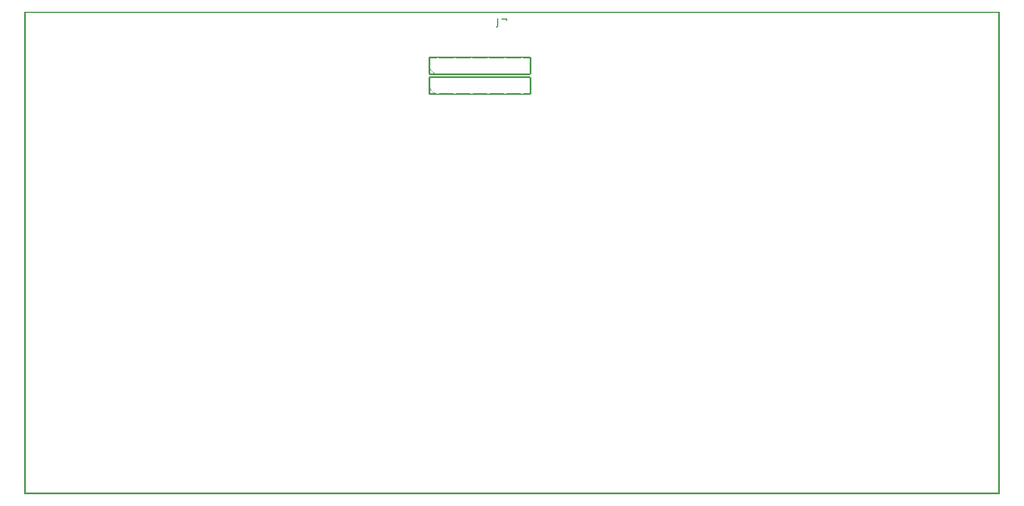
<source format=gto>
G04 MADE WITH FRITZING*
G04 WWW.FRITZING.ORG*
G04 DOUBLE SIDED*
G04 HOLES PLATED*
G04 CONTOUR ON CENTER OF CONTOUR VECTOR*
%ASAXBY*%
%FSLAX23Y23*%
%MOIN*%
%OFA0B0*%
%SFA1.0B1.0*%
%ADD10R,0.001000X0.001000*%
%LNSILK1*%
G90*
G70*
G54D10*
X0Y2865D02*
X5786Y2865D01*
X0Y2864D02*
X5786Y2864D01*
X0Y2863D02*
X5786Y2863D01*
X0Y2862D02*
X5786Y2862D01*
X0Y2861D02*
X5786Y2861D01*
X0Y2860D02*
X5786Y2860D01*
X0Y2859D02*
X5786Y2859D01*
X0Y2858D02*
X5786Y2858D01*
X0Y2857D02*
X7Y2857D01*
X5779Y2857D02*
X5786Y2857D01*
X0Y2856D02*
X7Y2856D01*
X5779Y2856D02*
X5786Y2856D01*
X0Y2855D02*
X7Y2855D01*
X5779Y2855D02*
X5786Y2855D01*
X0Y2854D02*
X7Y2854D01*
X5779Y2854D02*
X5786Y2854D01*
X0Y2853D02*
X7Y2853D01*
X5779Y2853D02*
X5786Y2853D01*
X0Y2852D02*
X7Y2852D01*
X5779Y2852D02*
X5786Y2852D01*
X0Y2851D02*
X7Y2851D01*
X5779Y2851D02*
X5786Y2851D01*
X0Y2850D02*
X7Y2850D01*
X5779Y2850D02*
X5786Y2850D01*
X0Y2849D02*
X7Y2849D01*
X5779Y2849D02*
X5786Y2849D01*
X0Y2848D02*
X7Y2848D01*
X5779Y2848D02*
X5786Y2848D01*
X0Y2847D02*
X7Y2847D01*
X5779Y2847D02*
X5786Y2847D01*
X0Y2846D02*
X7Y2846D01*
X5779Y2846D02*
X5786Y2846D01*
X0Y2845D02*
X7Y2845D01*
X5779Y2845D02*
X5786Y2845D01*
X0Y2844D02*
X7Y2844D01*
X5779Y2844D02*
X5786Y2844D01*
X0Y2843D02*
X7Y2843D01*
X5779Y2843D02*
X5786Y2843D01*
X0Y2842D02*
X7Y2842D01*
X5779Y2842D02*
X5786Y2842D01*
X0Y2841D02*
X7Y2841D01*
X5779Y2841D02*
X5786Y2841D01*
X0Y2840D02*
X7Y2840D01*
X5779Y2840D02*
X5786Y2840D01*
X0Y2839D02*
X7Y2839D01*
X5779Y2839D02*
X5786Y2839D01*
X0Y2838D02*
X7Y2838D01*
X5779Y2838D02*
X5786Y2838D01*
X0Y2837D02*
X7Y2837D01*
X5779Y2837D02*
X5786Y2837D01*
X0Y2836D02*
X7Y2836D01*
X5779Y2836D02*
X5786Y2836D01*
X0Y2835D02*
X7Y2835D01*
X5779Y2835D02*
X5786Y2835D01*
X0Y2834D02*
X7Y2834D01*
X5779Y2834D02*
X5786Y2834D01*
X0Y2833D02*
X7Y2833D01*
X5779Y2833D02*
X5786Y2833D01*
X0Y2832D02*
X7Y2832D01*
X5779Y2832D02*
X5786Y2832D01*
X0Y2831D02*
X7Y2831D01*
X5779Y2831D02*
X5786Y2831D01*
X0Y2830D02*
X7Y2830D01*
X5779Y2830D02*
X5786Y2830D01*
X0Y2829D02*
X7Y2829D01*
X5779Y2829D02*
X5786Y2829D01*
X0Y2828D02*
X7Y2828D01*
X5779Y2828D02*
X5786Y2828D01*
X0Y2827D02*
X7Y2827D01*
X5779Y2827D02*
X5786Y2827D01*
X0Y2826D02*
X7Y2826D01*
X2807Y2826D02*
X2809Y2826D01*
X2833Y2826D02*
X2860Y2826D01*
X5779Y2826D02*
X5786Y2826D01*
X0Y2825D02*
X7Y2825D01*
X2806Y2825D02*
X2810Y2825D01*
X2832Y2825D02*
X2862Y2825D01*
X5779Y2825D02*
X5786Y2825D01*
X0Y2824D02*
X7Y2824D01*
X2805Y2824D02*
X2811Y2824D01*
X2831Y2824D02*
X2863Y2824D01*
X5779Y2824D02*
X5786Y2824D01*
X0Y2823D02*
X7Y2823D01*
X2805Y2823D02*
X2811Y2823D01*
X2831Y2823D02*
X2864Y2823D01*
X5779Y2823D02*
X5786Y2823D01*
X0Y2822D02*
X7Y2822D01*
X2805Y2822D02*
X2811Y2822D01*
X2831Y2822D02*
X2864Y2822D01*
X5779Y2822D02*
X5786Y2822D01*
X0Y2821D02*
X7Y2821D01*
X2805Y2821D02*
X2811Y2821D01*
X2832Y2821D02*
X2865Y2821D01*
X5779Y2821D02*
X5786Y2821D01*
X0Y2820D02*
X7Y2820D01*
X2805Y2820D02*
X2811Y2820D01*
X2833Y2820D02*
X2865Y2820D01*
X5779Y2820D02*
X5786Y2820D01*
X0Y2819D02*
X7Y2819D01*
X2805Y2819D02*
X2811Y2819D01*
X2859Y2819D02*
X2865Y2819D01*
X5779Y2819D02*
X5786Y2819D01*
X0Y2818D02*
X7Y2818D01*
X2805Y2818D02*
X2811Y2818D01*
X2859Y2818D02*
X2865Y2818D01*
X5779Y2818D02*
X5786Y2818D01*
X0Y2817D02*
X7Y2817D01*
X2805Y2817D02*
X2811Y2817D01*
X2859Y2817D02*
X2865Y2817D01*
X5779Y2817D02*
X5786Y2817D01*
X0Y2816D02*
X7Y2816D01*
X2805Y2816D02*
X2811Y2816D01*
X2859Y2816D02*
X2865Y2816D01*
X5779Y2816D02*
X5786Y2816D01*
X0Y2815D02*
X7Y2815D01*
X2805Y2815D02*
X2811Y2815D01*
X2859Y2815D02*
X2865Y2815D01*
X5779Y2815D02*
X5786Y2815D01*
X0Y2814D02*
X7Y2814D01*
X2805Y2814D02*
X2811Y2814D01*
X2860Y2814D02*
X2865Y2814D01*
X5779Y2814D02*
X5786Y2814D01*
X0Y2813D02*
X7Y2813D01*
X2805Y2813D02*
X2811Y2813D01*
X5779Y2813D02*
X5786Y2813D01*
X0Y2812D02*
X7Y2812D01*
X2805Y2812D02*
X2811Y2812D01*
X5779Y2812D02*
X5786Y2812D01*
X0Y2811D02*
X7Y2811D01*
X2805Y2811D02*
X2811Y2811D01*
X5779Y2811D02*
X5786Y2811D01*
X0Y2810D02*
X7Y2810D01*
X2805Y2810D02*
X2811Y2810D01*
X5779Y2810D02*
X5786Y2810D01*
X0Y2809D02*
X7Y2809D01*
X2805Y2809D02*
X2811Y2809D01*
X5779Y2809D02*
X5786Y2809D01*
X0Y2808D02*
X7Y2808D01*
X2805Y2808D02*
X2811Y2808D01*
X5779Y2808D02*
X5786Y2808D01*
X0Y2807D02*
X7Y2807D01*
X2805Y2807D02*
X2811Y2807D01*
X5779Y2807D02*
X5786Y2807D01*
X0Y2806D02*
X7Y2806D01*
X2805Y2806D02*
X2811Y2806D01*
X5779Y2806D02*
X5786Y2806D01*
X0Y2805D02*
X7Y2805D01*
X2805Y2805D02*
X2811Y2805D01*
X5779Y2805D02*
X5786Y2805D01*
X0Y2804D02*
X7Y2804D01*
X2805Y2804D02*
X2811Y2804D01*
X5779Y2804D02*
X5786Y2804D01*
X0Y2803D02*
X7Y2803D01*
X2805Y2803D02*
X2811Y2803D01*
X5779Y2803D02*
X5786Y2803D01*
X0Y2802D02*
X7Y2802D01*
X2805Y2802D02*
X2811Y2802D01*
X5779Y2802D02*
X5786Y2802D01*
X0Y2801D02*
X7Y2801D01*
X2805Y2801D02*
X2811Y2801D01*
X5779Y2801D02*
X5786Y2801D01*
X0Y2800D02*
X7Y2800D01*
X2805Y2800D02*
X2811Y2800D01*
X5779Y2800D02*
X5786Y2800D01*
X0Y2799D02*
X7Y2799D01*
X2805Y2799D02*
X2811Y2799D01*
X5779Y2799D02*
X5786Y2799D01*
X0Y2798D02*
X7Y2798D01*
X2805Y2798D02*
X2811Y2798D01*
X5779Y2798D02*
X5786Y2798D01*
X0Y2797D02*
X7Y2797D01*
X2805Y2797D02*
X2811Y2797D01*
X5779Y2797D02*
X5786Y2797D01*
X0Y2796D02*
X7Y2796D01*
X2805Y2796D02*
X2811Y2796D01*
X5779Y2796D02*
X5786Y2796D01*
X0Y2795D02*
X7Y2795D01*
X2805Y2795D02*
X2811Y2795D01*
X5779Y2795D02*
X5786Y2795D01*
X0Y2794D02*
X7Y2794D01*
X2805Y2794D02*
X2811Y2794D01*
X5779Y2794D02*
X5786Y2794D01*
X0Y2793D02*
X7Y2793D01*
X2805Y2793D02*
X2811Y2793D01*
X5779Y2793D02*
X5786Y2793D01*
X0Y2792D02*
X7Y2792D01*
X2805Y2792D02*
X2811Y2792D01*
X5779Y2792D02*
X5786Y2792D01*
X0Y2791D02*
X7Y2791D01*
X2805Y2791D02*
X2811Y2791D01*
X5779Y2791D02*
X5786Y2791D01*
X0Y2790D02*
X7Y2790D01*
X2805Y2790D02*
X2811Y2790D01*
X5779Y2790D02*
X5786Y2790D01*
X0Y2789D02*
X7Y2789D01*
X2805Y2789D02*
X2811Y2789D01*
X5779Y2789D02*
X5786Y2789D01*
X0Y2788D02*
X7Y2788D01*
X2805Y2788D02*
X2811Y2788D01*
X5779Y2788D02*
X5786Y2788D01*
X0Y2787D02*
X7Y2787D01*
X2805Y2787D02*
X2811Y2787D01*
X5779Y2787D02*
X5786Y2787D01*
X0Y2786D02*
X7Y2786D01*
X2805Y2786D02*
X2811Y2786D01*
X5779Y2786D02*
X5786Y2786D01*
X0Y2785D02*
X7Y2785D01*
X2805Y2785D02*
X2811Y2785D01*
X5779Y2785D02*
X5786Y2785D01*
X0Y2784D02*
X7Y2784D01*
X2805Y2784D02*
X2811Y2784D01*
X5779Y2784D02*
X5786Y2784D01*
X0Y2783D02*
X7Y2783D01*
X2805Y2783D02*
X2811Y2783D01*
X5779Y2783D02*
X5786Y2783D01*
X0Y2782D02*
X7Y2782D01*
X2805Y2782D02*
X2811Y2782D01*
X5779Y2782D02*
X5786Y2782D01*
X0Y2781D02*
X7Y2781D01*
X2805Y2781D02*
X2811Y2781D01*
X5779Y2781D02*
X5786Y2781D01*
X0Y2780D02*
X7Y2780D01*
X2804Y2780D02*
X2811Y2780D01*
X5779Y2780D02*
X5786Y2780D01*
X0Y2779D02*
X7Y2779D01*
X2798Y2779D02*
X2810Y2779D01*
X5779Y2779D02*
X5786Y2779D01*
X0Y2778D02*
X7Y2778D01*
X2798Y2778D02*
X2810Y2778D01*
X5779Y2778D02*
X5786Y2778D01*
X0Y2777D02*
X7Y2777D01*
X2798Y2777D02*
X2809Y2777D01*
X5779Y2777D02*
X5786Y2777D01*
X0Y2776D02*
X7Y2776D01*
X2798Y2776D02*
X2809Y2776D01*
X5779Y2776D02*
X5786Y2776D01*
X0Y2775D02*
X7Y2775D01*
X2798Y2775D02*
X2808Y2775D01*
X5779Y2775D02*
X5786Y2775D01*
X0Y2774D02*
X7Y2774D01*
X2798Y2774D02*
X2806Y2774D01*
X5779Y2774D02*
X5786Y2774D01*
X0Y2773D02*
X7Y2773D01*
X2798Y2773D02*
X2804Y2773D01*
X5779Y2773D02*
X5786Y2773D01*
X0Y2772D02*
X7Y2772D01*
X5779Y2772D02*
X5786Y2772D01*
X0Y2771D02*
X7Y2771D01*
X5779Y2771D02*
X5786Y2771D01*
X0Y2770D02*
X7Y2770D01*
X5779Y2770D02*
X5786Y2770D01*
X0Y2769D02*
X7Y2769D01*
X5779Y2769D02*
X5786Y2769D01*
X0Y2768D02*
X7Y2768D01*
X5779Y2768D02*
X5786Y2768D01*
X0Y2767D02*
X7Y2767D01*
X5779Y2767D02*
X5786Y2767D01*
X0Y2766D02*
X7Y2766D01*
X5779Y2766D02*
X5786Y2766D01*
X0Y2765D02*
X7Y2765D01*
X5779Y2765D02*
X5786Y2765D01*
X0Y2764D02*
X7Y2764D01*
X5779Y2764D02*
X5786Y2764D01*
X0Y2763D02*
X7Y2763D01*
X5779Y2763D02*
X5786Y2763D01*
X0Y2762D02*
X7Y2762D01*
X5779Y2762D02*
X5786Y2762D01*
X0Y2761D02*
X7Y2761D01*
X5779Y2761D02*
X5786Y2761D01*
X0Y2760D02*
X7Y2760D01*
X5779Y2760D02*
X5786Y2760D01*
X0Y2759D02*
X7Y2759D01*
X5779Y2759D02*
X5786Y2759D01*
X0Y2758D02*
X7Y2758D01*
X5779Y2758D02*
X5786Y2758D01*
X0Y2757D02*
X7Y2757D01*
X5779Y2757D02*
X5786Y2757D01*
X0Y2756D02*
X7Y2756D01*
X5779Y2756D02*
X5786Y2756D01*
X0Y2755D02*
X7Y2755D01*
X5779Y2755D02*
X5786Y2755D01*
X0Y2754D02*
X7Y2754D01*
X5779Y2754D02*
X5786Y2754D01*
X0Y2753D02*
X7Y2753D01*
X5779Y2753D02*
X5786Y2753D01*
X0Y2752D02*
X7Y2752D01*
X5779Y2752D02*
X5786Y2752D01*
X0Y2751D02*
X7Y2751D01*
X5779Y2751D02*
X5786Y2751D01*
X0Y2750D02*
X7Y2750D01*
X5779Y2750D02*
X5786Y2750D01*
X0Y2749D02*
X7Y2749D01*
X5779Y2749D02*
X5786Y2749D01*
X0Y2748D02*
X7Y2748D01*
X5779Y2748D02*
X5786Y2748D01*
X0Y2747D02*
X7Y2747D01*
X5779Y2747D02*
X5786Y2747D01*
X0Y2746D02*
X7Y2746D01*
X5779Y2746D02*
X5786Y2746D01*
X0Y2745D02*
X7Y2745D01*
X5779Y2745D02*
X5786Y2745D01*
X0Y2744D02*
X7Y2744D01*
X5779Y2744D02*
X5786Y2744D01*
X0Y2743D02*
X7Y2743D01*
X5779Y2743D02*
X5786Y2743D01*
X0Y2742D02*
X7Y2742D01*
X5779Y2742D02*
X5786Y2742D01*
X0Y2741D02*
X7Y2741D01*
X5779Y2741D02*
X5786Y2741D01*
X0Y2740D02*
X7Y2740D01*
X5779Y2740D02*
X5786Y2740D01*
X0Y2739D02*
X7Y2739D01*
X5779Y2739D02*
X5786Y2739D01*
X0Y2738D02*
X7Y2738D01*
X5779Y2738D02*
X5786Y2738D01*
X0Y2737D02*
X7Y2737D01*
X5779Y2737D02*
X5786Y2737D01*
X0Y2736D02*
X7Y2736D01*
X5779Y2736D02*
X5786Y2736D01*
X0Y2735D02*
X7Y2735D01*
X5779Y2735D02*
X5786Y2735D01*
X0Y2734D02*
X7Y2734D01*
X5779Y2734D02*
X5786Y2734D01*
X0Y2733D02*
X7Y2733D01*
X5779Y2733D02*
X5786Y2733D01*
X0Y2732D02*
X7Y2732D01*
X5779Y2732D02*
X5786Y2732D01*
X0Y2731D02*
X7Y2731D01*
X5779Y2731D02*
X5786Y2731D01*
X0Y2730D02*
X7Y2730D01*
X5779Y2730D02*
X5786Y2730D01*
X0Y2729D02*
X7Y2729D01*
X5779Y2729D02*
X5786Y2729D01*
X0Y2728D02*
X7Y2728D01*
X5779Y2728D02*
X5786Y2728D01*
X0Y2727D02*
X7Y2727D01*
X5779Y2727D02*
X5786Y2727D01*
X0Y2726D02*
X7Y2726D01*
X5779Y2726D02*
X5786Y2726D01*
X0Y2725D02*
X7Y2725D01*
X5779Y2725D02*
X5786Y2725D01*
X0Y2724D02*
X7Y2724D01*
X5779Y2724D02*
X5786Y2724D01*
X0Y2723D02*
X7Y2723D01*
X5779Y2723D02*
X5786Y2723D01*
X0Y2722D02*
X7Y2722D01*
X5779Y2722D02*
X5786Y2722D01*
X0Y2721D02*
X7Y2721D01*
X5779Y2721D02*
X5786Y2721D01*
X0Y2720D02*
X7Y2720D01*
X5779Y2720D02*
X5786Y2720D01*
X0Y2719D02*
X7Y2719D01*
X5779Y2719D02*
X5786Y2719D01*
X0Y2718D02*
X7Y2718D01*
X5779Y2718D02*
X5786Y2718D01*
X0Y2717D02*
X7Y2717D01*
X5779Y2717D02*
X5786Y2717D01*
X0Y2716D02*
X7Y2716D01*
X5779Y2716D02*
X5786Y2716D01*
X0Y2715D02*
X7Y2715D01*
X5779Y2715D02*
X5786Y2715D01*
X0Y2714D02*
X7Y2714D01*
X5779Y2714D02*
X5786Y2714D01*
X0Y2713D02*
X7Y2713D01*
X5779Y2713D02*
X5786Y2713D01*
X0Y2712D02*
X7Y2712D01*
X5779Y2712D02*
X5786Y2712D01*
X0Y2711D02*
X7Y2711D01*
X5779Y2711D02*
X5786Y2711D01*
X0Y2710D02*
X7Y2710D01*
X5779Y2710D02*
X5786Y2710D01*
X0Y2709D02*
X7Y2709D01*
X5779Y2709D02*
X5786Y2709D01*
X0Y2708D02*
X7Y2708D01*
X5779Y2708D02*
X5786Y2708D01*
X0Y2707D02*
X7Y2707D01*
X5779Y2707D02*
X5786Y2707D01*
X0Y2706D02*
X7Y2706D01*
X5779Y2706D02*
X5786Y2706D01*
X0Y2705D02*
X7Y2705D01*
X5779Y2705D02*
X5786Y2705D01*
X0Y2704D02*
X7Y2704D01*
X5779Y2704D02*
X5786Y2704D01*
X0Y2703D02*
X7Y2703D01*
X5779Y2703D02*
X5786Y2703D01*
X0Y2702D02*
X7Y2702D01*
X5779Y2702D02*
X5786Y2702D01*
X0Y2701D02*
X7Y2701D01*
X5779Y2701D02*
X5786Y2701D01*
X0Y2700D02*
X7Y2700D01*
X5779Y2700D02*
X5786Y2700D01*
X0Y2699D02*
X7Y2699D01*
X5779Y2699D02*
X5786Y2699D01*
X0Y2698D02*
X7Y2698D01*
X5779Y2698D02*
X5786Y2698D01*
X0Y2697D02*
X7Y2697D01*
X5779Y2697D02*
X5786Y2697D01*
X0Y2696D02*
X7Y2696D01*
X5779Y2696D02*
X5786Y2696D01*
X0Y2695D02*
X7Y2695D01*
X5779Y2695D02*
X5786Y2695D01*
X0Y2694D02*
X7Y2694D01*
X5779Y2694D02*
X5786Y2694D01*
X0Y2693D02*
X7Y2693D01*
X5779Y2693D02*
X5786Y2693D01*
X0Y2692D02*
X7Y2692D01*
X5779Y2692D02*
X5786Y2692D01*
X0Y2691D02*
X7Y2691D01*
X5779Y2691D02*
X5786Y2691D01*
X0Y2690D02*
X7Y2690D01*
X5779Y2690D02*
X5786Y2690D01*
X0Y2689D02*
X7Y2689D01*
X5779Y2689D02*
X5786Y2689D01*
X0Y2688D02*
X7Y2688D01*
X5779Y2688D02*
X5786Y2688D01*
X0Y2687D02*
X7Y2687D01*
X5779Y2687D02*
X5786Y2687D01*
X0Y2686D02*
X7Y2686D01*
X5779Y2686D02*
X5786Y2686D01*
X0Y2685D02*
X7Y2685D01*
X5779Y2685D02*
X5786Y2685D01*
X0Y2684D02*
X7Y2684D01*
X5779Y2684D02*
X5786Y2684D01*
X0Y2683D02*
X7Y2683D01*
X5779Y2683D02*
X5786Y2683D01*
X0Y2682D02*
X7Y2682D01*
X5779Y2682D02*
X5786Y2682D01*
X0Y2681D02*
X7Y2681D01*
X5779Y2681D02*
X5786Y2681D01*
X0Y2680D02*
X7Y2680D01*
X5779Y2680D02*
X5786Y2680D01*
X0Y2679D02*
X7Y2679D01*
X5779Y2679D02*
X5786Y2679D01*
X0Y2678D02*
X7Y2678D01*
X5779Y2678D02*
X5786Y2678D01*
X0Y2677D02*
X7Y2677D01*
X5779Y2677D02*
X5786Y2677D01*
X0Y2676D02*
X7Y2676D01*
X5779Y2676D02*
X5786Y2676D01*
X0Y2675D02*
X7Y2675D01*
X5779Y2675D02*
X5786Y2675D01*
X0Y2674D02*
X7Y2674D01*
X5779Y2674D02*
X5786Y2674D01*
X0Y2673D02*
X7Y2673D01*
X5779Y2673D02*
X5786Y2673D01*
X0Y2672D02*
X7Y2672D01*
X5779Y2672D02*
X5786Y2672D01*
X0Y2671D02*
X7Y2671D01*
X5779Y2671D02*
X5786Y2671D01*
X0Y2670D02*
X7Y2670D01*
X5779Y2670D02*
X5786Y2670D01*
X0Y2669D02*
X7Y2669D01*
X5779Y2669D02*
X5786Y2669D01*
X0Y2668D02*
X7Y2668D01*
X5779Y2668D02*
X5786Y2668D01*
X0Y2667D02*
X7Y2667D01*
X5779Y2667D02*
X5786Y2667D01*
X0Y2666D02*
X7Y2666D01*
X5779Y2666D02*
X5786Y2666D01*
X0Y2665D02*
X7Y2665D01*
X5779Y2665D02*
X5786Y2665D01*
X0Y2664D02*
X7Y2664D01*
X5779Y2664D02*
X5786Y2664D01*
X0Y2663D02*
X7Y2663D01*
X5779Y2663D02*
X5786Y2663D01*
X0Y2662D02*
X7Y2662D01*
X5779Y2662D02*
X5786Y2662D01*
X0Y2661D02*
X7Y2661D01*
X5779Y2661D02*
X5786Y2661D01*
X0Y2660D02*
X7Y2660D01*
X5779Y2660D02*
X5786Y2660D01*
X0Y2659D02*
X7Y2659D01*
X5779Y2659D02*
X5786Y2659D01*
X0Y2658D02*
X7Y2658D01*
X5779Y2658D02*
X5786Y2658D01*
X0Y2657D02*
X7Y2657D01*
X5779Y2657D02*
X5786Y2657D01*
X0Y2656D02*
X7Y2656D01*
X5779Y2656D02*
X5786Y2656D01*
X0Y2655D02*
X7Y2655D01*
X5779Y2655D02*
X5786Y2655D01*
X0Y2654D02*
X7Y2654D01*
X5779Y2654D02*
X5786Y2654D01*
X0Y2653D02*
X7Y2653D01*
X5779Y2653D02*
X5786Y2653D01*
X0Y2652D02*
X7Y2652D01*
X5779Y2652D02*
X5786Y2652D01*
X0Y2651D02*
X7Y2651D01*
X5779Y2651D02*
X5786Y2651D01*
X0Y2650D02*
X7Y2650D01*
X5779Y2650D02*
X5786Y2650D01*
X0Y2649D02*
X7Y2649D01*
X5779Y2649D02*
X5786Y2649D01*
X0Y2648D02*
X7Y2648D01*
X5779Y2648D02*
X5786Y2648D01*
X0Y2647D02*
X7Y2647D01*
X5779Y2647D02*
X5786Y2647D01*
X0Y2646D02*
X7Y2646D01*
X5779Y2646D02*
X5786Y2646D01*
X0Y2645D02*
X7Y2645D01*
X5779Y2645D02*
X5786Y2645D01*
X0Y2644D02*
X7Y2644D01*
X5779Y2644D02*
X5786Y2644D01*
X0Y2643D02*
X7Y2643D01*
X5779Y2643D02*
X5786Y2643D01*
X0Y2642D02*
X7Y2642D01*
X5779Y2642D02*
X5786Y2642D01*
X0Y2641D02*
X7Y2641D01*
X5779Y2641D02*
X5786Y2641D01*
X0Y2640D02*
X7Y2640D01*
X5779Y2640D02*
X5786Y2640D01*
X0Y2639D02*
X7Y2639D01*
X5779Y2639D02*
X5786Y2639D01*
X0Y2638D02*
X7Y2638D01*
X5779Y2638D02*
X5786Y2638D01*
X0Y2637D02*
X7Y2637D01*
X5779Y2637D02*
X5786Y2637D01*
X0Y2636D02*
X7Y2636D01*
X5779Y2636D02*
X5786Y2636D01*
X0Y2635D02*
X7Y2635D01*
X5779Y2635D02*
X5786Y2635D01*
X0Y2634D02*
X7Y2634D01*
X5779Y2634D02*
X5786Y2634D01*
X0Y2633D02*
X7Y2633D01*
X5779Y2633D02*
X5786Y2633D01*
X0Y2632D02*
X7Y2632D01*
X5779Y2632D02*
X5786Y2632D01*
X0Y2631D02*
X7Y2631D01*
X5779Y2631D02*
X5786Y2631D01*
X0Y2630D02*
X7Y2630D01*
X5779Y2630D02*
X5786Y2630D01*
X0Y2629D02*
X7Y2629D01*
X5779Y2629D02*
X5786Y2629D01*
X0Y2628D02*
X7Y2628D01*
X5779Y2628D02*
X5786Y2628D01*
X0Y2627D02*
X7Y2627D01*
X5779Y2627D02*
X5786Y2627D01*
X0Y2626D02*
X7Y2626D01*
X5779Y2626D02*
X5786Y2626D01*
X0Y2625D02*
X7Y2625D01*
X5779Y2625D02*
X5786Y2625D01*
X0Y2624D02*
X7Y2624D01*
X5779Y2624D02*
X5786Y2624D01*
X0Y2623D02*
X7Y2623D01*
X5779Y2623D02*
X5786Y2623D01*
X0Y2622D02*
X7Y2622D01*
X5779Y2622D02*
X5786Y2622D01*
X0Y2621D02*
X7Y2621D01*
X5779Y2621D02*
X5786Y2621D01*
X0Y2620D02*
X7Y2620D01*
X5779Y2620D02*
X5786Y2620D01*
X0Y2619D02*
X7Y2619D01*
X5779Y2619D02*
X5786Y2619D01*
X0Y2618D02*
X7Y2618D01*
X5779Y2618D02*
X5786Y2618D01*
X0Y2617D02*
X7Y2617D01*
X5779Y2617D02*
X5786Y2617D01*
X0Y2616D02*
X7Y2616D01*
X5779Y2616D02*
X5786Y2616D01*
X0Y2615D02*
X7Y2615D01*
X5779Y2615D02*
X5786Y2615D01*
X0Y2614D02*
X7Y2614D01*
X5779Y2614D02*
X5786Y2614D01*
X0Y2613D02*
X7Y2613D01*
X5779Y2613D02*
X5786Y2613D01*
X0Y2612D02*
X7Y2612D01*
X5779Y2612D02*
X5786Y2612D01*
X0Y2611D02*
X7Y2611D01*
X5779Y2611D02*
X5786Y2611D01*
X0Y2610D02*
X7Y2610D01*
X5779Y2610D02*
X5786Y2610D01*
X0Y2609D02*
X7Y2609D01*
X5779Y2609D02*
X5786Y2609D01*
X0Y2608D02*
X7Y2608D01*
X5779Y2608D02*
X5786Y2608D01*
X0Y2607D02*
X7Y2607D01*
X5779Y2607D02*
X5786Y2607D01*
X0Y2606D02*
X7Y2606D01*
X5779Y2606D02*
X5786Y2606D01*
X0Y2605D02*
X7Y2605D01*
X5779Y2605D02*
X5786Y2605D01*
X0Y2604D02*
X7Y2604D01*
X5779Y2604D02*
X5786Y2604D01*
X0Y2603D02*
X7Y2603D01*
X5779Y2603D02*
X5786Y2603D01*
X0Y2602D02*
X7Y2602D01*
X5779Y2602D02*
X5786Y2602D01*
X0Y2601D02*
X7Y2601D01*
X5779Y2601D02*
X5786Y2601D01*
X0Y2600D02*
X7Y2600D01*
X5779Y2600D02*
X5786Y2600D01*
X0Y2599D02*
X7Y2599D01*
X2403Y2599D02*
X3002Y2599D01*
X5779Y2599D02*
X5786Y2599D01*
X0Y2598D02*
X7Y2598D01*
X2403Y2598D02*
X3002Y2598D01*
X5779Y2598D02*
X5786Y2598D01*
X0Y2597D02*
X7Y2597D01*
X2403Y2597D02*
X3002Y2597D01*
X5779Y2597D02*
X5786Y2597D01*
X0Y2596D02*
X7Y2596D01*
X2403Y2596D02*
X3002Y2596D01*
X5779Y2596D02*
X5786Y2596D01*
X0Y2595D02*
X7Y2595D01*
X2403Y2595D02*
X3002Y2595D01*
X5779Y2595D02*
X5786Y2595D01*
X0Y2594D02*
X7Y2594D01*
X2398Y2594D02*
X3007Y2594D01*
X5779Y2594D02*
X5786Y2594D01*
X0Y2593D02*
X7Y2593D01*
X2398Y2593D02*
X3007Y2593D01*
X5779Y2593D02*
X5786Y2593D01*
X0Y2592D02*
X7Y2592D01*
X2398Y2592D02*
X3007Y2592D01*
X5779Y2592D02*
X5786Y2592D01*
X0Y2591D02*
X7Y2591D01*
X2398Y2591D02*
X2447Y2591D01*
X2458Y2591D02*
X2547Y2591D01*
X2558Y2591D02*
X2647Y2591D01*
X2658Y2591D02*
X2747Y2591D01*
X2758Y2591D02*
X2847Y2591D01*
X2858Y2591D02*
X2947Y2591D01*
X2958Y2591D02*
X3007Y2591D01*
X5779Y2591D02*
X5786Y2591D01*
X0Y2590D02*
X7Y2590D01*
X2398Y2590D02*
X2442Y2590D01*
X2464Y2590D02*
X2542Y2590D01*
X2564Y2590D02*
X2642Y2590D01*
X2664Y2590D02*
X2742Y2590D01*
X2764Y2590D02*
X2842Y2590D01*
X2864Y2590D02*
X2942Y2590D01*
X2964Y2590D02*
X3007Y2590D01*
X5779Y2590D02*
X5786Y2590D01*
X0Y2589D02*
X7Y2589D01*
X2398Y2589D02*
X2407Y2589D01*
X2998Y2589D02*
X3007Y2589D01*
X5779Y2589D02*
X5786Y2589D01*
X0Y2588D02*
X7Y2588D01*
X2398Y2588D02*
X2407Y2588D01*
X2998Y2588D02*
X3007Y2588D01*
X5779Y2588D02*
X5786Y2588D01*
X0Y2587D02*
X7Y2587D01*
X2398Y2587D02*
X2407Y2587D01*
X2998Y2587D02*
X3007Y2587D01*
X5779Y2587D02*
X5786Y2587D01*
X0Y2586D02*
X7Y2586D01*
X2398Y2586D02*
X2407Y2586D01*
X2998Y2586D02*
X3007Y2586D01*
X5779Y2586D02*
X5786Y2586D01*
X0Y2585D02*
X7Y2585D01*
X2398Y2585D02*
X2407Y2585D01*
X2998Y2585D02*
X3007Y2585D01*
X5779Y2585D02*
X5786Y2585D01*
X0Y2584D02*
X7Y2584D01*
X2398Y2584D02*
X2407Y2584D01*
X2998Y2584D02*
X3007Y2584D01*
X5779Y2584D02*
X5786Y2584D01*
X0Y2583D02*
X7Y2583D01*
X2398Y2583D02*
X2407Y2583D01*
X2998Y2583D02*
X3007Y2583D01*
X5779Y2583D02*
X5786Y2583D01*
X0Y2582D02*
X7Y2582D01*
X2398Y2582D02*
X2407Y2582D01*
X2998Y2582D02*
X3007Y2582D01*
X5779Y2582D02*
X5786Y2582D01*
X0Y2581D02*
X7Y2581D01*
X2398Y2581D02*
X2407Y2581D01*
X2998Y2581D02*
X3007Y2581D01*
X5779Y2581D02*
X5786Y2581D01*
X0Y2580D02*
X7Y2580D01*
X2398Y2580D02*
X2407Y2580D01*
X2998Y2580D02*
X3007Y2580D01*
X5779Y2580D02*
X5786Y2580D01*
X0Y2579D02*
X7Y2579D01*
X2398Y2579D02*
X2407Y2579D01*
X2998Y2579D02*
X3007Y2579D01*
X5779Y2579D02*
X5786Y2579D01*
X0Y2578D02*
X7Y2578D01*
X2398Y2578D02*
X2407Y2578D01*
X2998Y2578D02*
X3007Y2578D01*
X5779Y2578D02*
X5786Y2578D01*
X0Y2577D02*
X7Y2577D01*
X2398Y2577D02*
X2407Y2577D01*
X2998Y2577D02*
X3007Y2577D01*
X5779Y2577D02*
X5786Y2577D01*
X0Y2576D02*
X7Y2576D01*
X2398Y2576D02*
X2407Y2576D01*
X2998Y2576D02*
X3007Y2576D01*
X5779Y2576D02*
X5786Y2576D01*
X0Y2575D02*
X7Y2575D01*
X2398Y2575D02*
X2407Y2575D01*
X2998Y2575D02*
X3007Y2575D01*
X5779Y2575D02*
X5786Y2575D01*
X0Y2574D02*
X7Y2574D01*
X2398Y2574D02*
X2407Y2574D01*
X2998Y2574D02*
X3007Y2574D01*
X5779Y2574D02*
X5786Y2574D01*
X0Y2573D02*
X7Y2573D01*
X2398Y2573D02*
X2407Y2573D01*
X2998Y2573D02*
X3007Y2573D01*
X5779Y2573D02*
X5786Y2573D01*
X0Y2572D02*
X7Y2572D01*
X2398Y2572D02*
X2407Y2572D01*
X2998Y2572D02*
X3007Y2572D01*
X5779Y2572D02*
X5786Y2572D01*
X0Y2571D02*
X7Y2571D01*
X2398Y2571D02*
X2407Y2571D01*
X2998Y2571D02*
X3007Y2571D01*
X5779Y2571D02*
X5786Y2571D01*
X0Y2570D02*
X7Y2570D01*
X2398Y2570D02*
X2407Y2570D01*
X2998Y2570D02*
X3007Y2570D01*
X5779Y2570D02*
X5786Y2570D01*
X0Y2569D02*
X7Y2569D01*
X2398Y2569D02*
X2407Y2569D01*
X2998Y2569D02*
X3007Y2569D01*
X5779Y2569D02*
X5786Y2569D01*
X0Y2568D02*
X7Y2568D01*
X2398Y2568D02*
X2407Y2568D01*
X2998Y2568D02*
X3007Y2568D01*
X5779Y2568D02*
X5786Y2568D01*
X0Y2567D02*
X7Y2567D01*
X2398Y2567D02*
X2407Y2567D01*
X2998Y2567D02*
X3007Y2567D01*
X5779Y2567D02*
X5786Y2567D01*
X0Y2566D02*
X7Y2566D01*
X2398Y2566D02*
X2407Y2566D01*
X2998Y2566D02*
X3007Y2566D01*
X5779Y2566D02*
X5786Y2566D01*
X0Y2565D02*
X7Y2565D01*
X2398Y2565D02*
X2407Y2565D01*
X2998Y2565D02*
X3007Y2565D01*
X5779Y2565D02*
X5786Y2565D01*
X0Y2564D02*
X7Y2564D01*
X2398Y2564D02*
X2407Y2564D01*
X2998Y2564D02*
X3007Y2564D01*
X5779Y2564D02*
X5786Y2564D01*
X0Y2563D02*
X7Y2563D01*
X2398Y2563D02*
X2407Y2563D01*
X2998Y2563D02*
X3007Y2563D01*
X5779Y2563D02*
X5786Y2563D01*
X0Y2562D02*
X7Y2562D01*
X2398Y2562D02*
X2407Y2562D01*
X2998Y2562D02*
X3007Y2562D01*
X5779Y2562D02*
X5786Y2562D01*
X0Y2561D02*
X7Y2561D01*
X2398Y2561D02*
X2407Y2561D01*
X2998Y2561D02*
X3007Y2561D01*
X5779Y2561D02*
X5786Y2561D01*
X0Y2560D02*
X7Y2560D01*
X2398Y2560D02*
X2407Y2560D01*
X2998Y2560D02*
X3007Y2560D01*
X5779Y2560D02*
X5786Y2560D01*
X0Y2559D02*
X7Y2559D01*
X2398Y2559D02*
X2407Y2559D01*
X2998Y2559D02*
X3007Y2559D01*
X5779Y2559D02*
X5786Y2559D01*
X0Y2558D02*
X7Y2558D01*
X2398Y2558D02*
X2407Y2558D01*
X2998Y2558D02*
X3007Y2558D01*
X5779Y2558D02*
X5786Y2558D01*
X0Y2557D02*
X7Y2557D01*
X2398Y2557D02*
X2407Y2557D01*
X2998Y2557D02*
X3007Y2557D01*
X5779Y2557D02*
X5786Y2557D01*
X0Y2556D02*
X7Y2556D01*
X2398Y2556D02*
X2407Y2556D01*
X2998Y2556D02*
X3007Y2556D01*
X5779Y2556D02*
X5786Y2556D01*
X0Y2555D02*
X7Y2555D01*
X2398Y2555D02*
X2407Y2555D01*
X2999Y2555D02*
X3007Y2555D01*
X5779Y2555D02*
X5786Y2555D01*
X0Y2554D02*
X7Y2554D01*
X2398Y2554D02*
X2407Y2554D01*
X2999Y2554D02*
X3007Y2554D01*
X5779Y2554D02*
X5786Y2554D01*
X0Y2553D02*
X7Y2553D01*
X2398Y2553D02*
X2406Y2553D01*
X2999Y2553D02*
X3007Y2553D01*
X5779Y2553D02*
X5786Y2553D01*
X0Y2552D02*
X7Y2552D01*
X2398Y2552D02*
X2406Y2552D01*
X2999Y2552D02*
X3007Y2552D01*
X5779Y2552D02*
X5786Y2552D01*
X0Y2551D02*
X7Y2551D01*
X2398Y2551D02*
X2406Y2551D01*
X2999Y2551D02*
X3007Y2551D01*
X5779Y2551D02*
X5786Y2551D01*
X0Y2550D02*
X7Y2550D01*
X2398Y2550D02*
X2406Y2550D01*
X2999Y2550D02*
X3007Y2550D01*
X5779Y2550D02*
X5786Y2550D01*
X0Y2549D02*
X7Y2549D01*
X2398Y2549D02*
X2406Y2549D01*
X3000Y2549D02*
X3007Y2549D01*
X5779Y2549D02*
X5786Y2549D01*
X0Y2548D02*
X7Y2548D01*
X2398Y2548D02*
X2406Y2548D01*
X3000Y2548D02*
X3007Y2548D01*
X5779Y2548D02*
X5786Y2548D01*
X0Y2547D02*
X7Y2547D01*
X2398Y2547D02*
X2406Y2547D01*
X3000Y2547D02*
X3007Y2547D01*
X5779Y2547D02*
X5786Y2547D01*
X0Y2546D02*
X7Y2546D01*
X2398Y2546D02*
X2406Y2546D01*
X3000Y2546D02*
X3007Y2546D01*
X5779Y2546D02*
X5786Y2546D01*
X0Y2545D02*
X7Y2545D01*
X2398Y2545D02*
X2406Y2545D01*
X3000Y2545D02*
X3007Y2545D01*
X5779Y2545D02*
X5786Y2545D01*
X0Y2544D02*
X7Y2544D01*
X2398Y2544D02*
X2406Y2544D01*
X3000Y2544D02*
X3007Y2544D01*
X5779Y2544D02*
X5786Y2544D01*
X0Y2543D02*
X7Y2543D01*
X2398Y2543D02*
X2406Y2543D01*
X3000Y2543D02*
X3007Y2543D01*
X5779Y2543D02*
X5786Y2543D01*
X0Y2542D02*
X7Y2542D01*
X2398Y2542D02*
X2406Y2542D01*
X3000Y2542D02*
X3007Y2542D01*
X5779Y2542D02*
X5786Y2542D01*
X0Y2541D02*
X7Y2541D01*
X2398Y2541D02*
X2406Y2541D01*
X3000Y2541D02*
X3007Y2541D01*
X5779Y2541D02*
X5786Y2541D01*
X0Y2540D02*
X7Y2540D01*
X2398Y2540D02*
X2406Y2540D01*
X2999Y2540D02*
X3007Y2540D01*
X5779Y2540D02*
X5786Y2540D01*
X0Y2539D02*
X7Y2539D01*
X2398Y2539D02*
X2406Y2539D01*
X2999Y2539D02*
X3007Y2539D01*
X5779Y2539D02*
X5786Y2539D01*
X0Y2538D02*
X7Y2538D01*
X2398Y2538D02*
X2406Y2538D01*
X2999Y2538D02*
X3007Y2538D01*
X5779Y2538D02*
X5786Y2538D01*
X0Y2537D02*
X7Y2537D01*
X2398Y2537D02*
X2406Y2537D01*
X2999Y2537D02*
X3007Y2537D01*
X5779Y2537D02*
X5786Y2537D01*
X0Y2536D02*
X7Y2536D01*
X2398Y2536D02*
X2406Y2536D01*
X2999Y2536D02*
X3007Y2536D01*
X5779Y2536D02*
X5786Y2536D01*
X0Y2535D02*
X7Y2535D01*
X2398Y2535D02*
X2407Y2535D01*
X2999Y2535D02*
X3007Y2535D01*
X5779Y2535D02*
X5786Y2535D01*
X0Y2534D02*
X7Y2534D01*
X2398Y2534D02*
X2407Y2534D01*
X2998Y2534D02*
X3007Y2534D01*
X5779Y2534D02*
X5786Y2534D01*
X0Y2533D02*
X7Y2533D01*
X2398Y2533D02*
X2407Y2533D01*
X2998Y2533D02*
X3007Y2533D01*
X5779Y2533D02*
X5786Y2533D01*
X0Y2532D02*
X7Y2532D01*
X2398Y2532D02*
X2407Y2532D01*
X2998Y2532D02*
X3007Y2532D01*
X5779Y2532D02*
X5786Y2532D01*
X0Y2531D02*
X7Y2531D01*
X2398Y2531D02*
X2407Y2531D01*
X2998Y2531D02*
X3007Y2531D01*
X5779Y2531D02*
X5786Y2531D01*
X0Y2530D02*
X7Y2530D01*
X2398Y2530D02*
X2407Y2530D01*
X2998Y2530D02*
X3007Y2530D01*
X5779Y2530D02*
X5786Y2530D01*
X0Y2529D02*
X7Y2529D01*
X2398Y2529D02*
X2407Y2529D01*
X2998Y2529D02*
X3007Y2529D01*
X5779Y2529D02*
X5786Y2529D01*
X0Y2528D02*
X7Y2528D01*
X2398Y2528D02*
X2407Y2528D01*
X2998Y2528D02*
X3007Y2528D01*
X5779Y2528D02*
X5786Y2528D01*
X0Y2527D02*
X7Y2527D01*
X2398Y2527D02*
X2408Y2527D01*
X2998Y2527D02*
X3007Y2527D01*
X5779Y2527D02*
X5786Y2527D01*
X0Y2526D02*
X7Y2526D01*
X2398Y2526D02*
X2409Y2526D01*
X2998Y2526D02*
X3007Y2526D01*
X5779Y2526D02*
X5786Y2526D01*
X0Y2525D02*
X7Y2525D01*
X2398Y2525D02*
X2410Y2525D01*
X2998Y2525D02*
X3007Y2525D01*
X5779Y2525D02*
X5786Y2525D01*
X0Y2524D02*
X7Y2524D01*
X2398Y2524D02*
X2410Y2524D01*
X2998Y2524D02*
X3007Y2524D01*
X5779Y2524D02*
X5786Y2524D01*
X0Y2523D02*
X7Y2523D01*
X2398Y2523D02*
X2411Y2523D01*
X2998Y2523D02*
X3007Y2523D01*
X5779Y2523D02*
X5786Y2523D01*
X0Y2522D02*
X7Y2522D01*
X2398Y2522D02*
X2412Y2522D01*
X2998Y2522D02*
X3007Y2522D01*
X5779Y2522D02*
X5786Y2522D01*
X0Y2521D02*
X7Y2521D01*
X2398Y2521D02*
X2412Y2521D01*
X2998Y2521D02*
X3007Y2521D01*
X5779Y2521D02*
X5786Y2521D01*
X0Y2520D02*
X7Y2520D01*
X2398Y2520D02*
X2407Y2520D01*
X2409Y2520D02*
X2413Y2520D01*
X2998Y2520D02*
X3007Y2520D01*
X5779Y2520D02*
X5786Y2520D01*
X0Y2519D02*
X7Y2519D01*
X2398Y2519D02*
X2407Y2519D01*
X2410Y2519D02*
X2413Y2519D01*
X2998Y2519D02*
X3007Y2519D01*
X5779Y2519D02*
X5786Y2519D01*
X0Y2518D02*
X7Y2518D01*
X2398Y2518D02*
X2407Y2518D01*
X2411Y2518D02*
X2414Y2518D01*
X2998Y2518D02*
X3007Y2518D01*
X5779Y2518D02*
X5786Y2518D01*
X0Y2517D02*
X7Y2517D01*
X2398Y2517D02*
X2407Y2517D01*
X2412Y2517D02*
X2415Y2517D01*
X2998Y2517D02*
X3007Y2517D01*
X5779Y2517D02*
X5786Y2517D01*
X0Y2516D02*
X7Y2516D01*
X2398Y2516D02*
X2407Y2516D01*
X2413Y2516D02*
X2416Y2516D01*
X2998Y2516D02*
X3007Y2516D01*
X5779Y2516D02*
X5786Y2516D01*
X0Y2515D02*
X7Y2515D01*
X2398Y2515D02*
X2407Y2515D01*
X2414Y2515D02*
X2416Y2515D01*
X2998Y2515D02*
X3007Y2515D01*
X5779Y2515D02*
X5786Y2515D01*
X0Y2514D02*
X7Y2514D01*
X2398Y2514D02*
X2407Y2514D01*
X2415Y2514D02*
X2417Y2514D01*
X2998Y2514D02*
X3007Y2514D01*
X5779Y2514D02*
X5786Y2514D01*
X0Y2513D02*
X7Y2513D01*
X2398Y2513D02*
X2407Y2513D01*
X2416Y2513D02*
X2418Y2513D01*
X2998Y2513D02*
X3007Y2513D01*
X5779Y2513D02*
X5786Y2513D01*
X0Y2512D02*
X7Y2512D01*
X2398Y2512D02*
X2407Y2512D01*
X2417Y2512D02*
X2419Y2512D01*
X2998Y2512D02*
X3007Y2512D01*
X5779Y2512D02*
X5786Y2512D01*
X0Y2511D02*
X7Y2511D01*
X2398Y2511D02*
X2407Y2511D01*
X2418Y2511D02*
X2420Y2511D01*
X2998Y2511D02*
X3007Y2511D01*
X5779Y2511D02*
X5786Y2511D01*
X0Y2510D02*
X7Y2510D01*
X2398Y2510D02*
X2407Y2510D01*
X2419Y2510D02*
X2421Y2510D01*
X2998Y2510D02*
X3007Y2510D01*
X5779Y2510D02*
X5786Y2510D01*
X0Y2509D02*
X7Y2509D01*
X2398Y2509D02*
X2407Y2509D01*
X2420Y2509D02*
X2422Y2509D01*
X2998Y2509D02*
X3007Y2509D01*
X5779Y2509D02*
X5786Y2509D01*
X0Y2508D02*
X7Y2508D01*
X2398Y2508D02*
X2407Y2508D01*
X2421Y2508D02*
X2424Y2508D01*
X2998Y2508D02*
X3007Y2508D01*
X5779Y2508D02*
X5786Y2508D01*
X0Y2507D02*
X7Y2507D01*
X2398Y2507D02*
X2407Y2507D01*
X2422Y2507D02*
X2425Y2507D01*
X2998Y2507D02*
X3007Y2507D01*
X5779Y2507D02*
X5786Y2507D01*
X0Y2506D02*
X7Y2506D01*
X2398Y2506D02*
X2407Y2506D01*
X2423Y2506D02*
X2426Y2506D01*
X2998Y2506D02*
X3007Y2506D01*
X5779Y2506D02*
X5786Y2506D01*
X0Y2505D02*
X7Y2505D01*
X2398Y2505D02*
X2407Y2505D01*
X2424Y2505D02*
X2428Y2505D01*
X2998Y2505D02*
X3007Y2505D01*
X5779Y2505D02*
X5786Y2505D01*
X0Y2504D02*
X7Y2504D01*
X2398Y2504D02*
X2407Y2504D01*
X2425Y2504D02*
X2430Y2504D01*
X2998Y2504D02*
X3007Y2504D01*
X5779Y2504D02*
X5786Y2504D01*
X0Y2503D02*
X7Y2503D01*
X2398Y2503D02*
X2407Y2503D01*
X2426Y2503D02*
X2431Y2503D01*
X2998Y2503D02*
X3007Y2503D01*
X5779Y2503D02*
X5786Y2503D01*
X0Y2502D02*
X7Y2502D01*
X2398Y2502D02*
X2407Y2502D01*
X2427Y2502D02*
X2433Y2502D01*
X2998Y2502D02*
X3007Y2502D01*
X5779Y2502D02*
X5786Y2502D01*
X0Y2501D02*
X7Y2501D01*
X2398Y2501D02*
X2407Y2501D01*
X2428Y2501D02*
X2434Y2501D01*
X2998Y2501D02*
X3007Y2501D01*
X5779Y2501D02*
X5786Y2501D01*
X0Y2500D02*
X7Y2500D01*
X2398Y2500D02*
X2407Y2500D01*
X2429Y2500D02*
X2435Y2500D01*
X2998Y2500D02*
X3007Y2500D01*
X5779Y2500D02*
X5786Y2500D01*
X0Y2499D02*
X7Y2499D01*
X2398Y2499D02*
X2443Y2499D01*
X2462Y2499D02*
X2543Y2499D01*
X2562Y2499D02*
X2643Y2499D01*
X2662Y2499D02*
X2743Y2499D01*
X2762Y2499D02*
X2843Y2499D01*
X2862Y2499D02*
X2943Y2499D01*
X2962Y2499D02*
X3007Y2499D01*
X5779Y2499D02*
X5786Y2499D01*
X0Y2498D02*
X7Y2498D01*
X2398Y2498D02*
X3007Y2498D01*
X5779Y2498D02*
X5786Y2498D01*
X0Y2497D02*
X7Y2497D01*
X2398Y2497D02*
X3007Y2497D01*
X5779Y2497D02*
X5786Y2497D01*
X0Y2496D02*
X7Y2496D01*
X2398Y2496D02*
X3007Y2496D01*
X5779Y2496D02*
X5786Y2496D01*
X0Y2495D02*
X7Y2495D01*
X2398Y2495D02*
X3007Y2495D01*
X5779Y2495D02*
X5786Y2495D01*
X0Y2494D02*
X7Y2494D01*
X2403Y2494D02*
X3002Y2494D01*
X5779Y2494D02*
X5786Y2494D01*
X0Y2493D02*
X7Y2493D01*
X2403Y2493D02*
X3002Y2493D01*
X5779Y2493D02*
X5786Y2493D01*
X0Y2492D02*
X7Y2492D01*
X2403Y2492D02*
X3002Y2492D01*
X5779Y2492D02*
X5786Y2492D01*
X0Y2491D02*
X7Y2491D01*
X2403Y2491D02*
X3002Y2491D01*
X5779Y2491D02*
X5786Y2491D01*
X0Y2490D02*
X7Y2490D01*
X2403Y2490D02*
X3002Y2490D01*
X5779Y2490D02*
X5786Y2490D01*
X0Y2489D02*
X7Y2489D01*
X5779Y2489D02*
X5786Y2489D01*
X0Y2488D02*
X7Y2488D01*
X5779Y2488D02*
X5786Y2488D01*
X0Y2487D02*
X7Y2487D01*
X5779Y2487D02*
X5786Y2487D01*
X0Y2486D02*
X7Y2486D01*
X5779Y2486D02*
X5786Y2486D01*
X0Y2485D02*
X7Y2485D01*
X5779Y2485D02*
X5786Y2485D01*
X0Y2484D02*
X7Y2484D01*
X5779Y2484D02*
X5786Y2484D01*
X0Y2483D02*
X7Y2483D01*
X5779Y2483D02*
X5786Y2483D01*
X0Y2482D02*
X7Y2482D01*
X5779Y2482D02*
X5786Y2482D01*
X0Y2481D02*
X7Y2481D01*
X2403Y2481D02*
X3002Y2481D01*
X5779Y2481D02*
X5786Y2481D01*
X0Y2480D02*
X7Y2480D01*
X2403Y2480D02*
X3002Y2480D01*
X5779Y2480D02*
X5786Y2480D01*
X0Y2479D02*
X7Y2479D01*
X2403Y2479D02*
X3002Y2479D01*
X5779Y2479D02*
X5786Y2479D01*
X0Y2478D02*
X7Y2478D01*
X2403Y2478D02*
X3002Y2478D01*
X5779Y2478D02*
X5786Y2478D01*
X0Y2477D02*
X7Y2477D01*
X2403Y2477D02*
X3002Y2477D01*
X5779Y2477D02*
X5786Y2477D01*
X0Y2476D02*
X7Y2476D01*
X2398Y2476D02*
X3007Y2476D01*
X5779Y2476D02*
X5786Y2476D01*
X0Y2475D02*
X7Y2475D01*
X2398Y2475D02*
X3007Y2475D01*
X5779Y2475D02*
X5786Y2475D01*
X0Y2474D02*
X7Y2474D01*
X2398Y2474D02*
X3007Y2474D01*
X5779Y2474D02*
X5786Y2474D01*
X0Y2473D02*
X7Y2473D01*
X2398Y2473D02*
X2448Y2473D01*
X2457Y2473D02*
X2548Y2473D01*
X2557Y2473D02*
X2648Y2473D01*
X2657Y2473D02*
X2748Y2473D01*
X2757Y2473D02*
X2848Y2473D01*
X2857Y2473D02*
X2948Y2473D01*
X2957Y2473D02*
X3007Y2473D01*
X5779Y2473D02*
X5786Y2473D01*
X0Y2472D02*
X7Y2472D01*
X2398Y2472D02*
X2442Y2472D01*
X2463Y2472D02*
X2542Y2472D01*
X2563Y2472D02*
X2642Y2472D01*
X2663Y2472D02*
X2742Y2472D01*
X2763Y2472D02*
X2842Y2472D01*
X2863Y2472D02*
X2942Y2472D01*
X2963Y2472D02*
X3007Y2472D01*
X5779Y2472D02*
X5786Y2472D01*
X0Y2471D02*
X7Y2471D01*
X2398Y2471D02*
X2407Y2471D01*
X2998Y2471D02*
X3007Y2471D01*
X5779Y2471D02*
X5786Y2471D01*
X0Y2470D02*
X7Y2470D01*
X2398Y2470D02*
X2407Y2470D01*
X2998Y2470D02*
X3007Y2470D01*
X5779Y2470D02*
X5786Y2470D01*
X0Y2469D02*
X7Y2469D01*
X2398Y2469D02*
X2407Y2469D01*
X2998Y2469D02*
X3007Y2469D01*
X5779Y2469D02*
X5786Y2469D01*
X0Y2468D02*
X7Y2468D01*
X2398Y2468D02*
X2407Y2468D01*
X2998Y2468D02*
X3007Y2468D01*
X5779Y2468D02*
X5786Y2468D01*
X0Y2467D02*
X7Y2467D01*
X2398Y2467D02*
X2407Y2467D01*
X2998Y2467D02*
X3007Y2467D01*
X5779Y2467D02*
X5786Y2467D01*
X0Y2466D02*
X7Y2466D01*
X2398Y2466D02*
X2407Y2466D01*
X2998Y2466D02*
X3007Y2466D01*
X5779Y2466D02*
X5786Y2466D01*
X0Y2465D02*
X7Y2465D01*
X2398Y2465D02*
X2407Y2465D01*
X2998Y2465D02*
X3007Y2465D01*
X5779Y2465D02*
X5786Y2465D01*
X0Y2464D02*
X7Y2464D01*
X2398Y2464D02*
X2407Y2464D01*
X2998Y2464D02*
X3007Y2464D01*
X5779Y2464D02*
X5786Y2464D01*
X0Y2463D02*
X7Y2463D01*
X2398Y2463D02*
X2407Y2463D01*
X2998Y2463D02*
X3007Y2463D01*
X5779Y2463D02*
X5786Y2463D01*
X0Y2462D02*
X7Y2462D01*
X2398Y2462D02*
X2407Y2462D01*
X2998Y2462D02*
X3007Y2462D01*
X5779Y2462D02*
X5786Y2462D01*
X0Y2461D02*
X7Y2461D01*
X2398Y2461D02*
X2407Y2461D01*
X2998Y2461D02*
X3007Y2461D01*
X5779Y2461D02*
X5786Y2461D01*
X0Y2460D02*
X7Y2460D01*
X2398Y2460D02*
X2407Y2460D01*
X2998Y2460D02*
X3007Y2460D01*
X5779Y2460D02*
X5786Y2460D01*
X0Y2459D02*
X7Y2459D01*
X2398Y2459D02*
X2407Y2459D01*
X2998Y2459D02*
X3007Y2459D01*
X5779Y2459D02*
X5786Y2459D01*
X0Y2458D02*
X7Y2458D01*
X2398Y2458D02*
X2407Y2458D01*
X2998Y2458D02*
X3007Y2458D01*
X5779Y2458D02*
X5786Y2458D01*
X0Y2457D02*
X7Y2457D01*
X2398Y2457D02*
X2407Y2457D01*
X2998Y2457D02*
X3007Y2457D01*
X5779Y2457D02*
X5786Y2457D01*
X0Y2456D02*
X7Y2456D01*
X2398Y2456D02*
X2407Y2456D01*
X2998Y2456D02*
X3007Y2456D01*
X5779Y2456D02*
X5786Y2456D01*
X0Y2455D02*
X7Y2455D01*
X2398Y2455D02*
X2407Y2455D01*
X2998Y2455D02*
X3007Y2455D01*
X5779Y2455D02*
X5786Y2455D01*
X0Y2454D02*
X7Y2454D01*
X2398Y2454D02*
X2407Y2454D01*
X2998Y2454D02*
X3007Y2454D01*
X5779Y2454D02*
X5786Y2454D01*
X0Y2453D02*
X7Y2453D01*
X2398Y2453D02*
X2407Y2453D01*
X2998Y2453D02*
X3007Y2453D01*
X5779Y2453D02*
X5786Y2453D01*
X0Y2452D02*
X7Y2452D01*
X2398Y2452D02*
X2407Y2452D01*
X2998Y2452D02*
X3007Y2452D01*
X5779Y2452D02*
X5786Y2452D01*
X0Y2451D02*
X7Y2451D01*
X2398Y2451D02*
X2407Y2451D01*
X2998Y2451D02*
X3007Y2451D01*
X5779Y2451D02*
X5786Y2451D01*
X0Y2450D02*
X7Y2450D01*
X2398Y2450D02*
X2407Y2450D01*
X2998Y2450D02*
X3007Y2450D01*
X5779Y2450D02*
X5786Y2450D01*
X0Y2449D02*
X7Y2449D01*
X2398Y2449D02*
X2407Y2449D01*
X2998Y2449D02*
X3007Y2449D01*
X5779Y2449D02*
X5786Y2449D01*
X0Y2448D02*
X7Y2448D01*
X2398Y2448D02*
X2407Y2448D01*
X2998Y2448D02*
X3007Y2448D01*
X5779Y2448D02*
X5786Y2448D01*
X0Y2447D02*
X7Y2447D01*
X2398Y2447D02*
X2407Y2447D01*
X2998Y2447D02*
X3007Y2447D01*
X5779Y2447D02*
X5786Y2447D01*
X0Y2446D02*
X7Y2446D01*
X2398Y2446D02*
X2407Y2446D01*
X2998Y2446D02*
X3007Y2446D01*
X5779Y2446D02*
X5786Y2446D01*
X0Y2445D02*
X7Y2445D01*
X2398Y2445D02*
X2407Y2445D01*
X2998Y2445D02*
X3007Y2445D01*
X5779Y2445D02*
X5786Y2445D01*
X0Y2444D02*
X7Y2444D01*
X2398Y2444D02*
X2407Y2444D01*
X2998Y2444D02*
X3007Y2444D01*
X5779Y2444D02*
X5786Y2444D01*
X0Y2443D02*
X7Y2443D01*
X2398Y2443D02*
X2407Y2443D01*
X2998Y2443D02*
X3007Y2443D01*
X5779Y2443D02*
X5786Y2443D01*
X0Y2442D02*
X7Y2442D01*
X2398Y2442D02*
X2407Y2442D01*
X2998Y2442D02*
X3007Y2442D01*
X5779Y2442D02*
X5786Y2442D01*
X0Y2441D02*
X7Y2441D01*
X2398Y2441D02*
X2407Y2441D01*
X2998Y2441D02*
X3007Y2441D01*
X5779Y2441D02*
X5786Y2441D01*
X0Y2440D02*
X7Y2440D01*
X2398Y2440D02*
X2407Y2440D01*
X2998Y2440D02*
X3007Y2440D01*
X5779Y2440D02*
X5786Y2440D01*
X0Y2439D02*
X7Y2439D01*
X2398Y2439D02*
X2407Y2439D01*
X2998Y2439D02*
X3007Y2439D01*
X5779Y2439D02*
X5786Y2439D01*
X0Y2438D02*
X7Y2438D01*
X2398Y2438D02*
X2407Y2438D01*
X2998Y2438D02*
X3007Y2438D01*
X5779Y2438D02*
X5786Y2438D01*
X0Y2437D02*
X7Y2437D01*
X2398Y2437D02*
X2407Y2437D01*
X2998Y2437D02*
X3007Y2437D01*
X5779Y2437D02*
X5786Y2437D01*
X0Y2436D02*
X7Y2436D01*
X2398Y2436D02*
X2407Y2436D01*
X2999Y2436D02*
X3007Y2436D01*
X5779Y2436D02*
X5786Y2436D01*
X0Y2435D02*
X7Y2435D01*
X2398Y2435D02*
X2406Y2435D01*
X2999Y2435D02*
X3007Y2435D01*
X5779Y2435D02*
X5786Y2435D01*
X0Y2434D02*
X7Y2434D01*
X2398Y2434D02*
X2406Y2434D01*
X2999Y2434D02*
X3007Y2434D01*
X5779Y2434D02*
X5786Y2434D01*
X0Y2433D02*
X7Y2433D01*
X2398Y2433D02*
X2406Y2433D01*
X2999Y2433D02*
X3007Y2433D01*
X5779Y2433D02*
X5786Y2433D01*
X0Y2432D02*
X7Y2432D01*
X2398Y2432D02*
X2406Y2432D01*
X2999Y2432D02*
X3007Y2432D01*
X5779Y2432D02*
X5786Y2432D01*
X0Y2431D02*
X7Y2431D01*
X2398Y2431D02*
X2406Y2431D01*
X3000Y2431D02*
X3007Y2431D01*
X5779Y2431D02*
X5786Y2431D01*
X0Y2430D02*
X7Y2430D01*
X2398Y2430D02*
X2406Y2430D01*
X3000Y2430D02*
X3007Y2430D01*
X5779Y2430D02*
X5786Y2430D01*
X0Y2429D02*
X7Y2429D01*
X2398Y2429D02*
X2406Y2429D01*
X3000Y2429D02*
X3007Y2429D01*
X5779Y2429D02*
X5786Y2429D01*
X0Y2428D02*
X7Y2428D01*
X2398Y2428D02*
X2406Y2428D01*
X3000Y2428D02*
X3007Y2428D01*
X5779Y2428D02*
X5786Y2428D01*
X0Y2427D02*
X7Y2427D01*
X2398Y2427D02*
X2406Y2427D01*
X3000Y2427D02*
X3007Y2427D01*
X5779Y2427D02*
X5786Y2427D01*
X0Y2426D02*
X7Y2426D01*
X2398Y2426D02*
X2406Y2426D01*
X3000Y2426D02*
X3007Y2426D01*
X5779Y2426D02*
X5786Y2426D01*
X0Y2425D02*
X7Y2425D01*
X2398Y2425D02*
X2406Y2425D01*
X3000Y2425D02*
X3007Y2425D01*
X5779Y2425D02*
X5786Y2425D01*
X0Y2424D02*
X7Y2424D01*
X2398Y2424D02*
X2406Y2424D01*
X3000Y2424D02*
X3007Y2424D01*
X5779Y2424D02*
X5786Y2424D01*
X0Y2423D02*
X7Y2423D01*
X2398Y2423D02*
X2406Y2423D01*
X3000Y2423D02*
X3007Y2423D01*
X5779Y2423D02*
X5786Y2423D01*
X0Y2422D02*
X7Y2422D01*
X2398Y2422D02*
X2406Y2422D01*
X2999Y2422D02*
X3007Y2422D01*
X5779Y2422D02*
X5786Y2422D01*
X0Y2421D02*
X7Y2421D01*
X2398Y2421D02*
X2406Y2421D01*
X2999Y2421D02*
X3007Y2421D01*
X5779Y2421D02*
X5786Y2421D01*
X0Y2420D02*
X7Y2420D01*
X2398Y2420D02*
X2406Y2420D01*
X2999Y2420D02*
X3007Y2420D01*
X5779Y2420D02*
X5786Y2420D01*
X0Y2419D02*
X7Y2419D01*
X2398Y2419D02*
X2406Y2419D01*
X2999Y2419D02*
X3007Y2419D01*
X5779Y2419D02*
X5786Y2419D01*
X0Y2418D02*
X7Y2418D01*
X2398Y2418D02*
X2406Y2418D01*
X2999Y2418D02*
X3007Y2418D01*
X5779Y2418D02*
X5786Y2418D01*
X0Y2417D02*
X7Y2417D01*
X2398Y2417D02*
X2407Y2417D01*
X2999Y2417D02*
X3007Y2417D01*
X5779Y2417D02*
X5786Y2417D01*
X0Y2416D02*
X7Y2416D01*
X2398Y2416D02*
X2407Y2416D01*
X2998Y2416D02*
X3007Y2416D01*
X5779Y2416D02*
X5786Y2416D01*
X0Y2415D02*
X7Y2415D01*
X2398Y2415D02*
X2407Y2415D01*
X2998Y2415D02*
X3007Y2415D01*
X5779Y2415D02*
X5786Y2415D01*
X0Y2414D02*
X7Y2414D01*
X2398Y2414D02*
X2407Y2414D01*
X2998Y2414D02*
X3007Y2414D01*
X5779Y2414D02*
X5786Y2414D01*
X0Y2413D02*
X7Y2413D01*
X2398Y2413D02*
X2407Y2413D01*
X2998Y2413D02*
X3007Y2413D01*
X5779Y2413D02*
X5786Y2413D01*
X0Y2412D02*
X7Y2412D01*
X2398Y2412D02*
X2407Y2412D01*
X2998Y2412D02*
X3007Y2412D01*
X5779Y2412D02*
X5786Y2412D01*
X0Y2411D02*
X7Y2411D01*
X2398Y2411D02*
X2407Y2411D01*
X2998Y2411D02*
X3007Y2411D01*
X5779Y2411D02*
X5786Y2411D01*
X0Y2410D02*
X7Y2410D01*
X2398Y2410D02*
X2407Y2410D01*
X2998Y2410D02*
X3007Y2410D01*
X5779Y2410D02*
X5786Y2410D01*
X0Y2409D02*
X7Y2409D01*
X2398Y2409D02*
X2408Y2409D01*
X2998Y2409D02*
X3007Y2409D01*
X5779Y2409D02*
X5786Y2409D01*
X0Y2408D02*
X7Y2408D01*
X2398Y2408D02*
X2409Y2408D01*
X2998Y2408D02*
X3007Y2408D01*
X5779Y2408D02*
X5786Y2408D01*
X0Y2407D02*
X7Y2407D01*
X2398Y2407D02*
X2410Y2407D01*
X2998Y2407D02*
X3007Y2407D01*
X5779Y2407D02*
X5786Y2407D01*
X0Y2406D02*
X7Y2406D01*
X2398Y2406D02*
X2410Y2406D01*
X2998Y2406D02*
X3007Y2406D01*
X5779Y2406D02*
X5786Y2406D01*
X0Y2405D02*
X7Y2405D01*
X2398Y2405D02*
X2411Y2405D01*
X2998Y2405D02*
X3007Y2405D01*
X5779Y2405D02*
X5786Y2405D01*
X0Y2404D02*
X7Y2404D01*
X2398Y2404D02*
X2411Y2404D01*
X2998Y2404D02*
X3007Y2404D01*
X5779Y2404D02*
X5786Y2404D01*
X0Y2403D02*
X7Y2403D01*
X2398Y2403D02*
X2412Y2403D01*
X2998Y2403D02*
X3007Y2403D01*
X5779Y2403D02*
X5786Y2403D01*
X0Y2402D02*
X7Y2402D01*
X2398Y2402D02*
X2407Y2402D01*
X2409Y2402D02*
X2413Y2402D01*
X2998Y2402D02*
X3007Y2402D01*
X5779Y2402D02*
X5786Y2402D01*
X0Y2401D02*
X7Y2401D01*
X2398Y2401D02*
X2407Y2401D01*
X2410Y2401D02*
X2413Y2401D01*
X2998Y2401D02*
X3007Y2401D01*
X5779Y2401D02*
X5786Y2401D01*
X0Y2400D02*
X7Y2400D01*
X2398Y2400D02*
X2407Y2400D01*
X2411Y2400D02*
X2414Y2400D01*
X2998Y2400D02*
X3007Y2400D01*
X5779Y2400D02*
X5786Y2400D01*
X0Y2399D02*
X7Y2399D01*
X2398Y2399D02*
X2407Y2399D01*
X2412Y2399D02*
X2415Y2399D01*
X2998Y2399D02*
X3007Y2399D01*
X5779Y2399D02*
X5786Y2399D01*
X0Y2398D02*
X7Y2398D01*
X2398Y2398D02*
X2407Y2398D01*
X2413Y2398D02*
X2415Y2398D01*
X2998Y2398D02*
X3007Y2398D01*
X5779Y2398D02*
X5786Y2398D01*
X0Y2397D02*
X7Y2397D01*
X2398Y2397D02*
X2407Y2397D01*
X2414Y2397D02*
X2416Y2397D01*
X2998Y2397D02*
X3007Y2397D01*
X5779Y2397D02*
X5786Y2397D01*
X0Y2396D02*
X7Y2396D01*
X2398Y2396D02*
X2407Y2396D01*
X2415Y2396D02*
X2417Y2396D01*
X2998Y2396D02*
X3007Y2396D01*
X5779Y2396D02*
X5786Y2396D01*
X0Y2395D02*
X7Y2395D01*
X2398Y2395D02*
X2407Y2395D01*
X2416Y2395D02*
X2418Y2395D01*
X2998Y2395D02*
X3007Y2395D01*
X5779Y2395D02*
X5786Y2395D01*
X0Y2394D02*
X7Y2394D01*
X2398Y2394D02*
X2407Y2394D01*
X2417Y2394D02*
X2419Y2394D01*
X2998Y2394D02*
X3007Y2394D01*
X5779Y2394D02*
X5786Y2394D01*
X0Y2393D02*
X7Y2393D01*
X2398Y2393D02*
X2407Y2393D01*
X2418Y2393D02*
X2420Y2393D01*
X2998Y2393D02*
X3007Y2393D01*
X5779Y2393D02*
X5786Y2393D01*
X0Y2392D02*
X7Y2392D01*
X2398Y2392D02*
X2407Y2392D01*
X2419Y2392D02*
X2421Y2392D01*
X2998Y2392D02*
X3007Y2392D01*
X5779Y2392D02*
X5786Y2392D01*
X0Y2391D02*
X7Y2391D01*
X2398Y2391D02*
X2407Y2391D01*
X2420Y2391D02*
X2422Y2391D01*
X2998Y2391D02*
X3007Y2391D01*
X5779Y2391D02*
X5786Y2391D01*
X0Y2390D02*
X7Y2390D01*
X2398Y2390D02*
X2407Y2390D01*
X2421Y2390D02*
X2423Y2390D01*
X2998Y2390D02*
X3007Y2390D01*
X5779Y2390D02*
X5786Y2390D01*
X0Y2389D02*
X7Y2389D01*
X2398Y2389D02*
X2407Y2389D01*
X2422Y2389D02*
X2425Y2389D01*
X2998Y2389D02*
X3007Y2389D01*
X5779Y2389D02*
X5786Y2389D01*
X0Y2388D02*
X7Y2388D01*
X2398Y2388D02*
X2407Y2388D01*
X2423Y2388D02*
X2426Y2388D01*
X2998Y2388D02*
X3007Y2388D01*
X5779Y2388D02*
X5786Y2388D01*
X0Y2387D02*
X7Y2387D01*
X2398Y2387D02*
X2407Y2387D01*
X2424Y2387D02*
X2428Y2387D01*
X2998Y2387D02*
X3007Y2387D01*
X5779Y2387D02*
X5786Y2387D01*
X0Y2386D02*
X7Y2386D01*
X2398Y2386D02*
X2407Y2386D01*
X2425Y2386D02*
X2429Y2386D01*
X2998Y2386D02*
X3007Y2386D01*
X5779Y2386D02*
X5786Y2386D01*
X0Y2385D02*
X7Y2385D01*
X2398Y2385D02*
X2407Y2385D01*
X2426Y2385D02*
X2431Y2385D01*
X2998Y2385D02*
X3007Y2385D01*
X5779Y2385D02*
X5786Y2385D01*
X0Y2384D02*
X7Y2384D01*
X2398Y2384D02*
X2407Y2384D01*
X2427Y2384D02*
X2433Y2384D01*
X2998Y2384D02*
X3007Y2384D01*
X5779Y2384D02*
X5786Y2384D01*
X0Y2383D02*
X7Y2383D01*
X2398Y2383D02*
X2407Y2383D01*
X2428Y2383D02*
X2434Y2383D01*
X2998Y2383D02*
X3007Y2383D01*
X5779Y2383D02*
X5786Y2383D01*
X0Y2382D02*
X7Y2382D01*
X2398Y2382D02*
X2407Y2382D01*
X2429Y2382D02*
X2435Y2382D01*
X2998Y2382D02*
X3007Y2382D01*
X5779Y2382D02*
X5786Y2382D01*
X0Y2381D02*
X7Y2381D01*
X2398Y2381D02*
X2443Y2381D01*
X2463Y2381D02*
X2543Y2381D01*
X2563Y2381D02*
X2643Y2381D01*
X2663Y2381D02*
X2743Y2381D01*
X2763Y2381D02*
X2843Y2381D01*
X2863Y2381D02*
X2943Y2381D01*
X2963Y2381D02*
X3007Y2381D01*
X5779Y2381D02*
X5786Y2381D01*
X0Y2380D02*
X7Y2380D01*
X2398Y2380D02*
X2451Y2380D01*
X2455Y2380D02*
X2551Y2380D01*
X2554Y2380D02*
X2651Y2380D01*
X2654Y2380D02*
X2751Y2380D01*
X2754Y2380D02*
X2851Y2380D01*
X2854Y2380D02*
X2951Y2380D01*
X2954Y2380D02*
X3007Y2380D01*
X5779Y2380D02*
X5786Y2380D01*
X0Y2379D02*
X7Y2379D01*
X2398Y2379D02*
X3007Y2379D01*
X5779Y2379D02*
X5786Y2379D01*
X0Y2378D02*
X7Y2378D01*
X2398Y2378D02*
X3007Y2378D01*
X5779Y2378D02*
X5786Y2378D01*
X0Y2377D02*
X7Y2377D01*
X2398Y2377D02*
X3007Y2377D01*
X5779Y2377D02*
X5786Y2377D01*
X0Y2376D02*
X7Y2376D01*
X2403Y2376D02*
X3002Y2376D01*
X5779Y2376D02*
X5786Y2376D01*
X0Y2375D02*
X7Y2375D01*
X2403Y2375D02*
X3002Y2375D01*
X5779Y2375D02*
X5786Y2375D01*
X0Y2374D02*
X7Y2374D01*
X2403Y2374D02*
X3002Y2374D01*
X5779Y2374D02*
X5786Y2374D01*
X0Y2373D02*
X7Y2373D01*
X2403Y2373D02*
X3002Y2373D01*
X5779Y2373D02*
X5786Y2373D01*
X0Y2372D02*
X7Y2372D01*
X2403Y2372D02*
X3002Y2372D01*
X5779Y2372D02*
X5786Y2372D01*
X0Y2371D02*
X7Y2371D01*
X5779Y2371D02*
X5786Y2371D01*
X0Y2370D02*
X7Y2370D01*
X5779Y2370D02*
X5786Y2370D01*
X0Y2369D02*
X7Y2369D01*
X5779Y2369D02*
X5786Y2369D01*
X0Y2368D02*
X7Y2368D01*
X5779Y2368D02*
X5786Y2368D01*
X0Y2367D02*
X7Y2367D01*
X5779Y2367D02*
X5786Y2367D01*
X0Y2366D02*
X7Y2366D01*
X5779Y2366D02*
X5786Y2366D01*
X0Y2365D02*
X7Y2365D01*
X5779Y2365D02*
X5786Y2365D01*
X0Y2364D02*
X7Y2364D01*
X5779Y2364D02*
X5786Y2364D01*
X0Y2363D02*
X7Y2363D01*
X5779Y2363D02*
X5786Y2363D01*
X0Y2362D02*
X7Y2362D01*
X5779Y2362D02*
X5786Y2362D01*
X0Y2361D02*
X7Y2361D01*
X5779Y2361D02*
X5786Y2361D01*
X0Y2360D02*
X7Y2360D01*
X5779Y2360D02*
X5786Y2360D01*
X0Y2359D02*
X7Y2359D01*
X5779Y2359D02*
X5786Y2359D01*
X0Y2358D02*
X7Y2358D01*
X5779Y2358D02*
X5786Y2358D01*
X0Y2357D02*
X7Y2357D01*
X5779Y2357D02*
X5786Y2357D01*
X0Y2356D02*
X7Y2356D01*
X5779Y2356D02*
X5786Y2356D01*
X0Y2355D02*
X7Y2355D01*
X5779Y2355D02*
X5786Y2355D01*
X0Y2354D02*
X7Y2354D01*
X5779Y2354D02*
X5786Y2354D01*
X0Y2353D02*
X7Y2353D01*
X5779Y2353D02*
X5786Y2353D01*
X0Y2352D02*
X7Y2352D01*
X5779Y2352D02*
X5786Y2352D01*
X0Y2351D02*
X7Y2351D01*
X5779Y2351D02*
X5786Y2351D01*
X0Y2350D02*
X7Y2350D01*
X5779Y2350D02*
X5786Y2350D01*
X0Y2349D02*
X7Y2349D01*
X5779Y2349D02*
X5786Y2349D01*
X0Y2348D02*
X7Y2348D01*
X5779Y2348D02*
X5786Y2348D01*
X0Y2347D02*
X7Y2347D01*
X5779Y2347D02*
X5786Y2347D01*
X0Y2346D02*
X7Y2346D01*
X5779Y2346D02*
X5786Y2346D01*
X0Y2345D02*
X7Y2345D01*
X5779Y2345D02*
X5786Y2345D01*
X0Y2344D02*
X7Y2344D01*
X5779Y2344D02*
X5786Y2344D01*
X0Y2343D02*
X7Y2343D01*
X5779Y2343D02*
X5786Y2343D01*
X0Y2342D02*
X7Y2342D01*
X5779Y2342D02*
X5786Y2342D01*
X0Y2341D02*
X7Y2341D01*
X5779Y2341D02*
X5786Y2341D01*
X0Y2340D02*
X7Y2340D01*
X5779Y2340D02*
X5786Y2340D01*
X0Y2339D02*
X7Y2339D01*
X5779Y2339D02*
X5786Y2339D01*
X0Y2338D02*
X7Y2338D01*
X5779Y2338D02*
X5786Y2338D01*
X0Y2337D02*
X7Y2337D01*
X5779Y2337D02*
X5786Y2337D01*
X0Y2336D02*
X7Y2336D01*
X5779Y2336D02*
X5786Y2336D01*
X0Y2335D02*
X7Y2335D01*
X5779Y2335D02*
X5786Y2335D01*
X0Y2334D02*
X7Y2334D01*
X5779Y2334D02*
X5786Y2334D01*
X0Y2333D02*
X7Y2333D01*
X5779Y2333D02*
X5786Y2333D01*
X0Y2332D02*
X7Y2332D01*
X5779Y2332D02*
X5786Y2332D01*
X0Y2331D02*
X7Y2331D01*
X5779Y2331D02*
X5786Y2331D01*
X0Y2330D02*
X7Y2330D01*
X5779Y2330D02*
X5786Y2330D01*
X0Y2329D02*
X7Y2329D01*
X5779Y2329D02*
X5786Y2329D01*
X0Y2328D02*
X7Y2328D01*
X5779Y2328D02*
X5786Y2328D01*
X0Y2327D02*
X7Y2327D01*
X5779Y2327D02*
X5786Y2327D01*
X0Y2326D02*
X7Y2326D01*
X5779Y2326D02*
X5786Y2326D01*
X0Y2325D02*
X7Y2325D01*
X5779Y2325D02*
X5786Y2325D01*
X0Y2324D02*
X7Y2324D01*
X5779Y2324D02*
X5786Y2324D01*
X0Y2323D02*
X7Y2323D01*
X5779Y2323D02*
X5786Y2323D01*
X0Y2322D02*
X7Y2322D01*
X5779Y2322D02*
X5786Y2322D01*
X0Y2321D02*
X7Y2321D01*
X5779Y2321D02*
X5786Y2321D01*
X0Y2320D02*
X7Y2320D01*
X5779Y2320D02*
X5786Y2320D01*
X0Y2319D02*
X7Y2319D01*
X5779Y2319D02*
X5786Y2319D01*
X0Y2318D02*
X7Y2318D01*
X5779Y2318D02*
X5786Y2318D01*
X0Y2317D02*
X7Y2317D01*
X5779Y2317D02*
X5786Y2317D01*
X0Y2316D02*
X7Y2316D01*
X5779Y2316D02*
X5786Y2316D01*
X0Y2315D02*
X7Y2315D01*
X5779Y2315D02*
X5786Y2315D01*
X0Y2314D02*
X7Y2314D01*
X5779Y2314D02*
X5786Y2314D01*
X0Y2313D02*
X7Y2313D01*
X5779Y2313D02*
X5786Y2313D01*
X0Y2312D02*
X7Y2312D01*
X5779Y2312D02*
X5786Y2312D01*
X0Y2311D02*
X7Y2311D01*
X5779Y2311D02*
X5786Y2311D01*
X0Y2310D02*
X7Y2310D01*
X5779Y2310D02*
X5786Y2310D01*
X0Y2309D02*
X7Y2309D01*
X5779Y2309D02*
X5786Y2309D01*
X0Y2308D02*
X7Y2308D01*
X5779Y2308D02*
X5786Y2308D01*
X0Y2307D02*
X7Y2307D01*
X5779Y2307D02*
X5786Y2307D01*
X0Y2306D02*
X7Y2306D01*
X5779Y2306D02*
X5786Y2306D01*
X0Y2305D02*
X7Y2305D01*
X5779Y2305D02*
X5786Y2305D01*
X0Y2304D02*
X7Y2304D01*
X5779Y2304D02*
X5786Y2304D01*
X0Y2303D02*
X7Y2303D01*
X5779Y2303D02*
X5786Y2303D01*
X0Y2302D02*
X7Y2302D01*
X5779Y2302D02*
X5786Y2302D01*
X0Y2301D02*
X7Y2301D01*
X5779Y2301D02*
X5786Y2301D01*
X0Y2300D02*
X7Y2300D01*
X5779Y2300D02*
X5786Y2300D01*
X0Y2299D02*
X7Y2299D01*
X5779Y2299D02*
X5786Y2299D01*
X0Y2298D02*
X7Y2298D01*
X5779Y2298D02*
X5786Y2298D01*
X0Y2297D02*
X7Y2297D01*
X5779Y2297D02*
X5786Y2297D01*
X0Y2296D02*
X7Y2296D01*
X5779Y2296D02*
X5786Y2296D01*
X0Y2295D02*
X7Y2295D01*
X5779Y2295D02*
X5786Y2295D01*
X0Y2294D02*
X7Y2294D01*
X5779Y2294D02*
X5786Y2294D01*
X0Y2293D02*
X7Y2293D01*
X5779Y2293D02*
X5786Y2293D01*
X0Y2292D02*
X7Y2292D01*
X5779Y2292D02*
X5786Y2292D01*
X0Y2291D02*
X7Y2291D01*
X5779Y2291D02*
X5786Y2291D01*
X0Y2290D02*
X7Y2290D01*
X5779Y2290D02*
X5786Y2290D01*
X0Y2289D02*
X7Y2289D01*
X5779Y2289D02*
X5786Y2289D01*
X0Y2288D02*
X7Y2288D01*
X5779Y2288D02*
X5786Y2288D01*
X0Y2287D02*
X7Y2287D01*
X5779Y2287D02*
X5786Y2287D01*
X0Y2286D02*
X7Y2286D01*
X5779Y2286D02*
X5786Y2286D01*
X0Y2285D02*
X7Y2285D01*
X5779Y2285D02*
X5786Y2285D01*
X0Y2284D02*
X7Y2284D01*
X5779Y2284D02*
X5786Y2284D01*
X0Y2283D02*
X7Y2283D01*
X5779Y2283D02*
X5786Y2283D01*
X0Y2282D02*
X7Y2282D01*
X5779Y2282D02*
X5786Y2282D01*
X0Y2281D02*
X7Y2281D01*
X5779Y2281D02*
X5786Y2281D01*
X0Y2280D02*
X7Y2280D01*
X5779Y2280D02*
X5786Y2280D01*
X0Y2279D02*
X7Y2279D01*
X5779Y2279D02*
X5786Y2279D01*
X0Y2278D02*
X7Y2278D01*
X5779Y2278D02*
X5786Y2278D01*
X0Y2277D02*
X7Y2277D01*
X5779Y2277D02*
X5786Y2277D01*
X0Y2276D02*
X7Y2276D01*
X5779Y2276D02*
X5786Y2276D01*
X0Y2275D02*
X7Y2275D01*
X5779Y2275D02*
X5786Y2275D01*
X0Y2274D02*
X7Y2274D01*
X5779Y2274D02*
X5786Y2274D01*
X0Y2273D02*
X7Y2273D01*
X5779Y2273D02*
X5786Y2273D01*
X0Y2272D02*
X7Y2272D01*
X5779Y2272D02*
X5786Y2272D01*
X0Y2271D02*
X7Y2271D01*
X5779Y2271D02*
X5786Y2271D01*
X0Y2270D02*
X7Y2270D01*
X5779Y2270D02*
X5786Y2270D01*
X0Y2269D02*
X7Y2269D01*
X5779Y2269D02*
X5786Y2269D01*
X0Y2268D02*
X7Y2268D01*
X5779Y2268D02*
X5786Y2268D01*
X0Y2267D02*
X7Y2267D01*
X5779Y2267D02*
X5786Y2267D01*
X0Y2266D02*
X7Y2266D01*
X5779Y2266D02*
X5786Y2266D01*
X0Y2265D02*
X7Y2265D01*
X5779Y2265D02*
X5786Y2265D01*
X0Y2264D02*
X7Y2264D01*
X5779Y2264D02*
X5786Y2264D01*
X0Y2263D02*
X7Y2263D01*
X5779Y2263D02*
X5786Y2263D01*
X0Y2262D02*
X7Y2262D01*
X5779Y2262D02*
X5786Y2262D01*
X0Y2261D02*
X7Y2261D01*
X5779Y2261D02*
X5786Y2261D01*
X0Y2260D02*
X7Y2260D01*
X5779Y2260D02*
X5786Y2260D01*
X0Y2259D02*
X7Y2259D01*
X5779Y2259D02*
X5786Y2259D01*
X0Y2258D02*
X7Y2258D01*
X5779Y2258D02*
X5786Y2258D01*
X0Y2257D02*
X7Y2257D01*
X5779Y2257D02*
X5786Y2257D01*
X0Y2256D02*
X7Y2256D01*
X5779Y2256D02*
X5786Y2256D01*
X0Y2255D02*
X7Y2255D01*
X5779Y2255D02*
X5786Y2255D01*
X0Y2254D02*
X7Y2254D01*
X5779Y2254D02*
X5786Y2254D01*
X0Y2253D02*
X7Y2253D01*
X5779Y2253D02*
X5786Y2253D01*
X0Y2252D02*
X7Y2252D01*
X5779Y2252D02*
X5786Y2252D01*
X0Y2251D02*
X7Y2251D01*
X5779Y2251D02*
X5786Y2251D01*
X0Y2250D02*
X7Y2250D01*
X5779Y2250D02*
X5786Y2250D01*
X0Y2249D02*
X7Y2249D01*
X5779Y2249D02*
X5786Y2249D01*
X0Y2248D02*
X7Y2248D01*
X5779Y2248D02*
X5786Y2248D01*
X0Y2247D02*
X7Y2247D01*
X5779Y2247D02*
X5786Y2247D01*
X0Y2246D02*
X7Y2246D01*
X5779Y2246D02*
X5786Y2246D01*
X0Y2245D02*
X7Y2245D01*
X5779Y2245D02*
X5786Y2245D01*
X0Y2244D02*
X7Y2244D01*
X5779Y2244D02*
X5786Y2244D01*
X0Y2243D02*
X7Y2243D01*
X5779Y2243D02*
X5786Y2243D01*
X0Y2242D02*
X7Y2242D01*
X5779Y2242D02*
X5786Y2242D01*
X0Y2241D02*
X7Y2241D01*
X5779Y2241D02*
X5786Y2241D01*
X0Y2240D02*
X7Y2240D01*
X5779Y2240D02*
X5786Y2240D01*
X0Y2239D02*
X7Y2239D01*
X5779Y2239D02*
X5786Y2239D01*
X0Y2238D02*
X7Y2238D01*
X5779Y2238D02*
X5786Y2238D01*
X0Y2237D02*
X7Y2237D01*
X5779Y2237D02*
X5786Y2237D01*
X0Y2236D02*
X7Y2236D01*
X5779Y2236D02*
X5786Y2236D01*
X0Y2235D02*
X7Y2235D01*
X5779Y2235D02*
X5786Y2235D01*
X0Y2234D02*
X7Y2234D01*
X5779Y2234D02*
X5786Y2234D01*
X0Y2233D02*
X7Y2233D01*
X5779Y2233D02*
X5786Y2233D01*
X0Y2232D02*
X7Y2232D01*
X5779Y2232D02*
X5786Y2232D01*
X0Y2231D02*
X7Y2231D01*
X5779Y2231D02*
X5786Y2231D01*
X0Y2230D02*
X7Y2230D01*
X5779Y2230D02*
X5786Y2230D01*
X0Y2229D02*
X7Y2229D01*
X5779Y2229D02*
X5786Y2229D01*
X0Y2228D02*
X7Y2228D01*
X5779Y2228D02*
X5786Y2228D01*
X0Y2227D02*
X7Y2227D01*
X5779Y2227D02*
X5786Y2227D01*
X0Y2226D02*
X7Y2226D01*
X5779Y2226D02*
X5786Y2226D01*
X0Y2225D02*
X7Y2225D01*
X5779Y2225D02*
X5786Y2225D01*
X0Y2224D02*
X7Y2224D01*
X5779Y2224D02*
X5786Y2224D01*
X0Y2223D02*
X7Y2223D01*
X5779Y2223D02*
X5786Y2223D01*
X0Y2222D02*
X7Y2222D01*
X5779Y2222D02*
X5786Y2222D01*
X0Y2221D02*
X7Y2221D01*
X5779Y2221D02*
X5786Y2221D01*
X0Y2220D02*
X7Y2220D01*
X5779Y2220D02*
X5786Y2220D01*
X0Y2219D02*
X7Y2219D01*
X5779Y2219D02*
X5786Y2219D01*
X0Y2218D02*
X7Y2218D01*
X5779Y2218D02*
X5786Y2218D01*
X0Y2217D02*
X7Y2217D01*
X5779Y2217D02*
X5786Y2217D01*
X0Y2216D02*
X7Y2216D01*
X5779Y2216D02*
X5786Y2216D01*
X0Y2215D02*
X7Y2215D01*
X5779Y2215D02*
X5786Y2215D01*
X0Y2214D02*
X7Y2214D01*
X5779Y2214D02*
X5786Y2214D01*
X0Y2213D02*
X7Y2213D01*
X5779Y2213D02*
X5786Y2213D01*
X0Y2212D02*
X7Y2212D01*
X5779Y2212D02*
X5786Y2212D01*
X0Y2211D02*
X7Y2211D01*
X5779Y2211D02*
X5786Y2211D01*
X0Y2210D02*
X7Y2210D01*
X5779Y2210D02*
X5786Y2210D01*
X0Y2209D02*
X7Y2209D01*
X5779Y2209D02*
X5786Y2209D01*
X0Y2208D02*
X7Y2208D01*
X5779Y2208D02*
X5786Y2208D01*
X0Y2207D02*
X7Y2207D01*
X5779Y2207D02*
X5786Y2207D01*
X0Y2206D02*
X7Y2206D01*
X5779Y2206D02*
X5786Y2206D01*
X0Y2205D02*
X7Y2205D01*
X5779Y2205D02*
X5786Y2205D01*
X0Y2204D02*
X7Y2204D01*
X5779Y2204D02*
X5786Y2204D01*
X0Y2203D02*
X7Y2203D01*
X5779Y2203D02*
X5786Y2203D01*
X0Y2202D02*
X7Y2202D01*
X5779Y2202D02*
X5786Y2202D01*
X0Y2201D02*
X7Y2201D01*
X5779Y2201D02*
X5786Y2201D01*
X0Y2200D02*
X7Y2200D01*
X5779Y2200D02*
X5786Y2200D01*
X0Y2199D02*
X7Y2199D01*
X5779Y2199D02*
X5786Y2199D01*
X0Y2198D02*
X7Y2198D01*
X5779Y2198D02*
X5786Y2198D01*
X0Y2197D02*
X7Y2197D01*
X5779Y2197D02*
X5786Y2197D01*
X0Y2196D02*
X7Y2196D01*
X5779Y2196D02*
X5786Y2196D01*
X0Y2195D02*
X7Y2195D01*
X5779Y2195D02*
X5786Y2195D01*
X0Y2194D02*
X7Y2194D01*
X5779Y2194D02*
X5786Y2194D01*
X0Y2193D02*
X7Y2193D01*
X5779Y2193D02*
X5786Y2193D01*
X0Y2192D02*
X7Y2192D01*
X5779Y2192D02*
X5786Y2192D01*
X0Y2191D02*
X7Y2191D01*
X5779Y2191D02*
X5786Y2191D01*
X0Y2190D02*
X7Y2190D01*
X5779Y2190D02*
X5786Y2190D01*
X0Y2189D02*
X7Y2189D01*
X5779Y2189D02*
X5786Y2189D01*
X0Y2188D02*
X7Y2188D01*
X5779Y2188D02*
X5786Y2188D01*
X0Y2187D02*
X7Y2187D01*
X5779Y2187D02*
X5786Y2187D01*
X0Y2186D02*
X7Y2186D01*
X5779Y2186D02*
X5786Y2186D01*
X0Y2185D02*
X7Y2185D01*
X5779Y2185D02*
X5786Y2185D01*
X0Y2184D02*
X7Y2184D01*
X5779Y2184D02*
X5786Y2184D01*
X0Y2183D02*
X7Y2183D01*
X5779Y2183D02*
X5786Y2183D01*
X0Y2182D02*
X7Y2182D01*
X5779Y2182D02*
X5786Y2182D01*
X0Y2181D02*
X7Y2181D01*
X5779Y2181D02*
X5786Y2181D01*
X0Y2180D02*
X7Y2180D01*
X5779Y2180D02*
X5786Y2180D01*
X0Y2179D02*
X7Y2179D01*
X5779Y2179D02*
X5786Y2179D01*
X0Y2178D02*
X7Y2178D01*
X5779Y2178D02*
X5786Y2178D01*
X0Y2177D02*
X7Y2177D01*
X5779Y2177D02*
X5786Y2177D01*
X0Y2176D02*
X7Y2176D01*
X5779Y2176D02*
X5786Y2176D01*
X0Y2175D02*
X7Y2175D01*
X5779Y2175D02*
X5786Y2175D01*
X0Y2174D02*
X7Y2174D01*
X5779Y2174D02*
X5786Y2174D01*
X0Y2173D02*
X7Y2173D01*
X5779Y2173D02*
X5786Y2173D01*
X0Y2172D02*
X7Y2172D01*
X5779Y2172D02*
X5786Y2172D01*
X0Y2171D02*
X7Y2171D01*
X5779Y2171D02*
X5786Y2171D01*
X0Y2170D02*
X7Y2170D01*
X5779Y2170D02*
X5786Y2170D01*
X0Y2169D02*
X7Y2169D01*
X5779Y2169D02*
X5786Y2169D01*
X0Y2168D02*
X7Y2168D01*
X5779Y2168D02*
X5786Y2168D01*
X0Y2167D02*
X7Y2167D01*
X5779Y2167D02*
X5786Y2167D01*
X0Y2166D02*
X7Y2166D01*
X5779Y2166D02*
X5786Y2166D01*
X0Y2165D02*
X7Y2165D01*
X5779Y2165D02*
X5786Y2165D01*
X0Y2164D02*
X7Y2164D01*
X5779Y2164D02*
X5786Y2164D01*
X0Y2163D02*
X7Y2163D01*
X5779Y2163D02*
X5786Y2163D01*
X0Y2162D02*
X7Y2162D01*
X5779Y2162D02*
X5786Y2162D01*
X0Y2161D02*
X7Y2161D01*
X5779Y2161D02*
X5786Y2161D01*
X0Y2160D02*
X7Y2160D01*
X5779Y2160D02*
X5786Y2160D01*
X0Y2159D02*
X7Y2159D01*
X5779Y2159D02*
X5786Y2159D01*
X0Y2158D02*
X7Y2158D01*
X5779Y2158D02*
X5786Y2158D01*
X0Y2157D02*
X7Y2157D01*
X5779Y2157D02*
X5786Y2157D01*
X0Y2156D02*
X7Y2156D01*
X5779Y2156D02*
X5786Y2156D01*
X0Y2155D02*
X7Y2155D01*
X5779Y2155D02*
X5786Y2155D01*
X0Y2154D02*
X7Y2154D01*
X5779Y2154D02*
X5786Y2154D01*
X0Y2153D02*
X7Y2153D01*
X5779Y2153D02*
X5786Y2153D01*
X0Y2152D02*
X7Y2152D01*
X5779Y2152D02*
X5786Y2152D01*
X0Y2151D02*
X7Y2151D01*
X5779Y2151D02*
X5786Y2151D01*
X0Y2150D02*
X7Y2150D01*
X5779Y2150D02*
X5786Y2150D01*
X0Y2149D02*
X7Y2149D01*
X5779Y2149D02*
X5786Y2149D01*
X0Y2148D02*
X7Y2148D01*
X5779Y2148D02*
X5786Y2148D01*
X0Y2147D02*
X7Y2147D01*
X5779Y2147D02*
X5786Y2147D01*
X0Y2146D02*
X7Y2146D01*
X5779Y2146D02*
X5786Y2146D01*
X0Y2145D02*
X7Y2145D01*
X5779Y2145D02*
X5786Y2145D01*
X0Y2144D02*
X7Y2144D01*
X5779Y2144D02*
X5786Y2144D01*
X0Y2143D02*
X7Y2143D01*
X5779Y2143D02*
X5786Y2143D01*
X0Y2142D02*
X7Y2142D01*
X5779Y2142D02*
X5786Y2142D01*
X0Y2141D02*
X7Y2141D01*
X5779Y2141D02*
X5786Y2141D01*
X0Y2140D02*
X7Y2140D01*
X5779Y2140D02*
X5786Y2140D01*
X0Y2139D02*
X7Y2139D01*
X5779Y2139D02*
X5786Y2139D01*
X0Y2138D02*
X7Y2138D01*
X5779Y2138D02*
X5786Y2138D01*
X0Y2137D02*
X7Y2137D01*
X5779Y2137D02*
X5786Y2137D01*
X0Y2136D02*
X7Y2136D01*
X5779Y2136D02*
X5786Y2136D01*
X0Y2135D02*
X7Y2135D01*
X5779Y2135D02*
X5786Y2135D01*
X0Y2134D02*
X7Y2134D01*
X5779Y2134D02*
X5786Y2134D01*
X0Y2133D02*
X7Y2133D01*
X5779Y2133D02*
X5786Y2133D01*
X0Y2132D02*
X7Y2132D01*
X5779Y2132D02*
X5786Y2132D01*
X0Y2131D02*
X7Y2131D01*
X5779Y2131D02*
X5786Y2131D01*
X0Y2130D02*
X7Y2130D01*
X5779Y2130D02*
X5786Y2130D01*
X0Y2129D02*
X7Y2129D01*
X5779Y2129D02*
X5786Y2129D01*
X0Y2128D02*
X7Y2128D01*
X5779Y2128D02*
X5786Y2128D01*
X0Y2127D02*
X7Y2127D01*
X5779Y2127D02*
X5786Y2127D01*
X0Y2126D02*
X7Y2126D01*
X5779Y2126D02*
X5786Y2126D01*
X0Y2125D02*
X7Y2125D01*
X5779Y2125D02*
X5786Y2125D01*
X0Y2124D02*
X7Y2124D01*
X5779Y2124D02*
X5786Y2124D01*
X0Y2123D02*
X7Y2123D01*
X5779Y2123D02*
X5786Y2123D01*
X0Y2122D02*
X7Y2122D01*
X5779Y2122D02*
X5786Y2122D01*
X0Y2121D02*
X7Y2121D01*
X5779Y2121D02*
X5786Y2121D01*
X0Y2120D02*
X7Y2120D01*
X5779Y2120D02*
X5786Y2120D01*
X0Y2119D02*
X7Y2119D01*
X5779Y2119D02*
X5786Y2119D01*
X0Y2118D02*
X7Y2118D01*
X5779Y2118D02*
X5786Y2118D01*
X0Y2117D02*
X7Y2117D01*
X5779Y2117D02*
X5786Y2117D01*
X0Y2116D02*
X7Y2116D01*
X5779Y2116D02*
X5786Y2116D01*
X0Y2115D02*
X7Y2115D01*
X5779Y2115D02*
X5786Y2115D01*
X0Y2114D02*
X7Y2114D01*
X5779Y2114D02*
X5786Y2114D01*
X0Y2113D02*
X7Y2113D01*
X5779Y2113D02*
X5786Y2113D01*
X0Y2112D02*
X7Y2112D01*
X5779Y2112D02*
X5786Y2112D01*
X0Y2111D02*
X7Y2111D01*
X5779Y2111D02*
X5786Y2111D01*
X0Y2110D02*
X7Y2110D01*
X5779Y2110D02*
X5786Y2110D01*
X0Y2109D02*
X7Y2109D01*
X5779Y2109D02*
X5786Y2109D01*
X0Y2108D02*
X7Y2108D01*
X5779Y2108D02*
X5786Y2108D01*
X0Y2107D02*
X7Y2107D01*
X5779Y2107D02*
X5786Y2107D01*
X0Y2106D02*
X7Y2106D01*
X5779Y2106D02*
X5786Y2106D01*
X0Y2105D02*
X7Y2105D01*
X5779Y2105D02*
X5786Y2105D01*
X0Y2104D02*
X7Y2104D01*
X5779Y2104D02*
X5786Y2104D01*
X0Y2103D02*
X7Y2103D01*
X5779Y2103D02*
X5786Y2103D01*
X0Y2102D02*
X7Y2102D01*
X5779Y2102D02*
X5786Y2102D01*
X0Y2101D02*
X7Y2101D01*
X5779Y2101D02*
X5786Y2101D01*
X0Y2100D02*
X7Y2100D01*
X5779Y2100D02*
X5786Y2100D01*
X0Y2099D02*
X7Y2099D01*
X5779Y2099D02*
X5786Y2099D01*
X0Y2098D02*
X7Y2098D01*
X5779Y2098D02*
X5786Y2098D01*
X0Y2097D02*
X7Y2097D01*
X5779Y2097D02*
X5786Y2097D01*
X0Y2096D02*
X7Y2096D01*
X5779Y2096D02*
X5786Y2096D01*
X0Y2095D02*
X7Y2095D01*
X5779Y2095D02*
X5786Y2095D01*
X0Y2094D02*
X7Y2094D01*
X5779Y2094D02*
X5786Y2094D01*
X0Y2093D02*
X7Y2093D01*
X5779Y2093D02*
X5786Y2093D01*
X0Y2092D02*
X7Y2092D01*
X5779Y2092D02*
X5786Y2092D01*
X0Y2091D02*
X7Y2091D01*
X5779Y2091D02*
X5786Y2091D01*
X0Y2090D02*
X7Y2090D01*
X5779Y2090D02*
X5786Y2090D01*
X0Y2089D02*
X7Y2089D01*
X5779Y2089D02*
X5786Y2089D01*
X0Y2088D02*
X7Y2088D01*
X5779Y2088D02*
X5786Y2088D01*
X0Y2087D02*
X7Y2087D01*
X5779Y2087D02*
X5786Y2087D01*
X0Y2086D02*
X7Y2086D01*
X5779Y2086D02*
X5786Y2086D01*
X0Y2085D02*
X7Y2085D01*
X5779Y2085D02*
X5786Y2085D01*
X0Y2084D02*
X7Y2084D01*
X5779Y2084D02*
X5786Y2084D01*
X0Y2083D02*
X7Y2083D01*
X5779Y2083D02*
X5786Y2083D01*
X0Y2082D02*
X7Y2082D01*
X5779Y2082D02*
X5786Y2082D01*
X0Y2081D02*
X7Y2081D01*
X5779Y2081D02*
X5786Y2081D01*
X0Y2080D02*
X7Y2080D01*
X5779Y2080D02*
X5786Y2080D01*
X0Y2079D02*
X7Y2079D01*
X5779Y2079D02*
X5786Y2079D01*
X0Y2078D02*
X7Y2078D01*
X5779Y2078D02*
X5786Y2078D01*
X0Y2077D02*
X7Y2077D01*
X5779Y2077D02*
X5786Y2077D01*
X0Y2076D02*
X7Y2076D01*
X5779Y2076D02*
X5786Y2076D01*
X0Y2075D02*
X7Y2075D01*
X5779Y2075D02*
X5786Y2075D01*
X0Y2074D02*
X7Y2074D01*
X5779Y2074D02*
X5786Y2074D01*
X0Y2073D02*
X7Y2073D01*
X5779Y2073D02*
X5786Y2073D01*
X0Y2072D02*
X7Y2072D01*
X5779Y2072D02*
X5786Y2072D01*
X0Y2071D02*
X7Y2071D01*
X5779Y2071D02*
X5786Y2071D01*
X0Y2070D02*
X7Y2070D01*
X5779Y2070D02*
X5786Y2070D01*
X0Y2069D02*
X7Y2069D01*
X5779Y2069D02*
X5786Y2069D01*
X0Y2068D02*
X7Y2068D01*
X5779Y2068D02*
X5786Y2068D01*
X0Y2067D02*
X7Y2067D01*
X5779Y2067D02*
X5786Y2067D01*
X0Y2066D02*
X7Y2066D01*
X5779Y2066D02*
X5786Y2066D01*
X0Y2065D02*
X7Y2065D01*
X5779Y2065D02*
X5786Y2065D01*
X0Y2064D02*
X7Y2064D01*
X5779Y2064D02*
X5786Y2064D01*
X0Y2063D02*
X7Y2063D01*
X5779Y2063D02*
X5786Y2063D01*
X0Y2062D02*
X7Y2062D01*
X5779Y2062D02*
X5786Y2062D01*
X0Y2061D02*
X7Y2061D01*
X5779Y2061D02*
X5786Y2061D01*
X0Y2060D02*
X7Y2060D01*
X5779Y2060D02*
X5786Y2060D01*
X0Y2059D02*
X7Y2059D01*
X5779Y2059D02*
X5786Y2059D01*
X0Y2058D02*
X7Y2058D01*
X5779Y2058D02*
X5786Y2058D01*
X0Y2057D02*
X7Y2057D01*
X5779Y2057D02*
X5786Y2057D01*
X0Y2056D02*
X7Y2056D01*
X5779Y2056D02*
X5786Y2056D01*
X0Y2055D02*
X7Y2055D01*
X5779Y2055D02*
X5786Y2055D01*
X0Y2054D02*
X7Y2054D01*
X5779Y2054D02*
X5786Y2054D01*
X0Y2053D02*
X7Y2053D01*
X5779Y2053D02*
X5786Y2053D01*
X0Y2052D02*
X7Y2052D01*
X5779Y2052D02*
X5786Y2052D01*
X0Y2051D02*
X7Y2051D01*
X5779Y2051D02*
X5786Y2051D01*
X0Y2050D02*
X7Y2050D01*
X5779Y2050D02*
X5786Y2050D01*
X0Y2049D02*
X7Y2049D01*
X5779Y2049D02*
X5786Y2049D01*
X0Y2048D02*
X7Y2048D01*
X5779Y2048D02*
X5786Y2048D01*
X0Y2047D02*
X7Y2047D01*
X5779Y2047D02*
X5786Y2047D01*
X0Y2046D02*
X7Y2046D01*
X5779Y2046D02*
X5786Y2046D01*
X0Y2045D02*
X7Y2045D01*
X5779Y2045D02*
X5786Y2045D01*
X0Y2044D02*
X7Y2044D01*
X5779Y2044D02*
X5786Y2044D01*
X0Y2043D02*
X7Y2043D01*
X5779Y2043D02*
X5786Y2043D01*
X0Y2042D02*
X7Y2042D01*
X5779Y2042D02*
X5786Y2042D01*
X0Y2041D02*
X7Y2041D01*
X5779Y2041D02*
X5786Y2041D01*
X0Y2040D02*
X7Y2040D01*
X5779Y2040D02*
X5786Y2040D01*
X0Y2039D02*
X7Y2039D01*
X5779Y2039D02*
X5786Y2039D01*
X0Y2038D02*
X7Y2038D01*
X5779Y2038D02*
X5786Y2038D01*
X0Y2037D02*
X7Y2037D01*
X5779Y2037D02*
X5786Y2037D01*
X0Y2036D02*
X7Y2036D01*
X5779Y2036D02*
X5786Y2036D01*
X0Y2035D02*
X7Y2035D01*
X5779Y2035D02*
X5786Y2035D01*
X0Y2034D02*
X7Y2034D01*
X5779Y2034D02*
X5786Y2034D01*
X0Y2033D02*
X7Y2033D01*
X5779Y2033D02*
X5786Y2033D01*
X0Y2032D02*
X7Y2032D01*
X5779Y2032D02*
X5786Y2032D01*
X0Y2031D02*
X7Y2031D01*
X5779Y2031D02*
X5786Y2031D01*
X0Y2030D02*
X7Y2030D01*
X5779Y2030D02*
X5786Y2030D01*
X0Y2029D02*
X7Y2029D01*
X5779Y2029D02*
X5786Y2029D01*
X0Y2028D02*
X7Y2028D01*
X5779Y2028D02*
X5786Y2028D01*
X0Y2027D02*
X7Y2027D01*
X5779Y2027D02*
X5786Y2027D01*
X0Y2026D02*
X7Y2026D01*
X5779Y2026D02*
X5786Y2026D01*
X0Y2025D02*
X7Y2025D01*
X5779Y2025D02*
X5786Y2025D01*
X0Y2024D02*
X7Y2024D01*
X5779Y2024D02*
X5786Y2024D01*
X0Y2023D02*
X7Y2023D01*
X5779Y2023D02*
X5786Y2023D01*
X0Y2022D02*
X7Y2022D01*
X5779Y2022D02*
X5786Y2022D01*
X0Y2021D02*
X7Y2021D01*
X5779Y2021D02*
X5786Y2021D01*
X0Y2020D02*
X7Y2020D01*
X5779Y2020D02*
X5786Y2020D01*
X0Y2019D02*
X7Y2019D01*
X5779Y2019D02*
X5786Y2019D01*
X0Y2018D02*
X7Y2018D01*
X5779Y2018D02*
X5786Y2018D01*
X0Y2017D02*
X7Y2017D01*
X5779Y2017D02*
X5786Y2017D01*
X0Y2016D02*
X7Y2016D01*
X5779Y2016D02*
X5786Y2016D01*
X0Y2015D02*
X7Y2015D01*
X5779Y2015D02*
X5786Y2015D01*
X0Y2014D02*
X7Y2014D01*
X5779Y2014D02*
X5786Y2014D01*
X0Y2013D02*
X7Y2013D01*
X5779Y2013D02*
X5786Y2013D01*
X0Y2012D02*
X7Y2012D01*
X5779Y2012D02*
X5786Y2012D01*
X0Y2011D02*
X7Y2011D01*
X5779Y2011D02*
X5786Y2011D01*
X0Y2010D02*
X7Y2010D01*
X5779Y2010D02*
X5786Y2010D01*
X0Y2009D02*
X7Y2009D01*
X5779Y2009D02*
X5786Y2009D01*
X0Y2008D02*
X7Y2008D01*
X5779Y2008D02*
X5786Y2008D01*
X0Y2007D02*
X7Y2007D01*
X5779Y2007D02*
X5786Y2007D01*
X0Y2006D02*
X7Y2006D01*
X5779Y2006D02*
X5786Y2006D01*
X0Y2005D02*
X7Y2005D01*
X5779Y2005D02*
X5786Y2005D01*
X0Y2004D02*
X7Y2004D01*
X5779Y2004D02*
X5786Y2004D01*
X0Y2003D02*
X7Y2003D01*
X5779Y2003D02*
X5786Y2003D01*
X0Y2002D02*
X7Y2002D01*
X5779Y2002D02*
X5786Y2002D01*
X0Y2001D02*
X7Y2001D01*
X5779Y2001D02*
X5786Y2001D01*
X0Y2000D02*
X7Y2000D01*
X5779Y2000D02*
X5786Y2000D01*
X0Y1999D02*
X7Y1999D01*
X5779Y1999D02*
X5786Y1999D01*
X0Y1998D02*
X7Y1998D01*
X5779Y1998D02*
X5786Y1998D01*
X0Y1997D02*
X7Y1997D01*
X5779Y1997D02*
X5786Y1997D01*
X0Y1996D02*
X7Y1996D01*
X5779Y1996D02*
X5786Y1996D01*
X0Y1995D02*
X7Y1995D01*
X5779Y1995D02*
X5786Y1995D01*
X0Y1994D02*
X7Y1994D01*
X5779Y1994D02*
X5786Y1994D01*
X0Y1993D02*
X7Y1993D01*
X5779Y1993D02*
X5786Y1993D01*
X0Y1992D02*
X7Y1992D01*
X5779Y1992D02*
X5786Y1992D01*
X0Y1991D02*
X7Y1991D01*
X5779Y1991D02*
X5786Y1991D01*
X0Y1990D02*
X7Y1990D01*
X5779Y1990D02*
X5786Y1990D01*
X0Y1989D02*
X7Y1989D01*
X5779Y1989D02*
X5786Y1989D01*
X0Y1988D02*
X7Y1988D01*
X5779Y1988D02*
X5786Y1988D01*
X0Y1987D02*
X7Y1987D01*
X5779Y1987D02*
X5786Y1987D01*
X0Y1986D02*
X7Y1986D01*
X5779Y1986D02*
X5786Y1986D01*
X0Y1985D02*
X7Y1985D01*
X5779Y1985D02*
X5786Y1985D01*
X0Y1984D02*
X7Y1984D01*
X5779Y1984D02*
X5786Y1984D01*
X0Y1983D02*
X7Y1983D01*
X5779Y1983D02*
X5786Y1983D01*
X0Y1982D02*
X7Y1982D01*
X5779Y1982D02*
X5786Y1982D01*
X0Y1981D02*
X7Y1981D01*
X5779Y1981D02*
X5786Y1981D01*
X0Y1980D02*
X7Y1980D01*
X5779Y1980D02*
X5786Y1980D01*
X0Y1979D02*
X7Y1979D01*
X5779Y1979D02*
X5786Y1979D01*
X0Y1978D02*
X7Y1978D01*
X5779Y1978D02*
X5786Y1978D01*
X0Y1977D02*
X7Y1977D01*
X5779Y1977D02*
X5786Y1977D01*
X0Y1976D02*
X7Y1976D01*
X5779Y1976D02*
X5786Y1976D01*
X0Y1975D02*
X7Y1975D01*
X5779Y1975D02*
X5786Y1975D01*
X0Y1974D02*
X7Y1974D01*
X5779Y1974D02*
X5786Y1974D01*
X0Y1973D02*
X7Y1973D01*
X5779Y1973D02*
X5786Y1973D01*
X0Y1972D02*
X7Y1972D01*
X5779Y1972D02*
X5786Y1972D01*
X0Y1971D02*
X7Y1971D01*
X5779Y1971D02*
X5786Y1971D01*
X0Y1970D02*
X7Y1970D01*
X5779Y1970D02*
X5786Y1970D01*
X0Y1969D02*
X7Y1969D01*
X5779Y1969D02*
X5786Y1969D01*
X0Y1968D02*
X7Y1968D01*
X5779Y1968D02*
X5786Y1968D01*
X0Y1967D02*
X7Y1967D01*
X5779Y1967D02*
X5786Y1967D01*
X0Y1966D02*
X7Y1966D01*
X5779Y1966D02*
X5786Y1966D01*
X0Y1965D02*
X7Y1965D01*
X5779Y1965D02*
X5786Y1965D01*
X0Y1964D02*
X7Y1964D01*
X5779Y1964D02*
X5786Y1964D01*
X0Y1963D02*
X7Y1963D01*
X5779Y1963D02*
X5786Y1963D01*
X0Y1962D02*
X7Y1962D01*
X5779Y1962D02*
X5786Y1962D01*
X0Y1961D02*
X7Y1961D01*
X5779Y1961D02*
X5786Y1961D01*
X0Y1960D02*
X7Y1960D01*
X5779Y1960D02*
X5786Y1960D01*
X0Y1959D02*
X7Y1959D01*
X5779Y1959D02*
X5786Y1959D01*
X0Y1958D02*
X7Y1958D01*
X5779Y1958D02*
X5786Y1958D01*
X0Y1957D02*
X7Y1957D01*
X5779Y1957D02*
X5786Y1957D01*
X0Y1956D02*
X7Y1956D01*
X5779Y1956D02*
X5786Y1956D01*
X0Y1955D02*
X7Y1955D01*
X5779Y1955D02*
X5786Y1955D01*
X0Y1954D02*
X7Y1954D01*
X5779Y1954D02*
X5786Y1954D01*
X0Y1953D02*
X7Y1953D01*
X5779Y1953D02*
X5786Y1953D01*
X0Y1952D02*
X7Y1952D01*
X5779Y1952D02*
X5786Y1952D01*
X0Y1951D02*
X7Y1951D01*
X5779Y1951D02*
X5786Y1951D01*
X0Y1950D02*
X7Y1950D01*
X5779Y1950D02*
X5786Y1950D01*
X0Y1949D02*
X7Y1949D01*
X5779Y1949D02*
X5786Y1949D01*
X0Y1948D02*
X7Y1948D01*
X5779Y1948D02*
X5786Y1948D01*
X0Y1947D02*
X7Y1947D01*
X5779Y1947D02*
X5786Y1947D01*
X0Y1946D02*
X7Y1946D01*
X5779Y1946D02*
X5786Y1946D01*
X0Y1945D02*
X7Y1945D01*
X5779Y1945D02*
X5786Y1945D01*
X0Y1944D02*
X7Y1944D01*
X5779Y1944D02*
X5786Y1944D01*
X0Y1943D02*
X7Y1943D01*
X5779Y1943D02*
X5786Y1943D01*
X0Y1942D02*
X7Y1942D01*
X5779Y1942D02*
X5786Y1942D01*
X0Y1941D02*
X7Y1941D01*
X5779Y1941D02*
X5786Y1941D01*
X0Y1940D02*
X7Y1940D01*
X5779Y1940D02*
X5786Y1940D01*
X0Y1939D02*
X7Y1939D01*
X5779Y1939D02*
X5786Y1939D01*
X0Y1938D02*
X7Y1938D01*
X5779Y1938D02*
X5786Y1938D01*
X0Y1937D02*
X7Y1937D01*
X5779Y1937D02*
X5786Y1937D01*
X0Y1936D02*
X7Y1936D01*
X5779Y1936D02*
X5786Y1936D01*
X0Y1935D02*
X7Y1935D01*
X5779Y1935D02*
X5786Y1935D01*
X0Y1934D02*
X7Y1934D01*
X5779Y1934D02*
X5786Y1934D01*
X0Y1933D02*
X7Y1933D01*
X5779Y1933D02*
X5786Y1933D01*
X0Y1932D02*
X7Y1932D01*
X5779Y1932D02*
X5786Y1932D01*
X0Y1931D02*
X7Y1931D01*
X5779Y1931D02*
X5786Y1931D01*
X0Y1930D02*
X7Y1930D01*
X5779Y1930D02*
X5786Y1930D01*
X0Y1929D02*
X7Y1929D01*
X5779Y1929D02*
X5786Y1929D01*
X0Y1928D02*
X7Y1928D01*
X5779Y1928D02*
X5786Y1928D01*
X0Y1927D02*
X7Y1927D01*
X5779Y1927D02*
X5786Y1927D01*
X0Y1926D02*
X7Y1926D01*
X5779Y1926D02*
X5786Y1926D01*
X0Y1925D02*
X7Y1925D01*
X5779Y1925D02*
X5786Y1925D01*
X0Y1924D02*
X7Y1924D01*
X5779Y1924D02*
X5786Y1924D01*
X0Y1923D02*
X7Y1923D01*
X5779Y1923D02*
X5786Y1923D01*
X0Y1922D02*
X7Y1922D01*
X5779Y1922D02*
X5786Y1922D01*
X0Y1921D02*
X7Y1921D01*
X5779Y1921D02*
X5786Y1921D01*
X0Y1920D02*
X7Y1920D01*
X5779Y1920D02*
X5786Y1920D01*
X0Y1919D02*
X7Y1919D01*
X5779Y1919D02*
X5786Y1919D01*
X0Y1918D02*
X7Y1918D01*
X5779Y1918D02*
X5786Y1918D01*
X0Y1917D02*
X7Y1917D01*
X5779Y1917D02*
X5786Y1917D01*
X0Y1916D02*
X7Y1916D01*
X5779Y1916D02*
X5786Y1916D01*
X0Y1915D02*
X7Y1915D01*
X5779Y1915D02*
X5786Y1915D01*
X0Y1914D02*
X7Y1914D01*
X5779Y1914D02*
X5786Y1914D01*
X0Y1913D02*
X7Y1913D01*
X5779Y1913D02*
X5786Y1913D01*
X0Y1912D02*
X7Y1912D01*
X5779Y1912D02*
X5786Y1912D01*
X0Y1911D02*
X7Y1911D01*
X5779Y1911D02*
X5786Y1911D01*
X0Y1910D02*
X7Y1910D01*
X5779Y1910D02*
X5786Y1910D01*
X0Y1909D02*
X7Y1909D01*
X5779Y1909D02*
X5786Y1909D01*
X0Y1908D02*
X7Y1908D01*
X5779Y1908D02*
X5786Y1908D01*
X0Y1907D02*
X7Y1907D01*
X5779Y1907D02*
X5786Y1907D01*
X0Y1906D02*
X7Y1906D01*
X5779Y1906D02*
X5786Y1906D01*
X0Y1905D02*
X7Y1905D01*
X5779Y1905D02*
X5786Y1905D01*
X0Y1904D02*
X7Y1904D01*
X5779Y1904D02*
X5786Y1904D01*
X0Y1903D02*
X7Y1903D01*
X5779Y1903D02*
X5786Y1903D01*
X0Y1902D02*
X7Y1902D01*
X5779Y1902D02*
X5786Y1902D01*
X0Y1901D02*
X7Y1901D01*
X5779Y1901D02*
X5786Y1901D01*
X0Y1900D02*
X7Y1900D01*
X5779Y1900D02*
X5786Y1900D01*
X0Y1899D02*
X7Y1899D01*
X5779Y1899D02*
X5786Y1899D01*
X0Y1898D02*
X7Y1898D01*
X5779Y1898D02*
X5786Y1898D01*
X0Y1897D02*
X7Y1897D01*
X5779Y1897D02*
X5786Y1897D01*
X0Y1896D02*
X7Y1896D01*
X5779Y1896D02*
X5786Y1896D01*
X0Y1895D02*
X7Y1895D01*
X5779Y1895D02*
X5786Y1895D01*
X0Y1894D02*
X7Y1894D01*
X5779Y1894D02*
X5786Y1894D01*
X0Y1893D02*
X7Y1893D01*
X5779Y1893D02*
X5786Y1893D01*
X0Y1892D02*
X7Y1892D01*
X5779Y1892D02*
X5786Y1892D01*
X0Y1891D02*
X7Y1891D01*
X5779Y1891D02*
X5786Y1891D01*
X0Y1890D02*
X7Y1890D01*
X5779Y1890D02*
X5786Y1890D01*
X0Y1889D02*
X7Y1889D01*
X5779Y1889D02*
X5786Y1889D01*
X0Y1888D02*
X7Y1888D01*
X5779Y1888D02*
X5786Y1888D01*
X0Y1887D02*
X7Y1887D01*
X5779Y1887D02*
X5786Y1887D01*
X0Y1886D02*
X7Y1886D01*
X5779Y1886D02*
X5786Y1886D01*
X0Y1885D02*
X7Y1885D01*
X5779Y1885D02*
X5786Y1885D01*
X0Y1884D02*
X7Y1884D01*
X5779Y1884D02*
X5786Y1884D01*
X0Y1883D02*
X7Y1883D01*
X5779Y1883D02*
X5786Y1883D01*
X0Y1882D02*
X7Y1882D01*
X5779Y1882D02*
X5786Y1882D01*
X0Y1881D02*
X7Y1881D01*
X5779Y1881D02*
X5786Y1881D01*
X0Y1880D02*
X7Y1880D01*
X5779Y1880D02*
X5786Y1880D01*
X0Y1879D02*
X7Y1879D01*
X5779Y1879D02*
X5786Y1879D01*
X0Y1878D02*
X7Y1878D01*
X5779Y1878D02*
X5786Y1878D01*
X0Y1877D02*
X7Y1877D01*
X5779Y1877D02*
X5786Y1877D01*
X0Y1876D02*
X7Y1876D01*
X5779Y1876D02*
X5786Y1876D01*
X0Y1875D02*
X7Y1875D01*
X5779Y1875D02*
X5786Y1875D01*
X0Y1874D02*
X7Y1874D01*
X5779Y1874D02*
X5786Y1874D01*
X0Y1873D02*
X7Y1873D01*
X5779Y1873D02*
X5786Y1873D01*
X0Y1872D02*
X7Y1872D01*
X5779Y1872D02*
X5786Y1872D01*
X0Y1871D02*
X7Y1871D01*
X5779Y1871D02*
X5786Y1871D01*
X0Y1870D02*
X7Y1870D01*
X5779Y1870D02*
X5786Y1870D01*
X0Y1869D02*
X7Y1869D01*
X5779Y1869D02*
X5786Y1869D01*
X0Y1868D02*
X7Y1868D01*
X5779Y1868D02*
X5786Y1868D01*
X0Y1867D02*
X7Y1867D01*
X5779Y1867D02*
X5786Y1867D01*
X0Y1866D02*
X7Y1866D01*
X5779Y1866D02*
X5786Y1866D01*
X0Y1865D02*
X7Y1865D01*
X5779Y1865D02*
X5786Y1865D01*
X0Y1864D02*
X7Y1864D01*
X5779Y1864D02*
X5786Y1864D01*
X0Y1863D02*
X7Y1863D01*
X5779Y1863D02*
X5786Y1863D01*
X0Y1862D02*
X7Y1862D01*
X5779Y1862D02*
X5786Y1862D01*
X0Y1861D02*
X7Y1861D01*
X5779Y1861D02*
X5786Y1861D01*
X0Y1860D02*
X7Y1860D01*
X5779Y1860D02*
X5786Y1860D01*
X0Y1859D02*
X7Y1859D01*
X5779Y1859D02*
X5786Y1859D01*
X0Y1858D02*
X7Y1858D01*
X5779Y1858D02*
X5786Y1858D01*
X0Y1857D02*
X7Y1857D01*
X5779Y1857D02*
X5786Y1857D01*
X0Y1856D02*
X7Y1856D01*
X5779Y1856D02*
X5786Y1856D01*
X0Y1855D02*
X7Y1855D01*
X5779Y1855D02*
X5786Y1855D01*
X0Y1854D02*
X7Y1854D01*
X5779Y1854D02*
X5786Y1854D01*
X0Y1853D02*
X7Y1853D01*
X5779Y1853D02*
X5786Y1853D01*
X0Y1852D02*
X7Y1852D01*
X5779Y1852D02*
X5786Y1852D01*
X0Y1851D02*
X7Y1851D01*
X5779Y1851D02*
X5786Y1851D01*
X0Y1850D02*
X7Y1850D01*
X5779Y1850D02*
X5786Y1850D01*
X0Y1849D02*
X7Y1849D01*
X5779Y1849D02*
X5786Y1849D01*
X0Y1848D02*
X7Y1848D01*
X5779Y1848D02*
X5786Y1848D01*
X0Y1847D02*
X7Y1847D01*
X5779Y1847D02*
X5786Y1847D01*
X0Y1846D02*
X7Y1846D01*
X5779Y1846D02*
X5786Y1846D01*
X0Y1845D02*
X7Y1845D01*
X5779Y1845D02*
X5786Y1845D01*
X0Y1844D02*
X7Y1844D01*
X5779Y1844D02*
X5786Y1844D01*
X0Y1843D02*
X7Y1843D01*
X5779Y1843D02*
X5786Y1843D01*
X0Y1842D02*
X7Y1842D01*
X5779Y1842D02*
X5786Y1842D01*
X0Y1841D02*
X7Y1841D01*
X5779Y1841D02*
X5786Y1841D01*
X0Y1840D02*
X7Y1840D01*
X5779Y1840D02*
X5786Y1840D01*
X0Y1839D02*
X7Y1839D01*
X5779Y1839D02*
X5786Y1839D01*
X0Y1838D02*
X7Y1838D01*
X5779Y1838D02*
X5786Y1838D01*
X0Y1837D02*
X7Y1837D01*
X5779Y1837D02*
X5786Y1837D01*
X0Y1836D02*
X7Y1836D01*
X5779Y1836D02*
X5786Y1836D01*
X0Y1835D02*
X7Y1835D01*
X5779Y1835D02*
X5786Y1835D01*
X0Y1834D02*
X7Y1834D01*
X5779Y1834D02*
X5786Y1834D01*
X0Y1833D02*
X7Y1833D01*
X5779Y1833D02*
X5786Y1833D01*
X0Y1832D02*
X7Y1832D01*
X5779Y1832D02*
X5786Y1832D01*
X0Y1831D02*
X7Y1831D01*
X5779Y1831D02*
X5786Y1831D01*
X0Y1830D02*
X7Y1830D01*
X5779Y1830D02*
X5786Y1830D01*
X0Y1829D02*
X7Y1829D01*
X5779Y1829D02*
X5786Y1829D01*
X0Y1828D02*
X7Y1828D01*
X5779Y1828D02*
X5786Y1828D01*
X0Y1827D02*
X7Y1827D01*
X5779Y1827D02*
X5786Y1827D01*
X0Y1826D02*
X7Y1826D01*
X5779Y1826D02*
X5786Y1826D01*
X0Y1825D02*
X7Y1825D01*
X5779Y1825D02*
X5786Y1825D01*
X0Y1824D02*
X7Y1824D01*
X5779Y1824D02*
X5786Y1824D01*
X0Y1823D02*
X7Y1823D01*
X5779Y1823D02*
X5786Y1823D01*
X0Y1822D02*
X7Y1822D01*
X5779Y1822D02*
X5786Y1822D01*
X0Y1821D02*
X7Y1821D01*
X5779Y1821D02*
X5786Y1821D01*
X0Y1820D02*
X7Y1820D01*
X5779Y1820D02*
X5786Y1820D01*
X0Y1819D02*
X7Y1819D01*
X5779Y1819D02*
X5786Y1819D01*
X0Y1818D02*
X7Y1818D01*
X5779Y1818D02*
X5786Y1818D01*
X0Y1817D02*
X7Y1817D01*
X5779Y1817D02*
X5786Y1817D01*
X0Y1816D02*
X7Y1816D01*
X5779Y1816D02*
X5786Y1816D01*
X0Y1815D02*
X7Y1815D01*
X5779Y1815D02*
X5786Y1815D01*
X0Y1814D02*
X7Y1814D01*
X5779Y1814D02*
X5786Y1814D01*
X0Y1813D02*
X7Y1813D01*
X5779Y1813D02*
X5786Y1813D01*
X0Y1812D02*
X7Y1812D01*
X5779Y1812D02*
X5786Y1812D01*
X0Y1811D02*
X7Y1811D01*
X5779Y1811D02*
X5786Y1811D01*
X0Y1810D02*
X7Y1810D01*
X5779Y1810D02*
X5786Y1810D01*
X0Y1809D02*
X7Y1809D01*
X5779Y1809D02*
X5786Y1809D01*
X0Y1808D02*
X7Y1808D01*
X5779Y1808D02*
X5786Y1808D01*
X0Y1807D02*
X7Y1807D01*
X5779Y1807D02*
X5786Y1807D01*
X0Y1806D02*
X7Y1806D01*
X5779Y1806D02*
X5786Y1806D01*
X0Y1805D02*
X7Y1805D01*
X5779Y1805D02*
X5786Y1805D01*
X0Y1804D02*
X7Y1804D01*
X5779Y1804D02*
X5786Y1804D01*
X0Y1803D02*
X7Y1803D01*
X5779Y1803D02*
X5786Y1803D01*
X0Y1802D02*
X7Y1802D01*
X5779Y1802D02*
X5786Y1802D01*
X0Y1801D02*
X7Y1801D01*
X5779Y1801D02*
X5786Y1801D01*
X0Y1800D02*
X7Y1800D01*
X5779Y1800D02*
X5786Y1800D01*
X0Y1799D02*
X7Y1799D01*
X5779Y1799D02*
X5786Y1799D01*
X0Y1798D02*
X7Y1798D01*
X5779Y1798D02*
X5786Y1798D01*
X0Y1797D02*
X7Y1797D01*
X5779Y1797D02*
X5786Y1797D01*
X0Y1796D02*
X7Y1796D01*
X5779Y1796D02*
X5786Y1796D01*
X0Y1795D02*
X7Y1795D01*
X5779Y1795D02*
X5786Y1795D01*
X0Y1794D02*
X7Y1794D01*
X5779Y1794D02*
X5786Y1794D01*
X0Y1793D02*
X7Y1793D01*
X5779Y1793D02*
X5786Y1793D01*
X0Y1792D02*
X7Y1792D01*
X5779Y1792D02*
X5786Y1792D01*
X0Y1791D02*
X7Y1791D01*
X5779Y1791D02*
X5786Y1791D01*
X0Y1790D02*
X7Y1790D01*
X5779Y1790D02*
X5786Y1790D01*
X0Y1789D02*
X7Y1789D01*
X5779Y1789D02*
X5786Y1789D01*
X0Y1788D02*
X7Y1788D01*
X5779Y1788D02*
X5786Y1788D01*
X0Y1787D02*
X7Y1787D01*
X5779Y1787D02*
X5786Y1787D01*
X0Y1786D02*
X7Y1786D01*
X5779Y1786D02*
X5786Y1786D01*
X0Y1785D02*
X7Y1785D01*
X5779Y1785D02*
X5786Y1785D01*
X0Y1784D02*
X7Y1784D01*
X5779Y1784D02*
X5786Y1784D01*
X0Y1783D02*
X7Y1783D01*
X5779Y1783D02*
X5786Y1783D01*
X0Y1782D02*
X7Y1782D01*
X5779Y1782D02*
X5786Y1782D01*
X0Y1781D02*
X7Y1781D01*
X5779Y1781D02*
X5786Y1781D01*
X0Y1780D02*
X7Y1780D01*
X5779Y1780D02*
X5786Y1780D01*
X0Y1779D02*
X7Y1779D01*
X5779Y1779D02*
X5786Y1779D01*
X0Y1778D02*
X7Y1778D01*
X5779Y1778D02*
X5786Y1778D01*
X0Y1777D02*
X7Y1777D01*
X5779Y1777D02*
X5786Y1777D01*
X0Y1776D02*
X7Y1776D01*
X5779Y1776D02*
X5786Y1776D01*
X0Y1775D02*
X7Y1775D01*
X5779Y1775D02*
X5786Y1775D01*
X0Y1774D02*
X7Y1774D01*
X5779Y1774D02*
X5786Y1774D01*
X0Y1773D02*
X7Y1773D01*
X5779Y1773D02*
X5786Y1773D01*
X0Y1772D02*
X7Y1772D01*
X5779Y1772D02*
X5786Y1772D01*
X0Y1771D02*
X7Y1771D01*
X5779Y1771D02*
X5786Y1771D01*
X0Y1770D02*
X7Y1770D01*
X5779Y1770D02*
X5786Y1770D01*
X0Y1769D02*
X7Y1769D01*
X5779Y1769D02*
X5786Y1769D01*
X0Y1768D02*
X7Y1768D01*
X5779Y1768D02*
X5786Y1768D01*
X0Y1767D02*
X7Y1767D01*
X5779Y1767D02*
X5786Y1767D01*
X0Y1766D02*
X7Y1766D01*
X5779Y1766D02*
X5786Y1766D01*
X0Y1765D02*
X7Y1765D01*
X5779Y1765D02*
X5786Y1765D01*
X0Y1764D02*
X7Y1764D01*
X5779Y1764D02*
X5786Y1764D01*
X0Y1763D02*
X7Y1763D01*
X5779Y1763D02*
X5786Y1763D01*
X0Y1762D02*
X7Y1762D01*
X5779Y1762D02*
X5786Y1762D01*
X0Y1761D02*
X7Y1761D01*
X5779Y1761D02*
X5786Y1761D01*
X0Y1760D02*
X7Y1760D01*
X5779Y1760D02*
X5786Y1760D01*
X0Y1759D02*
X7Y1759D01*
X5779Y1759D02*
X5786Y1759D01*
X0Y1758D02*
X7Y1758D01*
X5779Y1758D02*
X5786Y1758D01*
X0Y1757D02*
X7Y1757D01*
X5779Y1757D02*
X5786Y1757D01*
X0Y1756D02*
X7Y1756D01*
X5779Y1756D02*
X5786Y1756D01*
X0Y1755D02*
X7Y1755D01*
X5779Y1755D02*
X5786Y1755D01*
X0Y1754D02*
X7Y1754D01*
X5779Y1754D02*
X5786Y1754D01*
X0Y1753D02*
X7Y1753D01*
X5779Y1753D02*
X5786Y1753D01*
X0Y1752D02*
X7Y1752D01*
X5779Y1752D02*
X5786Y1752D01*
X0Y1751D02*
X7Y1751D01*
X5779Y1751D02*
X5786Y1751D01*
X0Y1750D02*
X7Y1750D01*
X5779Y1750D02*
X5786Y1750D01*
X0Y1749D02*
X7Y1749D01*
X5779Y1749D02*
X5786Y1749D01*
X0Y1748D02*
X7Y1748D01*
X5779Y1748D02*
X5786Y1748D01*
X0Y1747D02*
X7Y1747D01*
X5779Y1747D02*
X5786Y1747D01*
X0Y1746D02*
X7Y1746D01*
X5779Y1746D02*
X5786Y1746D01*
X0Y1745D02*
X7Y1745D01*
X5779Y1745D02*
X5786Y1745D01*
X0Y1744D02*
X7Y1744D01*
X5779Y1744D02*
X5786Y1744D01*
X0Y1743D02*
X7Y1743D01*
X5779Y1743D02*
X5786Y1743D01*
X0Y1742D02*
X7Y1742D01*
X5779Y1742D02*
X5786Y1742D01*
X0Y1741D02*
X7Y1741D01*
X5779Y1741D02*
X5786Y1741D01*
X0Y1740D02*
X7Y1740D01*
X5779Y1740D02*
X5786Y1740D01*
X0Y1739D02*
X7Y1739D01*
X5779Y1739D02*
X5786Y1739D01*
X0Y1738D02*
X7Y1738D01*
X5779Y1738D02*
X5786Y1738D01*
X0Y1737D02*
X7Y1737D01*
X5779Y1737D02*
X5786Y1737D01*
X0Y1736D02*
X7Y1736D01*
X5779Y1736D02*
X5786Y1736D01*
X0Y1735D02*
X7Y1735D01*
X5779Y1735D02*
X5786Y1735D01*
X0Y1734D02*
X7Y1734D01*
X5779Y1734D02*
X5786Y1734D01*
X0Y1733D02*
X7Y1733D01*
X5779Y1733D02*
X5786Y1733D01*
X0Y1732D02*
X7Y1732D01*
X5779Y1732D02*
X5786Y1732D01*
X0Y1731D02*
X7Y1731D01*
X5779Y1731D02*
X5786Y1731D01*
X0Y1730D02*
X7Y1730D01*
X5779Y1730D02*
X5786Y1730D01*
X0Y1729D02*
X7Y1729D01*
X5779Y1729D02*
X5786Y1729D01*
X0Y1728D02*
X7Y1728D01*
X5779Y1728D02*
X5786Y1728D01*
X0Y1727D02*
X7Y1727D01*
X5779Y1727D02*
X5786Y1727D01*
X0Y1726D02*
X7Y1726D01*
X5779Y1726D02*
X5786Y1726D01*
X0Y1725D02*
X7Y1725D01*
X5779Y1725D02*
X5786Y1725D01*
X0Y1724D02*
X7Y1724D01*
X5779Y1724D02*
X5786Y1724D01*
X0Y1723D02*
X7Y1723D01*
X5779Y1723D02*
X5786Y1723D01*
X0Y1722D02*
X7Y1722D01*
X5779Y1722D02*
X5786Y1722D01*
X0Y1721D02*
X7Y1721D01*
X5779Y1721D02*
X5786Y1721D01*
X0Y1720D02*
X7Y1720D01*
X5779Y1720D02*
X5786Y1720D01*
X0Y1719D02*
X7Y1719D01*
X5779Y1719D02*
X5786Y1719D01*
X0Y1718D02*
X7Y1718D01*
X5779Y1718D02*
X5786Y1718D01*
X0Y1717D02*
X7Y1717D01*
X5779Y1717D02*
X5786Y1717D01*
X0Y1716D02*
X7Y1716D01*
X5779Y1716D02*
X5786Y1716D01*
X0Y1715D02*
X7Y1715D01*
X5779Y1715D02*
X5786Y1715D01*
X0Y1714D02*
X7Y1714D01*
X5779Y1714D02*
X5786Y1714D01*
X0Y1713D02*
X7Y1713D01*
X5779Y1713D02*
X5786Y1713D01*
X0Y1712D02*
X7Y1712D01*
X5779Y1712D02*
X5786Y1712D01*
X0Y1711D02*
X7Y1711D01*
X5779Y1711D02*
X5786Y1711D01*
X0Y1710D02*
X7Y1710D01*
X5779Y1710D02*
X5786Y1710D01*
X0Y1709D02*
X7Y1709D01*
X5779Y1709D02*
X5786Y1709D01*
X0Y1708D02*
X7Y1708D01*
X5779Y1708D02*
X5786Y1708D01*
X0Y1707D02*
X7Y1707D01*
X5779Y1707D02*
X5786Y1707D01*
X0Y1706D02*
X7Y1706D01*
X5779Y1706D02*
X5786Y1706D01*
X0Y1705D02*
X7Y1705D01*
X5779Y1705D02*
X5786Y1705D01*
X0Y1704D02*
X7Y1704D01*
X5779Y1704D02*
X5786Y1704D01*
X0Y1703D02*
X7Y1703D01*
X5779Y1703D02*
X5786Y1703D01*
X0Y1702D02*
X7Y1702D01*
X5779Y1702D02*
X5786Y1702D01*
X0Y1701D02*
X7Y1701D01*
X5779Y1701D02*
X5786Y1701D01*
X0Y1700D02*
X7Y1700D01*
X5779Y1700D02*
X5786Y1700D01*
X0Y1699D02*
X7Y1699D01*
X5779Y1699D02*
X5786Y1699D01*
X0Y1698D02*
X7Y1698D01*
X5779Y1698D02*
X5786Y1698D01*
X0Y1697D02*
X7Y1697D01*
X5779Y1697D02*
X5786Y1697D01*
X0Y1696D02*
X7Y1696D01*
X5779Y1696D02*
X5786Y1696D01*
X0Y1695D02*
X7Y1695D01*
X5779Y1695D02*
X5786Y1695D01*
X0Y1694D02*
X7Y1694D01*
X5779Y1694D02*
X5786Y1694D01*
X0Y1693D02*
X7Y1693D01*
X5779Y1693D02*
X5786Y1693D01*
X0Y1692D02*
X7Y1692D01*
X5779Y1692D02*
X5786Y1692D01*
X0Y1691D02*
X7Y1691D01*
X5779Y1691D02*
X5786Y1691D01*
X0Y1690D02*
X7Y1690D01*
X5779Y1690D02*
X5786Y1690D01*
X0Y1689D02*
X7Y1689D01*
X5779Y1689D02*
X5786Y1689D01*
X0Y1688D02*
X7Y1688D01*
X5779Y1688D02*
X5786Y1688D01*
X0Y1687D02*
X7Y1687D01*
X5779Y1687D02*
X5786Y1687D01*
X0Y1686D02*
X7Y1686D01*
X5779Y1686D02*
X5786Y1686D01*
X0Y1685D02*
X7Y1685D01*
X5779Y1685D02*
X5786Y1685D01*
X0Y1684D02*
X7Y1684D01*
X5779Y1684D02*
X5786Y1684D01*
X0Y1683D02*
X7Y1683D01*
X5779Y1683D02*
X5786Y1683D01*
X0Y1682D02*
X7Y1682D01*
X5779Y1682D02*
X5786Y1682D01*
X0Y1681D02*
X7Y1681D01*
X5779Y1681D02*
X5786Y1681D01*
X0Y1680D02*
X7Y1680D01*
X5779Y1680D02*
X5786Y1680D01*
X0Y1679D02*
X7Y1679D01*
X5779Y1679D02*
X5786Y1679D01*
X0Y1678D02*
X7Y1678D01*
X5779Y1678D02*
X5786Y1678D01*
X0Y1677D02*
X7Y1677D01*
X5779Y1677D02*
X5786Y1677D01*
X0Y1676D02*
X7Y1676D01*
X5779Y1676D02*
X5786Y1676D01*
X0Y1675D02*
X7Y1675D01*
X5779Y1675D02*
X5786Y1675D01*
X0Y1674D02*
X7Y1674D01*
X5779Y1674D02*
X5786Y1674D01*
X0Y1673D02*
X7Y1673D01*
X5779Y1673D02*
X5786Y1673D01*
X0Y1672D02*
X7Y1672D01*
X5779Y1672D02*
X5786Y1672D01*
X0Y1671D02*
X7Y1671D01*
X5779Y1671D02*
X5786Y1671D01*
X0Y1670D02*
X7Y1670D01*
X5779Y1670D02*
X5786Y1670D01*
X0Y1669D02*
X7Y1669D01*
X5779Y1669D02*
X5786Y1669D01*
X0Y1668D02*
X7Y1668D01*
X5779Y1668D02*
X5786Y1668D01*
X0Y1667D02*
X7Y1667D01*
X5779Y1667D02*
X5786Y1667D01*
X0Y1666D02*
X7Y1666D01*
X5779Y1666D02*
X5786Y1666D01*
X0Y1665D02*
X7Y1665D01*
X5779Y1665D02*
X5786Y1665D01*
X0Y1664D02*
X7Y1664D01*
X5779Y1664D02*
X5786Y1664D01*
X0Y1663D02*
X7Y1663D01*
X5779Y1663D02*
X5786Y1663D01*
X0Y1662D02*
X7Y1662D01*
X5779Y1662D02*
X5786Y1662D01*
X0Y1661D02*
X7Y1661D01*
X5779Y1661D02*
X5786Y1661D01*
X0Y1660D02*
X7Y1660D01*
X5779Y1660D02*
X5786Y1660D01*
X0Y1659D02*
X7Y1659D01*
X5779Y1659D02*
X5786Y1659D01*
X0Y1658D02*
X7Y1658D01*
X5779Y1658D02*
X5786Y1658D01*
X0Y1657D02*
X7Y1657D01*
X5779Y1657D02*
X5786Y1657D01*
X0Y1656D02*
X7Y1656D01*
X5779Y1656D02*
X5786Y1656D01*
X0Y1655D02*
X7Y1655D01*
X5779Y1655D02*
X5786Y1655D01*
X0Y1654D02*
X7Y1654D01*
X5779Y1654D02*
X5786Y1654D01*
X0Y1653D02*
X7Y1653D01*
X5779Y1653D02*
X5786Y1653D01*
X0Y1652D02*
X7Y1652D01*
X5779Y1652D02*
X5786Y1652D01*
X0Y1651D02*
X7Y1651D01*
X5779Y1651D02*
X5786Y1651D01*
X0Y1650D02*
X7Y1650D01*
X5779Y1650D02*
X5786Y1650D01*
X0Y1649D02*
X7Y1649D01*
X5779Y1649D02*
X5786Y1649D01*
X0Y1648D02*
X7Y1648D01*
X5779Y1648D02*
X5786Y1648D01*
X0Y1647D02*
X7Y1647D01*
X5779Y1647D02*
X5786Y1647D01*
X0Y1646D02*
X7Y1646D01*
X5779Y1646D02*
X5786Y1646D01*
X0Y1645D02*
X7Y1645D01*
X5779Y1645D02*
X5786Y1645D01*
X0Y1644D02*
X7Y1644D01*
X5779Y1644D02*
X5786Y1644D01*
X0Y1643D02*
X7Y1643D01*
X5779Y1643D02*
X5786Y1643D01*
X0Y1642D02*
X7Y1642D01*
X5779Y1642D02*
X5786Y1642D01*
X0Y1641D02*
X7Y1641D01*
X5779Y1641D02*
X5786Y1641D01*
X0Y1640D02*
X7Y1640D01*
X5779Y1640D02*
X5786Y1640D01*
X0Y1639D02*
X7Y1639D01*
X5779Y1639D02*
X5786Y1639D01*
X0Y1638D02*
X7Y1638D01*
X5779Y1638D02*
X5786Y1638D01*
X0Y1637D02*
X7Y1637D01*
X5779Y1637D02*
X5786Y1637D01*
X0Y1636D02*
X7Y1636D01*
X5779Y1636D02*
X5786Y1636D01*
X0Y1635D02*
X7Y1635D01*
X5779Y1635D02*
X5786Y1635D01*
X0Y1634D02*
X7Y1634D01*
X5779Y1634D02*
X5786Y1634D01*
X0Y1633D02*
X7Y1633D01*
X5779Y1633D02*
X5786Y1633D01*
X0Y1632D02*
X7Y1632D01*
X5779Y1632D02*
X5786Y1632D01*
X0Y1631D02*
X7Y1631D01*
X5779Y1631D02*
X5786Y1631D01*
X0Y1630D02*
X7Y1630D01*
X5779Y1630D02*
X5786Y1630D01*
X0Y1629D02*
X7Y1629D01*
X5779Y1629D02*
X5786Y1629D01*
X0Y1628D02*
X7Y1628D01*
X5779Y1628D02*
X5786Y1628D01*
X0Y1627D02*
X7Y1627D01*
X5779Y1627D02*
X5786Y1627D01*
X0Y1626D02*
X7Y1626D01*
X5779Y1626D02*
X5786Y1626D01*
X0Y1625D02*
X7Y1625D01*
X5779Y1625D02*
X5786Y1625D01*
X0Y1624D02*
X7Y1624D01*
X5779Y1624D02*
X5786Y1624D01*
X0Y1623D02*
X7Y1623D01*
X5779Y1623D02*
X5786Y1623D01*
X0Y1622D02*
X7Y1622D01*
X5779Y1622D02*
X5786Y1622D01*
X0Y1621D02*
X7Y1621D01*
X5779Y1621D02*
X5786Y1621D01*
X0Y1620D02*
X7Y1620D01*
X5779Y1620D02*
X5786Y1620D01*
X0Y1619D02*
X7Y1619D01*
X5779Y1619D02*
X5786Y1619D01*
X0Y1618D02*
X7Y1618D01*
X5779Y1618D02*
X5786Y1618D01*
X0Y1617D02*
X7Y1617D01*
X5779Y1617D02*
X5786Y1617D01*
X0Y1616D02*
X7Y1616D01*
X5779Y1616D02*
X5786Y1616D01*
X0Y1615D02*
X7Y1615D01*
X5779Y1615D02*
X5786Y1615D01*
X0Y1614D02*
X7Y1614D01*
X5779Y1614D02*
X5786Y1614D01*
X0Y1613D02*
X7Y1613D01*
X5779Y1613D02*
X5786Y1613D01*
X0Y1612D02*
X7Y1612D01*
X5779Y1612D02*
X5786Y1612D01*
X0Y1611D02*
X7Y1611D01*
X5779Y1611D02*
X5786Y1611D01*
X0Y1610D02*
X7Y1610D01*
X5779Y1610D02*
X5786Y1610D01*
X0Y1609D02*
X7Y1609D01*
X5779Y1609D02*
X5786Y1609D01*
X0Y1608D02*
X7Y1608D01*
X5779Y1608D02*
X5786Y1608D01*
X0Y1607D02*
X7Y1607D01*
X5779Y1607D02*
X5786Y1607D01*
X0Y1606D02*
X7Y1606D01*
X5779Y1606D02*
X5786Y1606D01*
X0Y1605D02*
X7Y1605D01*
X5779Y1605D02*
X5786Y1605D01*
X0Y1604D02*
X7Y1604D01*
X5779Y1604D02*
X5786Y1604D01*
X0Y1603D02*
X7Y1603D01*
X5779Y1603D02*
X5786Y1603D01*
X0Y1602D02*
X7Y1602D01*
X5779Y1602D02*
X5786Y1602D01*
X0Y1601D02*
X7Y1601D01*
X5779Y1601D02*
X5786Y1601D01*
X0Y1600D02*
X7Y1600D01*
X5779Y1600D02*
X5786Y1600D01*
X0Y1599D02*
X7Y1599D01*
X5779Y1599D02*
X5786Y1599D01*
X0Y1598D02*
X7Y1598D01*
X5779Y1598D02*
X5786Y1598D01*
X0Y1597D02*
X7Y1597D01*
X5779Y1597D02*
X5786Y1597D01*
X0Y1596D02*
X7Y1596D01*
X5779Y1596D02*
X5786Y1596D01*
X0Y1595D02*
X7Y1595D01*
X5779Y1595D02*
X5786Y1595D01*
X0Y1594D02*
X7Y1594D01*
X5779Y1594D02*
X5786Y1594D01*
X0Y1593D02*
X7Y1593D01*
X5779Y1593D02*
X5786Y1593D01*
X0Y1592D02*
X7Y1592D01*
X5779Y1592D02*
X5786Y1592D01*
X0Y1591D02*
X7Y1591D01*
X5779Y1591D02*
X5786Y1591D01*
X0Y1590D02*
X7Y1590D01*
X5779Y1590D02*
X5786Y1590D01*
X0Y1589D02*
X7Y1589D01*
X5779Y1589D02*
X5786Y1589D01*
X0Y1588D02*
X7Y1588D01*
X5779Y1588D02*
X5786Y1588D01*
X0Y1587D02*
X7Y1587D01*
X5779Y1587D02*
X5786Y1587D01*
X0Y1586D02*
X7Y1586D01*
X5779Y1586D02*
X5786Y1586D01*
X0Y1585D02*
X7Y1585D01*
X5779Y1585D02*
X5786Y1585D01*
X0Y1584D02*
X7Y1584D01*
X5779Y1584D02*
X5786Y1584D01*
X0Y1583D02*
X7Y1583D01*
X5779Y1583D02*
X5786Y1583D01*
X0Y1582D02*
X7Y1582D01*
X5779Y1582D02*
X5786Y1582D01*
X0Y1581D02*
X7Y1581D01*
X5779Y1581D02*
X5786Y1581D01*
X0Y1580D02*
X7Y1580D01*
X5779Y1580D02*
X5786Y1580D01*
X0Y1579D02*
X7Y1579D01*
X5779Y1579D02*
X5786Y1579D01*
X0Y1578D02*
X7Y1578D01*
X5779Y1578D02*
X5786Y1578D01*
X0Y1577D02*
X7Y1577D01*
X5779Y1577D02*
X5786Y1577D01*
X0Y1576D02*
X7Y1576D01*
X5779Y1576D02*
X5786Y1576D01*
X0Y1575D02*
X7Y1575D01*
X5779Y1575D02*
X5786Y1575D01*
X0Y1574D02*
X7Y1574D01*
X5779Y1574D02*
X5786Y1574D01*
X0Y1573D02*
X7Y1573D01*
X5779Y1573D02*
X5786Y1573D01*
X0Y1572D02*
X7Y1572D01*
X5779Y1572D02*
X5786Y1572D01*
X0Y1571D02*
X7Y1571D01*
X5779Y1571D02*
X5786Y1571D01*
X0Y1570D02*
X7Y1570D01*
X5779Y1570D02*
X5786Y1570D01*
X0Y1569D02*
X7Y1569D01*
X5779Y1569D02*
X5786Y1569D01*
X0Y1568D02*
X7Y1568D01*
X5779Y1568D02*
X5786Y1568D01*
X0Y1567D02*
X7Y1567D01*
X5779Y1567D02*
X5786Y1567D01*
X0Y1566D02*
X7Y1566D01*
X5779Y1566D02*
X5786Y1566D01*
X0Y1565D02*
X7Y1565D01*
X5779Y1565D02*
X5786Y1565D01*
X0Y1564D02*
X7Y1564D01*
X5779Y1564D02*
X5786Y1564D01*
X0Y1563D02*
X7Y1563D01*
X5779Y1563D02*
X5786Y1563D01*
X0Y1562D02*
X7Y1562D01*
X5779Y1562D02*
X5786Y1562D01*
X0Y1561D02*
X7Y1561D01*
X5779Y1561D02*
X5786Y1561D01*
X0Y1560D02*
X7Y1560D01*
X5779Y1560D02*
X5786Y1560D01*
X0Y1559D02*
X7Y1559D01*
X5779Y1559D02*
X5786Y1559D01*
X0Y1558D02*
X7Y1558D01*
X5779Y1558D02*
X5786Y1558D01*
X0Y1557D02*
X7Y1557D01*
X5779Y1557D02*
X5786Y1557D01*
X0Y1556D02*
X7Y1556D01*
X5779Y1556D02*
X5786Y1556D01*
X0Y1555D02*
X7Y1555D01*
X5779Y1555D02*
X5786Y1555D01*
X0Y1554D02*
X7Y1554D01*
X5779Y1554D02*
X5786Y1554D01*
X0Y1553D02*
X7Y1553D01*
X5779Y1553D02*
X5786Y1553D01*
X0Y1552D02*
X7Y1552D01*
X5779Y1552D02*
X5786Y1552D01*
X0Y1551D02*
X7Y1551D01*
X5779Y1551D02*
X5786Y1551D01*
X0Y1550D02*
X7Y1550D01*
X5779Y1550D02*
X5786Y1550D01*
X0Y1549D02*
X7Y1549D01*
X5779Y1549D02*
X5786Y1549D01*
X0Y1548D02*
X7Y1548D01*
X5779Y1548D02*
X5786Y1548D01*
X0Y1547D02*
X7Y1547D01*
X5779Y1547D02*
X5786Y1547D01*
X0Y1546D02*
X7Y1546D01*
X5779Y1546D02*
X5786Y1546D01*
X0Y1545D02*
X7Y1545D01*
X5779Y1545D02*
X5786Y1545D01*
X0Y1544D02*
X7Y1544D01*
X5779Y1544D02*
X5786Y1544D01*
X0Y1543D02*
X7Y1543D01*
X5779Y1543D02*
X5786Y1543D01*
X0Y1542D02*
X7Y1542D01*
X5779Y1542D02*
X5786Y1542D01*
X0Y1541D02*
X7Y1541D01*
X5779Y1541D02*
X5786Y1541D01*
X0Y1540D02*
X7Y1540D01*
X5779Y1540D02*
X5786Y1540D01*
X0Y1539D02*
X7Y1539D01*
X5779Y1539D02*
X5786Y1539D01*
X0Y1538D02*
X7Y1538D01*
X5779Y1538D02*
X5786Y1538D01*
X0Y1537D02*
X7Y1537D01*
X5779Y1537D02*
X5786Y1537D01*
X0Y1536D02*
X7Y1536D01*
X5779Y1536D02*
X5786Y1536D01*
X0Y1535D02*
X7Y1535D01*
X5779Y1535D02*
X5786Y1535D01*
X0Y1534D02*
X7Y1534D01*
X5779Y1534D02*
X5786Y1534D01*
X0Y1533D02*
X7Y1533D01*
X5779Y1533D02*
X5786Y1533D01*
X0Y1532D02*
X7Y1532D01*
X5779Y1532D02*
X5786Y1532D01*
X0Y1531D02*
X7Y1531D01*
X5779Y1531D02*
X5786Y1531D01*
X0Y1530D02*
X7Y1530D01*
X5779Y1530D02*
X5786Y1530D01*
X0Y1529D02*
X7Y1529D01*
X5779Y1529D02*
X5786Y1529D01*
X0Y1528D02*
X7Y1528D01*
X5779Y1528D02*
X5786Y1528D01*
X0Y1527D02*
X7Y1527D01*
X5779Y1527D02*
X5786Y1527D01*
X0Y1526D02*
X7Y1526D01*
X5779Y1526D02*
X5786Y1526D01*
X0Y1525D02*
X7Y1525D01*
X5779Y1525D02*
X5786Y1525D01*
X0Y1524D02*
X7Y1524D01*
X5779Y1524D02*
X5786Y1524D01*
X0Y1523D02*
X7Y1523D01*
X5779Y1523D02*
X5786Y1523D01*
X0Y1522D02*
X7Y1522D01*
X5779Y1522D02*
X5786Y1522D01*
X0Y1521D02*
X7Y1521D01*
X5779Y1521D02*
X5786Y1521D01*
X0Y1520D02*
X7Y1520D01*
X5779Y1520D02*
X5786Y1520D01*
X0Y1519D02*
X7Y1519D01*
X5779Y1519D02*
X5786Y1519D01*
X0Y1518D02*
X7Y1518D01*
X5779Y1518D02*
X5786Y1518D01*
X0Y1517D02*
X7Y1517D01*
X5779Y1517D02*
X5786Y1517D01*
X0Y1516D02*
X7Y1516D01*
X5779Y1516D02*
X5786Y1516D01*
X0Y1515D02*
X7Y1515D01*
X5779Y1515D02*
X5786Y1515D01*
X0Y1514D02*
X7Y1514D01*
X5779Y1514D02*
X5786Y1514D01*
X0Y1513D02*
X7Y1513D01*
X5779Y1513D02*
X5786Y1513D01*
X0Y1512D02*
X7Y1512D01*
X5779Y1512D02*
X5786Y1512D01*
X0Y1511D02*
X7Y1511D01*
X5779Y1511D02*
X5786Y1511D01*
X0Y1510D02*
X7Y1510D01*
X5779Y1510D02*
X5786Y1510D01*
X0Y1509D02*
X7Y1509D01*
X5779Y1509D02*
X5786Y1509D01*
X0Y1508D02*
X7Y1508D01*
X5779Y1508D02*
X5786Y1508D01*
X0Y1507D02*
X7Y1507D01*
X5779Y1507D02*
X5786Y1507D01*
X0Y1506D02*
X7Y1506D01*
X5779Y1506D02*
X5786Y1506D01*
X0Y1505D02*
X7Y1505D01*
X5779Y1505D02*
X5786Y1505D01*
X0Y1504D02*
X7Y1504D01*
X5779Y1504D02*
X5786Y1504D01*
X0Y1503D02*
X7Y1503D01*
X5779Y1503D02*
X5786Y1503D01*
X0Y1502D02*
X7Y1502D01*
X5779Y1502D02*
X5786Y1502D01*
X0Y1501D02*
X7Y1501D01*
X5779Y1501D02*
X5786Y1501D01*
X0Y1500D02*
X7Y1500D01*
X5779Y1500D02*
X5786Y1500D01*
X0Y1499D02*
X7Y1499D01*
X5779Y1499D02*
X5786Y1499D01*
X0Y1498D02*
X7Y1498D01*
X5779Y1498D02*
X5786Y1498D01*
X0Y1497D02*
X7Y1497D01*
X5779Y1497D02*
X5786Y1497D01*
X0Y1496D02*
X7Y1496D01*
X5779Y1496D02*
X5786Y1496D01*
X0Y1495D02*
X7Y1495D01*
X5779Y1495D02*
X5786Y1495D01*
X0Y1494D02*
X7Y1494D01*
X5779Y1494D02*
X5786Y1494D01*
X0Y1493D02*
X7Y1493D01*
X5779Y1493D02*
X5786Y1493D01*
X0Y1492D02*
X7Y1492D01*
X5779Y1492D02*
X5786Y1492D01*
X0Y1491D02*
X7Y1491D01*
X5779Y1491D02*
X5786Y1491D01*
X0Y1490D02*
X7Y1490D01*
X5779Y1490D02*
X5786Y1490D01*
X0Y1489D02*
X7Y1489D01*
X5779Y1489D02*
X5786Y1489D01*
X0Y1488D02*
X7Y1488D01*
X5779Y1488D02*
X5786Y1488D01*
X0Y1487D02*
X7Y1487D01*
X5779Y1487D02*
X5786Y1487D01*
X0Y1486D02*
X7Y1486D01*
X5779Y1486D02*
X5786Y1486D01*
X0Y1485D02*
X7Y1485D01*
X5779Y1485D02*
X5786Y1485D01*
X0Y1484D02*
X7Y1484D01*
X5779Y1484D02*
X5786Y1484D01*
X0Y1483D02*
X7Y1483D01*
X5779Y1483D02*
X5786Y1483D01*
X0Y1482D02*
X7Y1482D01*
X5779Y1482D02*
X5786Y1482D01*
X0Y1481D02*
X7Y1481D01*
X5779Y1481D02*
X5786Y1481D01*
X0Y1480D02*
X7Y1480D01*
X5779Y1480D02*
X5786Y1480D01*
X0Y1479D02*
X7Y1479D01*
X5779Y1479D02*
X5786Y1479D01*
X0Y1478D02*
X7Y1478D01*
X5779Y1478D02*
X5786Y1478D01*
X0Y1477D02*
X7Y1477D01*
X5779Y1477D02*
X5786Y1477D01*
X0Y1476D02*
X7Y1476D01*
X5779Y1476D02*
X5786Y1476D01*
X0Y1475D02*
X7Y1475D01*
X5779Y1475D02*
X5786Y1475D01*
X0Y1474D02*
X7Y1474D01*
X5779Y1474D02*
X5786Y1474D01*
X0Y1473D02*
X7Y1473D01*
X5779Y1473D02*
X5786Y1473D01*
X0Y1472D02*
X7Y1472D01*
X5779Y1472D02*
X5786Y1472D01*
X0Y1471D02*
X7Y1471D01*
X5779Y1471D02*
X5786Y1471D01*
X0Y1470D02*
X7Y1470D01*
X5779Y1470D02*
X5786Y1470D01*
X0Y1469D02*
X7Y1469D01*
X5779Y1469D02*
X5786Y1469D01*
X0Y1468D02*
X7Y1468D01*
X5779Y1468D02*
X5786Y1468D01*
X0Y1467D02*
X7Y1467D01*
X5779Y1467D02*
X5786Y1467D01*
X0Y1466D02*
X7Y1466D01*
X5779Y1466D02*
X5786Y1466D01*
X0Y1465D02*
X7Y1465D01*
X5779Y1465D02*
X5786Y1465D01*
X0Y1464D02*
X7Y1464D01*
X5779Y1464D02*
X5786Y1464D01*
X0Y1463D02*
X7Y1463D01*
X5779Y1463D02*
X5786Y1463D01*
X0Y1462D02*
X7Y1462D01*
X5779Y1462D02*
X5786Y1462D01*
X0Y1461D02*
X7Y1461D01*
X5779Y1461D02*
X5786Y1461D01*
X0Y1460D02*
X7Y1460D01*
X5779Y1460D02*
X5786Y1460D01*
X0Y1459D02*
X7Y1459D01*
X5779Y1459D02*
X5786Y1459D01*
X0Y1458D02*
X7Y1458D01*
X5779Y1458D02*
X5786Y1458D01*
X0Y1457D02*
X7Y1457D01*
X5779Y1457D02*
X5786Y1457D01*
X0Y1456D02*
X7Y1456D01*
X5779Y1456D02*
X5786Y1456D01*
X0Y1455D02*
X7Y1455D01*
X5779Y1455D02*
X5786Y1455D01*
X0Y1454D02*
X7Y1454D01*
X5779Y1454D02*
X5786Y1454D01*
X0Y1453D02*
X7Y1453D01*
X5779Y1453D02*
X5786Y1453D01*
X0Y1452D02*
X7Y1452D01*
X5779Y1452D02*
X5786Y1452D01*
X0Y1451D02*
X7Y1451D01*
X5779Y1451D02*
X5786Y1451D01*
X0Y1450D02*
X7Y1450D01*
X5779Y1450D02*
X5786Y1450D01*
X0Y1449D02*
X7Y1449D01*
X5779Y1449D02*
X5786Y1449D01*
X0Y1448D02*
X7Y1448D01*
X5779Y1448D02*
X5786Y1448D01*
X0Y1447D02*
X7Y1447D01*
X5779Y1447D02*
X5786Y1447D01*
X0Y1446D02*
X7Y1446D01*
X5779Y1446D02*
X5786Y1446D01*
X0Y1445D02*
X7Y1445D01*
X5779Y1445D02*
X5786Y1445D01*
X0Y1444D02*
X7Y1444D01*
X5779Y1444D02*
X5786Y1444D01*
X0Y1443D02*
X7Y1443D01*
X5779Y1443D02*
X5786Y1443D01*
X0Y1442D02*
X7Y1442D01*
X5779Y1442D02*
X5786Y1442D01*
X0Y1441D02*
X7Y1441D01*
X5779Y1441D02*
X5786Y1441D01*
X0Y1440D02*
X7Y1440D01*
X5779Y1440D02*
X5786Y1440D01*
X0Y1439D02*
X7Y1439D01*
X5779Y1439D02*
X5786Y1439D01*
X0Y1438D02*
X7Y1438D01*
X5779Y1438D02*
X5786Y1438D01*
X0Y1437D02*
X7Y1437D01*
X5779Y1437D02*
X5786Y1437D01*
X0Y1436D02*
X7Y1436D01*
X5779Y1436D02*
X5786Y1436D01*
X0Y1435D02*
X7Y1435D01*
X5779Y1435D02*
X5786Y1435D01*
X0Y1434D02*
X7Y1434D01*
X5779Y1434D02*
X5786Y1434D01*
X0Y1433D02*
X7Y1433D01*
X5779Y1433D02*
X5786Y1433D01*
X0Y1432D02*
X7Y1432D01*
X5779Y1432D02*
X5786Y1432D01*
X0Y1431D02*
X7Y1431D01*
X5779Y1431D02*
X5786Y1431D01*
X0Y1430D02*
X7Y1430D01*
X5779Y1430D02*
X5786Y1430D01*
X0Y1429D02*
X7Y1429D01*
X5779Y1429D02*
X5786Y1429D01*
X0Y1428D02*
X7Y1428D01*
X5779Y1428D02*
X5786Y1428D01*
X0Y1427D02*
X7Y1427D01*
X5779Y1427D02*
X5786Y1427D01*
X0Y1426D02*
X7Y1426D01*
X5779Y1426D02*
X5786Y1426D01*
X0Y1425D02*
X7Y1425D01*
X5779Y1425D02*
X5786Y1425D01*
X0Y1424D02*
X7Y1424D01*
X5779Y1424D02*
X5786Y1424D01*
X0Y1423D02*
X7Y1423D01*
X5779Y1423D02*
X5786Y1423D01*
X0Y1422D02*
X7Y1422D01*
X5779Y1422D02*
X5786Y1422D01*
X0Y1421D02*
X7Y1421D01*
X5779Y1421D02*
X5786Y1421D01*
X0Y1420D02*
X7Y1420D01*
X5779Y1420D02*
X5786Y1420D01*
X0Y1419D02*
X7Y1419D01*
X5779Y1419D02*
X5786Y1419D01*
X0Y1418D02*
X7Y1418D01*
X5779Y1418D02*
X5786Y1418D01*
X0Y1417D02*
X7Y1417D01*
X5779Y1417D02*
X5786Y1417D01*
X0Y1416D02*
X7Y1416D01*
X5779Y1416D02*
X5786Y1416D01*
X0Y1415D02*
X7Y1415D01*
X5779Y1415D02*
X5786Y1415D01*
X0Y1414D02*
X7Y1414D01*
X5779Y1414D02*
X5786Y1414D01*
X0Y1413D02*
X7Y1413D01*
X5779Y1413D02*
X5786Y1413D01*
X0Y1412D02*
X7Y1412D01*
X5779Y1412D02*
X5786Y1412D01*
X0Y1411D02*
X7Y1411D01*
X5779Y1411D02*
X5786Y1411D01*
X0Y1410D02*
X7Y1410D01*
X5779Y1410D02*
X5786Y1410D01*
X0Y1409D02*
X7Y1409D01*
X5779Y1409D02*
X5786Y1409D01*
X0Y1408D02*
X7Y1408D01*
X5779Y1408D02*
X5786Y1408D01*
X0Y1407D02*
X7Y1407D01*
X5779Y1407D02*
X5786Y1407D01*
X0Y1406D02*
X7Y1406D01*
X5779Y1406D02*
X5786Y1406D01*
X0Y1405D02*
X7Y1405D01*
X5779Y1405D02*
X5786Y1405D01*
X0Y1404D02*
X7Y1404D01*
X5779Y1404D02*
X5786Y1404D01*
X0Y1403D02*
X7Y1403D01*
X5779Y1403D02*
X5786Y1403D01*
X0Y1402D02*
X7Y1402D01*
X5779Y1402D02*
X5786Y1402D01*
X0Y1401D02*
X7Y1401D01*
X5779Y1401D02*
X5786Y1401D01*
X0Y1400D02*
X7Y1400D01*
X5779Y1400D02*
X5786Y1400D01*
X0Y1399D02*
X7Y1399D01*
X5779Y1399D02*
X5786Y1399D01*
X0Y1398D02*
X7Y1398D01*
X5779Y1398D02*
X5786Y1398D01*
X0Y1397D02*
X7Y1397D01*
X5779Y1397D02*
X5786Y1397D01*
X0Y1396D02*
X7Y1396D01*
X5779Y1396D02*
X5786Y1396D01*
X0Y1395D02*
X7Y1395D01*
X5779Y1395D02*
X5786Y1395D01*
X0Y1394D02*
X7Y1394D01*
X5779Y1394D02*
X5786Y1394D01*
X0Y1393D02*
X7Y1393D01*
X5779Y1393D02*
X5786Y1393D01*
X0Y1392D02*
X7Y1392D01*
X5779Y1392D02*
X5786Y1392D01*
X0Y1391D02*
X7Y1391D01*
X5779Y1391D02*
X5786Y1391D01*
X0Y1390D02*
X7Y1390D01*
X5779Y1390D02*
X5786Y1390D01*
X0Y1389D02*
X7Y1389D01*
X5779Y1389D02*
X5786Y1389D01*
X0Y1388D02*
X7Y1388D01*
X5779Y1388D02*
X5786Y1388D01*
X0Y1387D02*
X7Y1387D01*
X5779Y1387D02*
X5786Y1387D01*
X0Y1386D02*
X7Y1386D01*
X5779Y1386D02*
X5786Y1386D01*
X0Y1385D02*
X7Y1385D01*
X5779Y1385D02*
X5786Y1385D01*
X0Y1384D02*
X7Y1384D01*
X5779Y1384D02*
X5786Y1384D01*
X0Y1383D02*
X7Y1383D01*
X5779Y1383D02*
X5786Y1383D01*
X0Y1382D02*
X7Y1382D01*
X5779Y1382D02*
X5786Y1382D01*
X0Y1381D02*
X7Y1381D01*
X5779Y1381D02*
X5786Y1381D01*
X0Y1380D02*
X7Y1380D01*
X5779Y1380D02*
X5786Y1380D01*
X0Y1379D02*
X7Y1379D01*
X5779Y1379D02*
X5786Y1379D01*
X0Y1378D02*
X7Y1378D01*
X5779Y1378D02*
X5786Y1378D01*
X0Y1377D02*
X7Y1377D01*
X5779Y1377D02*
X5786Y1377D01*
X0Y1376D02*
X7Y1376D01*
X5779Y1376D02*
X5786Y1376D01*
X0Y1375D02*
X7Y1375D01*
X5779Y1375D02*
X5786Y1375D01*
X0Y1374D02*
X7Y1374D01*
X5779Y1374D02*
X5786Y1374D01*
X0Y1373D02*
X7Y1373D01*
X5779Y1373D02*
X5786Y1373D01*
X0Y1372D02*
X7Y1372D01*
X5779Y1372D02*
X5786Y1372D01*
X0Y1371D02*
X7Y1371D01*
X5779Y1371D02*
X5786Y1371D01*
X0Y1370D02*
X7Y1370D01*
X5779Y1370D02*
X5786Y1370D01*
X0Y1369D02*
X7Y1369D01*
X5779Y1369D02*
X5786Y1369D01*
X0Y1368D02*
X7Y1368D01*
X5779Y1368D02*
X5786Y1368D01*
X0Y1367D02*
X7Y1367D01*
X5779Y1367D02*
X5786Y1367D01*
X0Y1366D02*
X7Y1366D01*
X5779Y1366D02*
X5786Y1366D01*
X0Y1365D02*
X7Y1365D01*
X5779Y1365D02*
X5786Y1365D01*
X0Y1364D02*
X7Y1364D01*
X5779Y1364D02*
X5786Y1364D01*
X0Y1363D02*
X7Y1363D01*
X5779Y1363D02*
X5786Y1363D01*
X0Y1362D02*
X7Y1362D01*
X5779Y1362D02*
X5786Y1362D01*
X0Y1361D02*
X7Y1361D01*
X5779Y1361D02*
X5786Y1361D01*
X0Y1360D02*
X7Y1360D01*
X5779Y1360D02*
X5786Y1360D01*
X0Y1359D02*
X7Y1359D01*
X5779Y1359D02*
X5786Y1359D01*
X0Y1358D02*
X7Y1358D01*
X5779Y1358D02*
X5786Y1358D01*
X0Y1357D02*
X7Y1357D01*
X5779Y1357D02*
X5786Y1357D01*
X0Y1356D02*
X7Y1356D01*
X5779Y1356D02*
X5786Y1356D01*
X0Y1355D02*
X7Y1355D01*
X5779Y1355D02*
X5786Y1355D01*
X0Y1354D02*
X7Y1354D01*
X5779Y1354D02*
X5786Y1354D01*
X0Y1353D02*
X7Y1353D01*
X5779Y1353D02*
X5786Y1353D01*
X0Y1352D02*
X7Y1352D01*
X5779Y1352D02*
X5786Y1352D01*
X0Y1351D02*
X7Y1351D01*
X5779Y1351D02*
X5786Y1351D01*
X0Y1350D02*
X7Y1350D01*
X5779Y1350D02*
X5786Y1350D01*
X0Y1349D02*
X7Y1349D01*
X5779Y1349D02*
X5786Y1349D01*
X0Y1348D02*
X7Y1348D01*
X5779Y1348D02*
X5786Y1348D01*
X0Y1347D02*
X7Y1347D01*
X5779Y1347D02*
X5786Y1347D01*
X0Y1346D02*
X7Y1346D01*
X5779Y1346D02*
X5786Y1346D01*
X0Y1345D02*
X7Y1345D01*
X5779Y1345D02*
X5786Y1345D01*
X0Y1344D02*
X7Y1344D01*
X5779Y1344D02*
X5786Y1344D01*
X0Y1343D02*
X7Y1343D01*
X5779Y1343D02*
X5786Y1343D01*
X0Y1342D02*
X7Y1342D01*
X5779Y1342D02*
X5786Y1342D01*
X0Y1341D02*
X7Y1341D01*
X5779Y1341D02*
X5786Y1341D01*
X0Y1340D02*
X7Y1340D01*
X5779Y1340D02*
X5786Y1340D01*
X0Y1339D02*
X7Y1339D01*
X5779Y1339D02*
X5786Y1339D01*
X0Y1338D02*
X7Y1338D01*
X5779Y1338D02*
X5786Y1338D01*
X0Y1337D02*
X7Y1337D01*
X5779Y1337D02*
X5786Y1337D01*
X0Y1336D02*
X7Y1336D01*
X5779Y1336D02*
X5786Y1336D01*
X0Y1335D02*
X7Y1335D01*
X5779Y1335D02*
X5786Y1335D01*
X0Y1334D02*
X7Y1334D01*
X5779Y1334D02*
X5786Y1334D01*
X0Y1333D02*
X7Y1333D01*
X5779Y1333D02*
X5786Y1333D01*
X0Y1332D02*
X7Y1332D01*
X5779Y1332D02*
X5786Y1332D01*
X0Y1331D02*
X7Y1331D01*
X5779Y1331D02*
X5786Y1331D01*
X0Y1330D02*
X7Y1330D01*
X5779Y1330D02*
X5786Y1330D01*
X0Y1329D02*
X7Y1329D01*
X5779Y1329D02*
X5786Y1329D01*
X0Y1328D02*
X7Y1328D01*
X5779Y1328D02*
X5786Y1328D01*
X0Y1327D02*
X7Y1327D01*
X5779Y1327D02*
X5786Y1327D01*
X0Y1326D02*
X7Y1326D01*
X5779Y1326D02*
X5786Y1326D01*
X0Y1325D02*
X7Y1325D01*
X5779Y1325D02*
X5786Y1325D01*
X0Y1324D02*
X7Y1324D01*
X5779Y1324D02*
X5786Y1324D01*
X0Y1323D02*
X7Y1323D01*
X5779Y1323D02*
X5786Y1323D01*
X0Y1322D02*
X7Y1322D01*
X5779Y1322D02*
X5786Y1322D01*
X0Y1321D02*
X7Y1321D01*
X5779Y1321D02*
X5786Y1321D01*
X0Y1320D02*
X7Y1320D01*
X5779Y1320D02*
X5786Y1320D01*
X0Y1319D02*
X7Y1319D01*
X5779Y1319D02*
X5786Y1319D01*
X0Y1318D02*
X7Y1318D01*
X5779Y1318D02*
X5786Y1318D01*
X0Y1317D02*
X7Y1317D01*
X5779Y1317D02*
X5786Y1317D01*
X0Y1316D02*
X7Y1316D01*
X5779Y1316D02*
X5786Y1316D01*
X0Y1315D02*
X7Y1315D01*
X5779Y1315D02*
X5786Y1315D01*
X0Y1314D02*
X7Y1314D01*
X5779Y1314D02*
X5786Y1314D01*
X0Y1313D02*
X7Y1313D01*
X5779Y1313D02*
X5786Y1313D01*
X0Y1312D02*
X7Y1312D01*
X5779Y1312D02*
X5786Y1312D01*
X0Y1311D02*
X7Y1311D01*
X5779Y1311D02*
X5786Y1311D01*
X0Y1310D02*
X7Y1310D01*
X5779Y1310D02*
X5786Y1310D01*
X0Y1309D02*
X7Y1309D01*
X5779Y1309D02*
X5786Y1309D01*
X0Y1308D02*
X7Y1308D01*
X5779Y1308D02*
X5786Y1308D01*
X0Y1307D02*
X7Y1307D01*
X5779Y1307D02*
X5786Y1307D01*
X0Y1306D02*
X7Y1306D01*
X5779Y1306D02*
X5786Y1306D01*
X0Y1305D02*
X7Y1305D01*
X5779Y1305D02*
X5786Y1305D01*
X0Y1304D02*
X7Y1304D01*
X5779Y1304D02*
X5786Y1304D01*
X0Y1303D02*
X7Y1303D01*
X5779Y1303D02*
X5786Y1303D01*
X0Y1302D02*
X7Y1302D01*
X5779Y1302D02*
X5786Y1302D01*
X0Y1301D02*
X7Y1301D01*
X5779Y1301D02*
X5786Y1301D01*
X0Y1300D02*
X7Y1300D01*
X5779Y1300D02*
X5786Y1300D01*
X0Y1299D02*
X7Y1299D01*
X5779Y1299D02*
X5786Y1299D01*
X0Y1298D02*
X7Y1298D01*
X5779Y1298D02*
X5786Y1298D01*
X0Y1297D02*
X7Y1297D01*
X5779Y1297D02*
X5786Y1297D01*
X0Y1296D02*
X7Y1296D01*
X5779Y1296D02*
X5786Y1296D01*
X0Y1295D02*
X7Y1295D01*
X5779Y1295D02*
X5786Y1295D01*
X0Y1294D02*
X7Y1294D01*
X5779Y1294D02*
X5786Y1294D01*
X0Y1293D02*
X7Y1293D01*
X5779Y1293D02*
X5786Y1293D01*
X0Y1292D02*
X7Y1292D01*
X5779Y1292D02*
X5786Y1292D01*
X0Y1291D02*
X7Y1291D01*
X5779Y1291D02*
X5786Y1291D01*
X0Y1290D02*
X7Y1290D01*
X5779Y1290D02*
X5786Y1290D01*
X0Y1289D02*
X7Y1289D01*
X5779Y1289D02*
X5786Y1289D01*
X0Y1288D02*
X7Y1288D01*
X5779Y1288D02*
X5786Y1288D01*
X0Y1287D02*
X7Y1287D01*
X5779Y1287D02*
X5786Y1287D01*
X0Y1286D02*
X7Y1286D01*
X5779Y1286D02*
X5786Y1286D01*
X0Y1285D02*
X7Y1285D01*
X5779Y1285D02*
X5786Y1285D01*
X0Y1284D02*
X7Y1284D01*
X5779Y1284D02*
X5786Y1284D01*
X0Y1283D02*
X7Y1283D01*
X5779Y1283D02*
X5786Y1283D01*
X0Y1282D02*
X7Y1282D01*
X5779Y1282D02*
X5786Y1282D01*
X0Y1281D02*
X7Y1281D01*
X5779Y1281D02*
X5786Y1281D01*
X0Y1280D02*
X7Y1280D01*
X5779Y1280D02*
X5786Y1280D01*
X0Y1279D02*
X7Y1279D01*
X5779Y1279D02*
X5786Y1279D01*
X0Y1278D02*
X7Y1278D01*
X5779Y1278D02*
X5786Y1278D01*
X0Y1277D02*
X7Y1277D01*
X5779Y1277D02*
X5786Y1277D01*
X0Y1276D02*
X7Y1276D01*
X5779Y1276D02*
X5786Y1276D01*
X0Y1275D02*
X7Y1275D01*
X5779Y1275D02*
X5786Y1275D01*
X0Y1274D02*
X7Y1274D01*
X5779Y1274D02*
X5786Y1274D01*
X0Y1273D02*
X7Y1273D01*
X5779Y1273D02*
X5786Y1273D01*
X0Y1272D02*
X7Y1272D01*
X5779Y1272D02*
X5786Y1272D01*
X0Y1271D02*
X7Y1271D01*
X5779Y1271D02*
X5786Y1271D01*
X0Y1270D02*
X7Y1270D01*
X5779Y1270D02*
X5786Y1270D01*
X0Y1269D02*
X7Y1269D01*
X5779Y1269D02*
X5786Y1269D01*
X0Y1268D02*
X7Y1268D01*
X5779Y1268D02*
X5786Y1268D01*
X0Y1267D02*
X7Y1267D01*
X5779Y1267D02*
X5786Y1267D01*
X0Y1266D02*
X7Y1266D01*
X5779Y1266D02*
X5786Y1266D01*
X0Y1265D02*
X7Y1265D01*
X5779Y1265D02*
X5786Y1265D01*
X0Y1264D02*
X7Y1264D01*
X5779Y1264D02*
X5786Y1264D01*
X0Y1263D02*
X7Y1263D01*
X5779Y1263D02*
X5786Y1263D01*
X0Y1262D02*
X7Y1262D01*
X5779Y1262D02*
X5786Y1262D01*
X0Y1261D02*
X7Y1261D01*
X5779Y1261D02*
X5786Y1261D01*
X0Y1260D02*
X7Y1260D01*
X5779Y1260D02*
X5786Y1260D01*
X0Y1259D02*
X7Y1259D01*
X5779Y1259D02*
X5786Y1259D01*
X0Y1258D02*
X7Y1258D01*
X5779Y1258D02*
X5786Y1258D01*
X0Y1257D02*
X7Y1257D01*
X5779Y1257D02*
X5786Y1257D01*
X0Y1256D02*
X7Y1256D01*
X5779Y1256D02*
X5786Y1256D01*
X0Y1255D02*
X7Y1255D01*
X5779Y1255D02*
X5786Y1255D01*
X0Y1254D02*
X7Y1254D01*
X5779Y1254D02*
X5786Y1254D01*
X0Y1253D02*
X7Y1253D01*
X5779Y1253D02*
X5786Y1253D01*
X0Y1252D02*
X7Y1252D01*
X5779Y1252D02*
X5786Y1252D01*
X0Y1251D02*
X7Y1251D01*
X5779Y1251D02*
X5786Y1251D01*
X0Y1250D02*
X7Y1250D01*
X5779Y1250D02*
X5786Y1250D01*
X0Y1249D02*
X7Y1249D01*
X5779Y1249D02*
X5786Y1249D01*
X0Y1248D02*
X7Y1248D01*
X5779Y1248D02*
X5786Y1248D01*
X0Y1247D02*
X7Y1247D01*
X5779Y1247D02*
X5786Y1247D01*
X0Y1246D02*
X7Y1246D01*
X5779Y1246D02*
X5786Y1246D01*
X0Y1245D02*
X7Y1245D01*
X5779Y1245D02*
X5786Y1245D01*
X0Y1244D02*
X7Y1244D01*
X5779Y1244D02*
X5786Y1244D01*
X0Y1243D02*
X7Y1243D01*
X5779Y1243D02*
X5786Y1243D01*
X0Y1242D02*
X7Y1242D01*
X5779Y1242D02*
X5786Y1242D01*
X0Y1241D02*
X7Y1241D01*
X5779Y1241D02*
X5786Y1241D01*
X0Y1240D02*
X7Y1240D01*
X5779Y1240D02*
X5786Y1240D01*
X0Y1239D02*
X7Y1239D01*
X5779Y1239D02*
X5786Y1239D01*
X0Y1238D02*
X7Y1238D01*
X5779Y1238D02*
X5786Y1238D01*
X0Y1237D02*
X7Y1237D01*
X5779Y1237D02*
X5786Y1237D01*
X0Y1236D02*
X7Y1236D01*
X5779Y1236D02*
X5786Y1236D01*
X0Y1235D02*
X7Y1235D01*
X5779Y1235D02*
X5786Y1235D01*
X0Y1234D02*
X7Y1234D01*
X5779Y1234D02*
X5786Y1234D01*
X0Y1233D02*
X7Y1233D01*
X5779Y1233D02*
X5786Y1233D01*
X0Y1232D02*
X7Y1232D01*
X5779Y1232D02*
X5786Y1232D01*
X0Y1231D02*
X7Y1231D01*
X5779Y1231D02*
X5786Y1231D01*
X0Y1230D02*
X7Y1230D01*
X5779Y1230D02*
X5786Y1230D01*
X0Y1229D02*
X7Y1229D01*
X5779Y1229D02*
X5786Y1229D01*
X0Y1228D02*
X7Y1228D01*
X5779Y1228D02*
X5786Y1228D01*
X0Y1227D02*
X7Y1227D01*
X5779Y1227D02*
X5786Y1227D01*
X0Y1226D02*
X7Y1226D01*
X5779Y1226D02*
X5786Y1226D01*
X0Y1225D02*
X7Y1225D01*
X5779Y1225D02*
X5786Y1225D01*
X0Y1224D02*
X7Y1224D01*
X5779Y1224D02*
X5786Y1224D01*
X0Y1223D02*
X7Y1223D01*
X5779Y1223D02*
X5786Y1223D01*
X0Y1222D02*
X7Y1222D01*
X5779Y1222D02*
X5786Y1222D01*
X0Y1221D02*
X7Y1221D01*
X5779Y1221D02*
X5786Y1221D01*
X0Y1220D02*
X7Y1220D01*
X5779Y1220D02*
X5786Y1220D01*
X0Y1219D02*
X7Y1219D01*
X5779Y1219D02*
X5786Y1219D01*
X0Y1218D02*
X7Y1218D01*
X5779Y1218D02*
X5786Y1218D01*
X0Y1217D02*
X7Y1217D01*
X5779Y1217D02*
X5786Y1217D01*
X0Y1216D02*
X7Y1216D01*
X5779Y1216D02*
X5786Y1216D01*
X0Y1215D02*
X7Y1215D01*
X5779Y1215D02*
X5786Y1215D01*
X0Y1214D02*
X7Y1214D01*
X5779Y1214D02*
X5786Y1214D01*
X0Y1213D02*
X7Y1213D01*
X5779Y1213D02*
X5786Y1213D01*
X0Y1212D02*
X7Y1212D01*
X5779Y1212D02*
X5786Y1212D01*
X0Y1211D02*
X7Y1211D01*
X5779Y1211D02*
X5786Y1211D01*
X0Y1210D02*
X7Y1210D01*
X5779Y1210D02*
X5786Y1210D01*
X0Y1209D02*
X7Y1209D01*
X5779Y1209D02*
X5786Y1209D01*
X0Y1208D02*
X7Y1208D01*
X5779Y1208D02*
X5786Y1208D01*
X0Y1207D02*
X7Y1207D01*
X5779Y1207D02*
X5786Y1207D01*
X0Y1206D02*
X7Y1206D01*
X5779Y1206D02*
X5786Y1206D01*
X0Y1205D02*
X7Y1205D01*
X5779Y1205D02*
X5786Y1205D01*
X0Y1204D02*
X7Y1204D01*
X5779Y1204D02*
X5786Y1204D01*
X0Y1203D02*
X7Y1203D01*
X5779Y1203D02*
X5786Y1203D01*
X0Y1202D02*
X7Y1202D01*
X5779Y1202D02*
X5786Y1202D01*
X0Y1201D02*
X7Y1201D01*
X5779Y1201D02*
X5786Y1201D01*
X0Y1200D02*
X7Y1200D01*
X5779Y1200D02*
X5786Y1200D01*
X0Y1199D02*
X7Y1199D01*
X5779Y1199D02*
X5786Y1199D01*
X0Y1198D02*
X7Y1198D01*
X5779Y1198D02*
X5786Y1198D01*
X0Y1197D02*
X7Y1197D01*
X5779Y1197D02*
X5786Y1197D01*
X0Y1196D02*
X7Y1196D01*
X5779Y1196D02*
X5786Y1196D01*
X0Y1195D02*
X7Y1195D01*
X5779Y1195D02*
X5786Y1195D01*
X0Y1194D02*
X7Y1194D01*
X5779Y1194D02*
X5786Y1194D01*
X0Y1193D02*
X7Y1193D01*
X5779Y1193D02*
X5786Y1193D01*
X0Y1192D02*
X7Y1192D01*
X5779Y1192D02*
X5786Y1192D01*
X0Y1191D02*
X7Y1191D01*
X5779Y1191D02*
X5786Y1191D01*
X0Y1190D02*
X7Y1190D01*
X5779Y1190D02*
X5786Y1190D01*
X0Y1189D02*
X7Y1189D01*
X5779Y1189D02*
X5786Y1189D01*
X0Y1188D02*
X7Y1188D01*
X5779Y1188D02*
X5786Y1188D01*
X0Y1187D02*
X7Y1187D01*
X5779Y1187D02*
X5786Y1187D01*
X0Y1186D02*
X7Y1186D01*
X5779Y1186D02*
X5786Y1186D01*
X0Y1185D02*
X7Y1185D01*
X5779Y1185D02*
X5786Y1185D01*
X0Y1184D02*
X7Y1184D01*
X5779Y1184D02*
X5786Y1184D01*
X0Y1183D02*
X7Y1183D01*
X5779Y1183D02*
X5786Y1183D01*
X0Y1182D02*
X7Y1182D01*
X5779Y1182D02*
X5786Y1182D01*
X0Y1181D02*
X7Y1181D01*
X5779Y1181D02*
X5786Y1181D01*
X0Y1180D02*
X7Y1180D01*
X5779Y1180D02*
X5786Y1180D01*
X0Y1179D02*
X7Y1179D01*
X5779Y1179D02*
X5786Y1179D01*
X0Y1178D02*
X7Y1178D01*
X5779Y1178D02*
X5786Y1178D01*
X0Y1177D02*
X7Y1177D01*
X5779Y1177D02*
X5786Y1177D01*
X0Y1176D02*
X7Y1176D01*
X5779Y1176D02*
X5786Y1176D01*
X0Y1175D02*
X7Y1175D01*
X5779Y1175D02*
X5786Y1175D01*
X0Y1174D02*
X7Y1174D01*
X5779Y1174D02*
X5786Y1174D01*
X0Y1173D02*
X7Y1173D01*
X5779Y1173D02*
X5786Y1173D01*
X0Y1172D02*
X7Y1172D01*
X5779Y1172D02*
X5786Y1172D01*
X0Y1171D02*
X7Y1171D01*
X5779Y1171D02*
X5786Y1171D01*
X0Y1170D02*
X7Y1170D01*
X5779Y1170D02*
X5786Y1170D01*
X0Y1169D02*
X7Y1169D01*
X5779Y1169D02*
X5786Y1169D01*
X0Y1168D02*
X7Y1168D01*
X5779Y1168D02*
X5786Y1168D01*
X0Y1167D02*
X7Y1167D01*
X5779Y1167D02*
X5786Y1167D01*
X0Y1166D02*
X7Y1166D01*
X5779Y1166D02*
X5786Y1166D01*
X0Y1165D02*
X7Y1165D01*
X5779Y1165D02*
X5786Y1165D01*
X0Y1164D02*
X7Y1164D01*
X5779Y1164D02*
X5786Y1164D01*
X0Y1163D02*
X7Y1163D01*
X5779Y1163D02*
X5786Y1163D01*
X0Y1162D02*
X7Y1162D01*
X5779Y1162D02*
X5786Y1162D01*
X0Y1161D02*
X7Y1161D01*
X5779Y1161D02*
X5786Y1161D01*
X0Y1160D02*
X7Y1160D01*
X5779Y1160D02*
X5786Y1160D01*
X0Y1159D02*
X7Y1159D01*
X5779Y1159D02*
X5786Y1159D01*
X0Y1158D02*
X7Y1158D01*
X5779Y1158D02*
X5786Y1158D01*
X0Y1157D02*
X7Y1157D01*
X5779Y1157D02*
X5786Y1157D01*
X0Y1156D02*
X7Y1156D01*
X5779Y1156D02*
X5786Y1156D01*
X0Y1155D02*
X7Y1155D01*
X5779Y1155D02*
X5786Y1155D01*
X0Y1154D02*
X7Y1154D01*
X5779Y1154D02*
X5786Y1154D01*
X0Y1153D02*
X7Y1153D01*
X5779Y1153D02*
X5786Y1153D01*
X0Y1152D02*
X7Y1152D01*
X5779Y1152D02*
X5786Y1152D01*
X0Y1151D02*
X7Y1151D01*
X5779Y1151D02*
X5786Y1151D01*
X0Y1150D02*
X7Y1150D01*
X5779Y1150D02*
X5786Y1150D01*
X0Y1149D02*
X7Y1149D01*
X5779Y1149D02*
X5786Y1149D01*
X0Y1148D02*
X7Y1148D01*
X5779Y1148D02*
X5786Y1148D01*
X0Y1147D02*
X7Y1147D01*
X5779Y1147D02*
X5786Y1147D01*
X0Y1146D02*
X7Y1146D01*
X5779Y1146D02*
X5786Y1146D01*
X0Y1145D02*
X7Y1145D01*
X5779Y1145D02*
X5786Y1145D01*
X0Y1144D02*
X7Y1144D01*
X5779Y1144D02*
X5786Y1144D01*
X0Y1143D02*
X7Y1143D01*
X5779Y1143D02*
X5786Y1143D01*
X0Y1142D02*
X7Y1142D01*
X5779Y1142D02*
X5786Y1142D01*
X0Y1141D02*
X7Y1141D01*
X5779Y1141D02*
X5786Y1141D01*
X0Y1140D02*
X7Y1140D01*
X5779Y1140D02*
X5786Y1140D01*
X0Y1139D02*
X7Y1139D01*
X5779Y1139D02*
X5786Y1139D01*
X0Y1138D02*
X7Y1138D01*
X5779Y1138D02*
X5786Y1138D01*
X0Y1137D02*
X7Y1137D01*
X5779Y1137D02*
X5786Y1137D01*
X0Y1136D02*
X7Y1136D01*
X5779Y1136D02*
X5786Y1136D01*
X0Y1135D02*
X7Y1135D01*
X5779Y1135D02*
X5786Y1135D01*
X0Y1134D02*
X7Y1134D01*
X5779Y1134D02*
X5786Y1134D01*
X0Y1133D02*
X7Y1133D01*
X5779Y1133D02*
X5786Y1133D01*
X0Y1132D02*
X7Y1132D01*
X5779Y1132D02*
X5786Y1132D01*
X0Y1131D02*
X7Y1131D01*
X5779Y1131D02*
X5786Y1131D01*
X0Y1130D02*
X7Y1130D01*
X5779Y1130D02*
X5786Y1130D01*
X0Y1129D02*
X7Y1129D01*
X5779Y1129D02*
X5786Y1129D01*
X0Y1128D02*
X7Y1128D01*
X5779Y1128D02*
X5786Y1128D01*
X0Y1127D02*
X7Y1127D01*
X5779Y1127D02*
X5786Y1127D01*
X0Y1126D02*
X7Y1126D01*
X5779Y1126D02*
X5786Y1126D01*
X0Y1125D02*
X7Y1125D01*
X5779Y1125D02*
X5786Y1125D01*
X0Y1124D02*
X7Y1124D01*
X5779Y1124D02*
X5786Y1124D01*
X0Y1123D02*
X7Y1123D01*
X5779Y1123D02*
X5786Y1123D01*
X0Y1122D02*
X7Y1122D01*
X5779Y1122D02*
X5786Y1122D01*
X0Y1121D02*
X7Y1121D01*
X5779Y1121D02*
X5786Y1121D01*
X0Y1120D02*
X7Y1120D01*
X5779Y1120D02*
X5786Y1120D01*
X0Y1119D02*
X7Y1119D01*
X5779Y1119D02*
X5786Y1119D01*
X0Y1118D02*
X7Y1118D01*
X5779Y1118D02*
X5786Y1118D01*
X0Y1117D02*
X7Y1117D01*
X5779Y1117D02*
X5786Y1117D01*
X0Y1116D02*
X7Y1116D01*
X5779Y1116D02*
X5786Y1116D01*
X0Y1115D02*
X7Y1115D01*
X5779Y1115D02*
X5786Y1115D01*
X0Y1114D02*
X7Y1114D01*
X5779Y1114D02*
X5786Y1114D01*
X0Y1113D02*
X7Y1113D01*
X5779Y1113D02*
X5786Y1113D01*
X0Y1112D02*
X7Y1112D01*
X5779Y1112D02*
X5786Y1112D01*
X0Y1111D02*
X7Y1111D01*
X5779Y1111D02*
X5786Y1111D01*
X0Y1110D02*
X7Y1110D01*
X5779Y1110D02*
X5786Y1110D01*
X0Y1109D02*
X7Y1109D01*
X5779Y1109D02*
X5786Y1109D01*
X0Y1108D02*
X7Y1108D01*
X5779Y1108D02*
X5786Y1108D01*
X0Y1107D02*
X7Y1107D01*
X5779Y1107D02*
X5786Y1107D01*
X0Y1106D02*
X7Y1106D01*
X5779Y1106D02*
X5786Y1106D01*
X0Y1105D02*
X7Y1105D01*
X5779Y1105D02*
X5786Y1105D01*
X0Y1104D02*
X7Y1104D01*
X5779Y1104D02*
X5786Y1104D01*
X0Y1103D02*
X7Y1103D01*
X5779Y1103D02*
X5786Y1103D01*
X0Y1102D02*
X7Y1102D01*
X5779Y1102D02*
X5786Y1102D01*
X0Y1101D02*
X7Y1101D01*
X5779Y1101D02*
X5786Y1101D01*
X0Y1100D02*
X7Y1100D01*
X5779Y1100D02*
X5786Y1100D01*
X0Y1099D02*
X7Y1099D01*
X5779Y1099D02*
X5786Y1099D01*
X0Y1098D02*
X7Y1098D01*
X5779Y1098D02*
X5786Y1098D01*
X0Y1097D02*
X7Y1097D01*
X5779Y1097D02*
X5786Y1097D01*
X0Y1096D02*
X7Y1096D01*
X5779Y1096D02*
X5786Y1096D01*
X0Y1095D02*
X7Y1095D01*
X5779Y1095D02*
X5786Y1095D01*
X0Y1094D02*
X7Y1094D01*
X5779Y1094D02*
X5786Y1094D01*
X0Y1093D02*
X7Y1093D01*
X5779Y1093D02*
X5786Y1093D01*
X0Y1092D02*
X7Y1092D01*
X5779Y1092D02*
X5786Y1092D01*
X0Y1091D02*
X7Y1091D01*
X5779Y1091D02*
X5786Y1091D01*
X0Y1090D02*
X7Y1090D01*
X5779Y1090D02*
X5786Y1090D01*
X0Y1089D02*
X7Y1089D01*
X5779Y1089D02*
X5786Y1089D01*
X0Y1088D02*
X7Y1088D01*
X5779Y1088D02*
X5786Y1088D01*
X0Y1087D02*
X7Y1087D01*
X5779Y1087D02*
X5786Y1087D01*
X0Y1086D02*
X7Y1086D01*
X5779Y1086D02*
X5786Y1086D01*
X0Y1085D02*
X7Y1085D01*
X5779Y1085D02*
X5786Y1085D01*
X0Y1084D02*
X7Y1084D01*
X5779Y1084D02*
X5786Y1084D01*
X0Y1083D02*
X7Y1083D01*
X5779Y1083D02*
X5786Y1083D01*
X0Y1082D02*
X7Y1082D01*
X5779Y1082D02*
X5786Y1082D01*
X0Y1081D02*
X7Y1081D01*
X5779Y1081D02*
X5786Y1081D01*
X0Y1080D02*
X7Y1080D01*
X5779Y1080D02*
X5786Y1080D01*
X0Y1079D02*
X7Y1079D01*
X5779Y1079D02*
X5786Y1079D01*
X0Y1078D02*
X7Y1078D01*
X5779Y1078D02*
X5786Y1078D01*
X0Y1077D02*
X7Y1077D01*
X5779Y1077D02*
X5786Y1077D01*
X0Y1076D02*
X7Y1076D01*
X5779Y1076D02*
X5786Y1076D01*
X0Y1075D02*
X7Y1075D01*
X5779Y1075D02*
X5786Y1075D01*
X0Y1074D02*
X7Y1074D01*
X5779Y1074D02*
X5786Y1074D01*
X0Y1073D02*
X7Y1073D01*
X5779Y1073D02*
X5786Y1073D01*
X0Y1072D02*
X7Y1072D01*
X5779Y1072D02*
X5786Y1072D01*
X0Y1071D02*
X7Y1071D01*
X5779Y1071D02*
X5786Y1071D01*
X0Y1070D02*
X7Y1070D01*
X5779Y1070D02*
X5786Y1070D01*
X0Y1069D02*
X7Y1069D01*
X5779Y1069D02*
X5786Y1069D01*
X0Y1068D02*
X7Y1068D01*
X5779Y1068D02*
X5786Y1068D01*
X0Y1067D02*
X7Y1067D01*
X5779Y1067D02*
X5786Y1067D01*
X0Y1066D02*
X7Y1066D01*
X5779Y1066D02*
X5786Y1066D01*
X0Y1065D02*
X7Y1065D01*
X5779Y1065D02*
X5786Y1065D01*
X0Y1064D02*
X7Y1064D01*
X5779Y1064D02*
X5786Y1064D01*
X0Y1063D02*
X7Y1063D01*
X5779Y1063D02*
X5786Y1063D01*
X0Y1062D02*
X7Y1062D01*
X5779Y1062D02*
X5786Y1062D01*
X0Y1061D02*
X7Y1061D01*
X5779Y1061D02*
X5786Y1061D01*
X0Y1060D02*
X7Y1060D01*
X5779Y1060D02*
X5786Y1060D01*
X0Y1059D02*
X7Y1059D01*
X5779Y1059D02*
X5786Y1059D01*
X0Y1058D02*
X7Y1058D01*
X5779Y1058D02*
X5786Y1058D01*
X0Y1057D02*
X7Y1057D01*
X5779Y1057D02*
X5786Y1057D01*
X0Y1056D02*
X7Y1056D01*
X5779Y1056D02*
X5786Y1056D01*
X0Y1055D02*
X7Y1055D01*
X5779Y1055D02*
X5786Y1055D01*
X0Y1054D02*
X7Y1054D01*
X5779Y1054D02*
X5786Y1054D01*
X0Y1053D02*
X7Y1053D01*
X5779Y1053D02*
X5786Y1053D01*
X0Y1052D02*
X7Y1052D01*
X5779Y1052D02*
X5786Y1052D01*
X0Y1051D02*
X7Y1051D01*
X5779Y1051D02*
X5786Y1051D01*
X0Y1050D02*
X7Y1050D01*
X5779Y1050D02*
X5786Y1050D01*
X0Y1049D02*
X7Y1049D01*
X5779Y1049D02*
X5786Y1049D01*
X0Y1048D02*
X7Y1048D01*
X5779Y1048D02*
X5786Y1048D01*
X0Y1047D02*
X7Y1047D01*
X5779Y1047D02*
X5786Y1047D01*
X0Y1046D02*
X7Y1046D01*
X5779Y1046D02*
X5786Y1046D01*
X0Y1045D02*
X7Y1045D01*
X5779Y1045D02*
X5786Y1045D01*
X0Y1044D02*
X7Y1044D01*
X5779Y1044D02*
X5786Y1044D01*
X0Y1043D02*
X7Y1043D01*
X5779Y1043D02*
X5786Y1043D01*
X0Y1042D02*
X7Y1042D01*
X5779Y1042D02*
X5786Y1042D01*
X0Y1041D02*
X7Y1041D01*
X5779Y1041D02*
X5786Y1041D01*
X0Y1040D02*
X7Y1040D01*
X5779Y1040D02*
X5786Y1040D01*
X0Y1039D02*
X7Y1039D01*
X5779Y1039D02*
X5786Y1039D01*
X0Y1038D02*
X7Y1038D01*
X5779Y1038D02*
X5786Y1038D01*
X0Y1037D02*
X7Y1037D01*
X5779Y1037D02*
X5786Y1037D01*
X0Y1036D02*
X7Y1036D01*
X5779Y1036D02*
X5786Y1036D01*
X0Y1035D02*
X7Y1035D01*
X5779Y1035D02*
X5786Y1035D01*
X0Y1034D02*
X7Y1034D01*
X5779Y1034D02*
X5786Y1034D01*
X0Y1033D02*
X7Y1033D01*
X5779Y1033D02*
X5786Y1033D01*
X0Y1032D02*
X7Y1032D01*
X5779Y1032D02*
X5786Y1032D01*
X0Y1031D02*
X7Y1031D01*
X5779Y1031D02*
X5786Y1031D01*
X0Y1030D02*
X7Y1030D01*
X5779Y1030D02*
X5786Y1030D01*
X0Y1029D02*
X7Y1029D01*
X5779Y1029D02*
X5786Y1029D01*
X0Y1028D02*
X7Y1028D01*
X5779Y1028D02*
X5786Y1028D01*
X0Y1027D02*
X7Y1027D01*
X5779Y1027D02*
X5786Y1027D01*
X0Y1026D02*
X7Y1026D01*
X5779Y1026D02*
X5786Y1026D01*
X0Y1025D02*
X7Y1025D01*
X5779Y1025D02*
X5786Y1025D01*
X0Y1024D02*
X7Y1024D01*
X5779Y1024D02*
X5786Y1024D01*
X0Y1023D02*
X7Y1023D01*
X5779Y1023D02*
X5786Y1023D01*
X0Y1022D02*
X7Y1022D01*
X5779Y1022D02*
X5786Y1022D01*
X0Y1021D02*
X7Y1021D01*
X5779Y1021D02*
X5786Y1021D01*
X0Y1020D02*
X7Y1020D01*
X5779Y1020D02*
X5786Y1020D01*
X0Y1019D02*
X7Y1019D01*
X5779Y1019D02*
X5786Y1019D01*
X0Y1018D02*
X7Y1018D01*
X5779Y1018D02*
X5786Y1018D01*
X0Y1017D02*
X7Y1017D01*
X5779Y1017D02*
X5786Y1017D01*
X0Y1016D02*
X7Y1016D01*
X5779Y1016D02*
X5786Y1016D01*
X0Y1015D02*
X7Y1015D01*
X5779Y1015D02*
X5786Y1015D01*
X0Y1014D02*
X7Y1014D01*
X5779Y1014D02*
X5786Y1014D01*
X0Y1013D02*
X7Y1013D01*
X5779Y1013D02*
X5786Y1013D01*
X0Y1012D02*
X7Y1012D01*
X5779Y1012D02*
X5786Y1012D01*
X0Y1011D02*
X7Y1011D01*
X5779Y1011D02*
X5786Y1011D01*
X0Y1010D02*
X7Y1010D01*
X5779Y1010D02*
X5786Y1010D01*
X0Y1009D02*
X7Y1009D01*
X5779Y1009D02*
X5786Y1009D01*
X0Y1008D02*
X7Y1008D01*
X5779Y1008D02*
X5786Y1008D01*
X0Y1007D02*
X7Y1007D01*
X5779Y1007D02*
X5786Y1007D01*
X0Y1006D02*
X7Y1006D01*
X5779Y1006D02*
X5786Y1006D01*
X0Y1005D02*
X7Y1005D01*
X5779Y1005D02*
X5786Y1005D01*
X0Y1004D02*
X7Y1004D01*
X5779Y1004D02*
X5786Y1004D01*
X0Y1003D02*
X7Y1003D01*
X5779Y1003D02*
X5786Y1003D01*
X0Y1002D02*
X7Y1002D01*
X5779Y1002D02*
X5786Y1002D01*
X0Y1001D02*
X7Y1001D01*
X5779Y1001D02*
X5786Y1001D01*
X0Y1000D02*
X7Y1000D01*
X5779Y1000D02*
X5786Y1000D01*
X0Y999D02*
X7Y999D01*
X5779Y999D02*
X5786Y999D01*
X0Y998D02*
X7Y998D01*
X5779Y998D02*
X5786Y998D01*
X0Y997D02*
X7Y997D01*
X5779Y997D02*
X5786Y997D01*
X0Y996D02*
X7Y996D01*
X5779Y996D02*
X5786Y996D01*
X0Y995D02*
X7Y995D01*
X5779Y995D02*
X5786Y995D01*
X0Y994D02*
X7Y994D01*
X5779Y994D02*
X5786Y994D01*
X0Y993D02*
X7Y993D01*
X5779Y993D02*
X5786Y993D01*
X0Y992D02*
X7Y992D01*
X5779Y992D02*
X5786Y992D01*
X0Y991D02*
X7Y991D01*
X5779Y991D02*
X5786Y991D01*
X0Y990D02*
X7Y990D01*
X5779Y990D02*
X5786Y990D01*
X0Y989D02*
X7Y989D01*
X5779Y989D02*
X5786Y989D01*
X0Y988D02*
X7Y988D01*
X5779Y988D02*
X5786Y988D01*
X0Y987D02*
X7Y987D01*
X5779Y987D02*
X5786Y987D01*
X0Y986D02*
X7Y986D01*
X5779Y986D02*
X5786Y986D01*
X0Y985D02*
X7Y985D01*
X5779Y985D02*
X5786Y985D01*
X0Y984D02*
X7Y984D01*
X5779Y984D02*
X5786Y984D01*
X0Y983D02*
X7Y983D01*
X5779Y983D02*
X5786Y983D01*
X0Y982D02*
X7Y982D01*
X5779Y982D02*
X5786Y982D01*
X0Y981D02*
X7Y981D01*
X5779Y981D02*
X5786Y981D01*
X0Y980D02*
X7Y980D01*
X5779Y980D02*
X5786Y980D01*
X0Y979D02*
X7Y979D01*
X5779Y979D02*
X5786Y979D01*
X0Y978D02*
X7Y978D01*
X5779Y978D02*
X5786Y978D01*
X0Y977D02*
X7Y977D01*
X5779Y977D02*
X5786Y977D01*
X0Y976D02*
X7Y976D01*
X5779Y976D02*
X5786Y976D01*
X0Y975D02*
X7Y975D01*
X5779Y975D02*
X5786Y975D01*
X0Y974D02*
X7Y974D01*
X5779Y974D02*
X5786Y974D01*
X0Y973D02*
X7Y973D01*
X5779Y973D02*
X5786Y973D01*
X0Y972D02*
X7Y972D01*
X5779Y972D02*
X5786Y972D01*
X0Y971D02*
X7Y971D01*
X5779Y971D02*
X5786Y971D01*
X0Y970D02*
X7Y970D01*
X5779Y970D02*
X5786Y970D01*
X0Y969D02*
X7Y969D01*
X5779Y969D02*
X5786Y969D01*
X0Y968D02*
X7Y968D01*
X5779Y968D02*
X5786Y968D01*
X0Y967D02*
X7Y967D01*
X5779Y967D02*
X5786Y967D01*
X0Y966D02*
X7Y966D01*
X5779Y966D02*
X5786Y966D01*
X0Y965D02*
X7Y965D01*
X5779Y965D02*
X5786Y965D01*
X0Y964D02*
X7Y964D01*
X5779Y964D02*
X5786Y964D01*
X0Y963D02*
X7Y963D01*
X5779Y963D02*
X5786Y963D01*
X0Y962D02*
X7Y962D01*
X5779Y962D02*
X5786Y962D01*
X0Y961D02*
X7Y961D01*
X5779Y961D02*
X5786Y961D01*
X0Y960D02*
X7Y960D01*
X5779Y960D02*
X5786Y960D01*
X0Y959D02*
X7Y959D01*
X5779Y959D02*
X5786Y959D01*
X0Y958D02*
X7Y958D01*
X5779Y958D02*
X5786Y958D01*
X0Y957D02*
X7Y957D01*
X5779Y957D02*
X5786Y957D01*
X0Y956D02*
X7Y956D01*
X5779Y956D02*
X5786Y956D01*
X0Y955D02*
X7Y955D01*
X5779Y955D02*
X5786Y955D01*
X0Y954D02*
X7Y954D01*
X5779Y954D02*
X5786Y954D01*
X0Y953D02*
X7Y953D01*
X5779Y953D02*
X5786Y953D01*
X0Y952D02*
X7Y952D01*
X5779Y952D02*
X5786Y952D01*
X0Y951D02*
X7Y951D01*
X5779Y951D02*
X5786Y951D01*
X0Y950D02*
X7Y950D01*
X5779Y950D02*
X5786Y950D01*
X0Y949D02*
X7Y949D01*
X5779Y949D02*
X5786Y949D01*
X0Y948D02*
X7Y948D01*
X5779Y948D02*
X5786Y948D01*
X0Y947D02*
X7Y947D01*
X5779Y947D02*
X5786Y947D01*
X0Y946D02*
X7Y946D01*
X5779Y946D02*
X5786Y946D01*
X0Y945D02*
X7Y945D01*
X5779Y945D02*
X5786Y945D01*
X0Y944D02*
X7Y944D01*
X5779Y944D02*
X5786Y944D01*
X0Y943D02*
X7Y943D01*
X5779Y943D02*
X5786Y943D01*
X0Y942D02*
X7Y942D01*
X5779Y942D02*
X5786Y942D01*
X0Y941D02*
X7Y941D01*
X5779Y941D02*
X5786Y941D01*
X0Y940D02*
X7Y940D01*
X5779Y940D02*
X5786Y940D01*
X0Y939D02*
X7Y939D01*
X5779Y939D02*
X5786Y939D01*
X0Y938D02*
X7Y938D01*
X5779Y938D02*
X5786Y938D01*
X0Y937D02*
X7Y937D01*
X5779Y937D02*
X5786Y937D01*
X0Y936D02*
X7Y936D01*
X5779Y936D02*
X5786Y936D01*
X0Y935D02*
X7Y935D01*
X5779Y935D02*
X5786Y935D01*
X0Y934D02*
X7Y934D01*
X5779Y934D02*
X5786Y934D01*
X0Y933D02*
X7Y933D01*
X5779Y933D02*
X5786Y933D01*
X0Y932D02*
X7Y932D01*
X5779Y932D02*
X5786Y932D01*
X0Y931D02*
X7Y931D01*
X5779Y931D02*
X5786Y931D01*
X0Y930D02*
X7Y930D01*
X5779Y930D02*
X5786Y930D01*
X0Y929D02*
X7Y929D01*
X5779Y929D02*
X5786Y929D01*
X0Y928D02*
X7Y928D01*
X5779Y928D02*
X5786Y928D01*
X0Y927D02*
X7Y927D01*
X5779Y927D02*
X5786Y927D01*
X0Y926D02*
X7Y926D01*
X5779Y926D02*
X5786Y926D01*
X0Y925D02*
X7Y925D01*
X5779Y925D02*
X5786Y925D01*
X0Y924D02*
X7Y924D01*
X5779Y924D02*
X5786Y924D01*
X0Y923D02*
X7Y923D01*
X5779Y923D02*
X5786Y923D01*
X0Y922D02*
X7Y922D01*
X5779Y922D02*
X5786Y922D01*
X0Y921D02*
X7Y921D01*
X5779Y921D02*
X5786Y921D01*
X0Y920D02*
X7Y920D01*
X5779Y920D02*
X5786Y920D01*
X0Y919D02*
X7Y919D01*
X5779Y919D02*
X5786Y919D01*
X0Y918D02*
X7Y918D01*
X5779Y918D02*
X5786Y918D01*
X0Y917D02*
X7Y917D01*
X5779Y917D02*
X5786Y917D01*
X0Y916D02*
X7Y916D01*
X5779Y916D02*
X5786Y916D01*
X0Y915D02*
X7Y915D01*
X5779Y915D02*
X5786Y915D01*
X0Y914D02*
X7Y914D01*
X5779Y914D02*
X5786Y914D01*
X0Y913D02*
X7Y913D01*
X5779Y913D02*
X5786Y913D01*
X0Y912D02*
X7Y912D01*
X5779Y912D02*
X5786Y912D01*
X0Y911D02*
X7Y911D01*
X5779Y911D02*
X5786Y911D01*
X0Y910D02*
X7Y910D01*
X5779Y910D02*
X5786Y910D01*
X0Y909D02*
X7Y909D01*
X5779Y909D02*
X5786Y909D01*
X0Y908D02*
X7Y908D01*
X5779Y908D02*
X5786Y908D01*
X0Y907D02*
X7Y907D01*
X5779Y907D02*
X5786Y907D01*
X0Y906D02*
X7Y906D01*
X5779Y906D02*
X5786Y906D01*
X0Y905D02*
X7Y905D01*
X5779Y905D02*
X5786Y905D01*
X0Y904D02*
X7Y904D01*
X5779Y904D02*
X5786Y904D01*
X0Y903D02*
X7Y903D01*
X5779Y903D02*
X5786Y903D01*
X0Y902D02*
X7Y902D01*
X5779Y902D02*
X5786Y902D01*
X0Y901D02*
X7Y901D01*
X5779Y901D02*
X5786Y901D01*
X0Y900D02*
X7Y900D01*
X5779Y900D02*
X5786Y900D01*
X0Y899D02*
X7Y899D01*
X5779Y899D02*
X5786Y899D01*
X0Y898D02*
X7Y898D01*
X5779Y898D02*
X5786Y898D01*
X0Y897D02*
X7Y897D01*
X5779Y897D02*
X5786Y897D01*
X0Y896D02*
X7Y896D01*
X5779Y896D02*
X5786Y896D01*
X0Y895D02*
X7Y895D01*
X5779Y895D02*
X5786Y895D01*
X0Y894D02*
X7Y894D01*
X5779Y894D02*
X5786Y894D01*
X0Y893D02*
X7Y893D01*
X5779Y893D02*
X5786Y893D01*
X0Y892D02*
X7Y892D01*
X5779Y892D02*
X5786Y892D01*
X0Y891D02*
X7Y891D01*
X5779Y891D02*
X5786Y891D01*
X0Y890D02*
X7Y890D01*
X5779Y890D02*
X5786Y890D01*
X0Y889D02*
X7Y889D01*
X5779Y889D02*
X5786Y889D01*
X0Y888D02*
X7Y888D01*
X5779Y888D02*
X5786Y888D01*
X0Y887D02*
X7Y887D01*
X5779Y887D02*
X5786Y887D01*
X0Y886D02*
X7Y886D01*
X5779Y886D02*
X5786Y886D01*
X0Y885D02*
X7Y885D01*
X5779Y885D02*
X5786Y885D01*
X0Y884D02*
X7Y884D01*
X5779Y884D02*
X5786Y884D01*
X0Y883D02*
X7Y883D01*
X5779Y883D02*
X5786Y883D01*
X0Y882D02*
X7Y882D01*
X5779Y882D02*
X5786Y882D01*
X0Y881D02*
X7Y881D01*
X5779Y881D02*
X5786Y881D01*
X0Y880D02*
X7Y880D01*
X5779Y880D02*
X5786Y880D01*
X0Y879D02*
X7Y879D01*
X5779Y879D02*
X5786Y879D01*
X0Y878D02*
X7Y878D01*
X5779Y878D02*
X5786Y878D01*
X0Y877D02*
X7Y877D01*
X5779Y877D02*
X5786Y877D01*
X0Y876D02*
X7Y876D01*
X5779Y876D02*
X5786Y876D01*
X0Y875D02*
X7Y875D01*
X5779Y875D02*
X5786Y875D01*
X0Y874D02*
X7Y874D01*
X5779Y874D02*
X5786Y874D01*
X0Y873D02*
X7Y873D01*
X5779Y873D02*
X5786Y873D01*
X0Y872D02*
X7Y872D01*
X5779Y872D02*
X5786Y872D01*
X0Y871D02*
X7Y871D01*
X5779Y871D02*
X5786Y871D01*
X0Y870D02*
X7Y870D01*
X5779Y870D02*
X5786Y870D01*
X0Y869D02*
X7Y869D01*
X5779Y869D02*
X5786Y869D01*
X0Y868D02*
X7Y868D01*
X5779Y868D02*
X5786Y868D01*
X0Y867D02*
X7Y867D01*
X5779Y867D02*
X5786Y867D01*
X0Y866D02*
X7Y866D01*
X5779Y866D02*
X5786Y866D01*
X0Y865D02*
X7Y865D01*
X5779Y865D02*
X5786Y865D01*
X0Y864D02*
X7Y864D01*
X5779Y864D02*
X5786Y864D01*
X0Y863D02*
X7Y863D01*
X5779Y863D02*
X5786Y863D01*
X0Y862D02*
X7Y862D01*
X5779Y862D02*
X5786Y862D01*
X0Y861D02*
X7Y861D01*
X5779Y861D02*
X5786Y861D01*
X0Y860D02*
X7Y860D01*
X5779Y860D02*
X5786Y860D01*
X0Y859D02*
X7Y859D01*
X5779Y859D02*
X5786Y859D01*
X0Y858D02*
X7Y858D01*
X5779Y858D02*
X5786Y858D01*
X0Y857D02*
X7Y857D01*
X5779Y857D02*
X5786Y857D01*
X0Y856D02*
X7Y856D01*
X5779Y856D02*
X5786Y856D01*
X0Y855D02*
X7Y855D01*
X5779Y855D02*
X5786Y855D01*
X0Y854D02*
X7Y854D01*
X5779Y854D02*
X5786Y854D01*
X0Y853D02*
X7Y853D01*
X5779Y853D02*
X5786Y853D01*
X0Y852D02*
X7Y852D01*
X5779Y852D02*
X5786Y852D01*
X0Y851D02*
X7Y851D01*
X5779Y851D02*
X5786Y851D01*
X0Y850D02*
X7Y850D01*
X5779Y850D02*
X5786Y850D01*
X0Y849D02*
X7Y849D01*
X5779Y849D02*
X5786Y849D01*
X0Y848D02*
X7Y848D01*
X5779Y848D02*
X5786Y848D01*
X0Y847D02*
X7Y847D01*
X5779Y847D02*
X5786Y847D01*
X0Y846D02*
X7Y846D01*
X5779Y846D02*
X5786Y846D01*
X0Y845D02*
X7Y845D01*
X5779Y845D02*
X5786Y845D01*
X0Y844D02*
X7Y844D01*
X5779Y844D02*
X5786Y844D01*
X0Y843D02*
X7Y843D01*
X5779Y843D02*
X5786Y843D01*
X0Y842D02*
X7Y842D01*
X5779Y842D02*
X5786Y842D01*
X0Y841D02*
X7Y841D01*
X5779Y841D02*
X5786Y841D01*
X0Y840D02*
X7Y840D01*
X5779Y840D02*
X5786Y840D01*
X0Y839D02*
X7Y839D01*
X5779Y839D02*
X5786Y839D01*
X0Y838D02*
X7Y838D01*
X5779Y838D02*
X5786Y838D01*
X0Y837D02*
X7Y837D01*
X5779Y837D02*
X5786Y837D01*
X0Y836D02*
X7Y836D01*
X5779Y836D02*
X5786Y836D01*
X0Y835D02*
X7Y835D01*
X5779Y835D02*
X5786Y835D01*
X0Y834D02*
X7Y834D01*
X5779Y834D02*
X5786Y834D01*
X0Y833D02*
X7Y833D01*
X5779Y833D02*
X5786Y833D01*
X0Y832D02*
X7Y832D01*
X5779Y832D02*
X5786Y832D01*
X0Y831D02*
X7Y831D01*
X5779Y831D02*
X5786Y831D01*
X0Y830D02*
X7Y830D01*
X5779Y830D02*
X5786Y830D01*
X0Y829D02*
X7Y829D01*
X5779Y829D02*
X5786Y829D01*
X0Y828D02*
X7Y828D01*
X5779Y828D02*
X5786Y828D01*
X0Y827D02*
X7Y827D01*
X5779Y827D02*
X5786Y827D01*
X0Y826D02*
X7Y826D01*
X5779Y826D02*
X5786Y826D01*
X0Y825D02*
X7Y825D01*
X5779Y825D02*
X5786Y825D01*
X0Y824D02*
X7Y824D01*
X5779Y824D02*
X5786Y824D01*
X0Y823D02*
X7Y823D01*
X5779Y823D02*
X5786Y823D01*
X0Y822D02*
X7Y822D01*
X5779Y822D02*
X5786Y822D01*
X0Y821D02*
X7Y821D01*
X5779Y821D02*
X5786Y821D01*
X0Y820D02*
X7Y820D01*
X5779Y820D02*
X5786Y820D01*
X0Y819D02*
X7Y819D01*
X5779Y819D02*
X5786Y819D01*
X0Y818D02*
X7Y818D01*
X5779Y818D02*
X5786Y818D01*
X0Y817D02*
X7Y817D01*
X5779Y817D02*
X5786Y817D01*
X0Y816D02*
X7Y816D01*
X5779Y816D02*
X5786Y816D01*
X0Y815D02*
X7Y815D01*
X5779Y815D02*
X5786Y815D01*
X0Y814D02*
X7Y814D01*
X5779Y814D02*
X5786Y814D01*
X0Y813D02*
X7Y813D01*
X5779Y813D02*
X5786Y813D01*
X0Y812D02*
X7Y812D01*
X5779Y812D02*
X5786Y812D01*
X0Y811D02*
X7Y811D01*
X5779Y811D02*
X5786Y811D01*
X0Y810D02*
X7Y810D01*
X5779Y810D02*
X5786Y810D01*
X0Y809D02*
X7Y809D01*
X5779Y809D02*
X5786Y809D01*
X0Y808D02*
X7Y808D01*
X5779Y808D02*
X5786Y808D01*
X0Y807D02*
X7Y807D01*
X5779Y807D02*
X5786Y807D01*
X0Y806D02*
X7Y806D01*
X5779Y806D02*
X5786Y806D01*
X0Y805D02*
X7Y805D01*
X5779Y805D02*
X5786Y805D01*
X0Y804D02*
X7Y804D01*
X5779Y804D02*
X5786Y804D01*
X0Y803D02*
X7Y803D01*
X5779Y803D02*
X5786Y803D01*
X0Y802D02*
X7Y802D01*
X5779Y802D02*
X5786Y802D01*
X0Y801D02*
X7Y801D01*
X5779Y801D02*
X5786Y801D01*
X0Y800D02*
X7Y800D01*
X5779Y800D02*
X5786Y800D01*
X0Y799D02*
X7Y799D01*
X5779Y799D02*
X5786Y799D01*
X0Y798D02*
X7Y798D01*
X5779Y798D02*
X5786Y798D01*
X0Y797D02*
X7Y797D01*
X5779Y797D02*
X5786Y797D01*
X0Y796D02*
X7Y796D01*
X5779Y796D02*
X5786Y796D01*
X0Y795D02*
X7Y795D01*
X5779Y795D02*
X5786Y795D01*
X0Y794D02*
X7Y794D01*
X5779Y794D02*
X5786Y794D01*
X0Y793D02*
X7Y793D01*
X5779Y793D02*
X5786Y793D01*
X0Y792D02*
X7Y792D01*
X5779Y792D02*
X5786Y792D01*
X0Y791D02*
X7Y791D01*
X5779Y791D02*
X5786Y791D01*
X0Y790D02*
X7Y790D01*
X5779Y790D02*
X5786Y790D01*
X0Y789D02*
X7Y789D01*
X5779Y789D02*
X5786Y789D01*
X0Y788D02*
X7Y788D01*
X5779Y788D02*
X5786Y788D01*
X0Y787D02*
X7Y787D01*
X5779Y787D02*
X5786Y787D01*
X0Y786D02*
X7Y786D01*
X5779Y786D02*
X5786Y786D01*
X0Y785D02*
X7Y785D01*
X5779Y785D02*
X5786Y785D01*
X0Y784D02*
X7Y784D01*
X5779Y784D02*
X5786Y784D01*
X0Y783D02*
X7Y783D01*
X5779Y783D02*
X5786Y783D01*
X0Y782D02*
X7Y782D01*
X5779Y782D02*
X5786Y782D01*
X0Y781D02*
X7Y781D01*
X5779Y781D02*
X5786Y781D01*
X0Y780D02*
X7Y780D01*
X5779Y780D02*
X5786Y780D01*
X0Y779D02*
X7Y779D01*
X5779Y779D02*
X5786Y779D01*
X0Y778D02*
X7Y778D01*
X5779Y778D02*
X5786Y778D01*
X0Y777D02*
X7Y777D01*
X5779Y777D02*
X5786Y777D01*
X0Y776D02*
X7Y776D01*
X5779Y776D02*
X5786Y776D01*
X0Y775D02*
X7Y775D01*
X5779Y775D02*
X5786Y775D01*
X0Y774D02*
X7Y774D01*
X5779Y774D02*
X5786Y774D01*
X0Y773D02*
X7Y773D01*
X5779Y773D02*
X5786Y773D01*
X0Y772D02*
X7Y772D01*
X5779Y772D02*
X5786Y772D01*
X0Y771D02*
X7Y771D01*
X5779Y771D02*
X5786Y771D01*
X0Y770D02*
X7Y770D01*
X5779Y770D02*
X5786Y770D01*
X0Y769D02*
X7Y769D01*
X5779Y769D02*
X5786Y769D01*
X0Y768D02*
X7Y768D01*
X5779Y768D02*
X5786Y768D01*
X0Y767D02*
X7Y767D01*
X5779Y767D02*
X5786Y767D01*
X0Y766D02*
X7Y766D01*
X5779Y766D02*
X5786Y766D01*
X0Y765D02*
X7Y765D01*
X5779Y765D02*
X5786Y765D01*
X0Y764D02*
X7Y764D01*
X5779Y764D02*
X5786Y764D01*
X0Y763D02*
X7Y763D01*
X5779Y763D02*
X5786Y763D01*
X0Y762D02*
X7Y762D01*
X5779Y762D02*
X5786Y762D01*
X0Y761D02*
X7Y761D01*
X5779Y761D02*
X5786Y761D01*
X0Y760D02*
X7Y760D01*
X5779Y760D02*
X5786Y760D01*
X0Y759D02*
X7Y759D01*
X5779Y759D02*
X5786Y759D01*
X0Y758D02*
X7Y758D01*
X5779Y758D02*
X5786Y758D01*
X0Y757D02*
X7Y757D01*
X5779Y757D02*
X5786Y757D01*
X0Y756D02*
X7Y756D01*
X5779Y756D02*
X5786Y756D01*
X0Y755D02*
X7Y755D01*
X5779Y755D02*
X5786Y755D01*
X0Y754D02*
X7Y754D01*
X5779Y754D02*
X5786Y754D01*
X0Y753D02*
X7Y753D01*
X5779Y753D02*
X5786Y753D01*
X0Y752D02*
X7Y752D01*
X5779Y752D02*
X5786Y752D01*
X0Y751D02*
X7Y751D01*
X5779Y751D02*
X5786Y751D01*
X0Y750D02*
X7Y750D01*
X5779Y750D02*
X5786Y750D01*
X0Y749D02*
X7Y749D01*
X5779Y749D02*
X5786Y749D01*
X0Y748D02*
X7Y748D01*
X5779Y748D02*
X5786Y748D01*
X0Y747D02*
X7Y747D01*
X5779Y747D02*
X5786Y747D01*
X0Y746D02*
X7Y746D01*
X5779Y746D02*
X5786Y746D01*
X0Y745D02*
X7Y745D01*
X5779Y745D02*
X5786Y745D01*
X0Y744D02*
X7Y744D01*
X5779Y744D02*
X5786Y744D01*
X0Y743D02*
X7Y743D01*
X5779Y743D02*
X5786Y743D01*
X0Y742D02*
X7Y742D01*
X5779Y742D02*
X5786Y742D01*
X0Y741D02*
X7Y741D01*
X5779Y741D02*
X5786Y741D01*
X0Y740D02*
X7Y740D01*
X5779Y740D02*
X5786Y740D01*
X0Y739D02*
X7Y739D01*
X5779Y739D02*
X5786Y739D01*
X0Y738D02*
X7Y738D01*
X5779Y738D02*
X5786Y738D01*
X0Y737D02*
X7Y737D01*
X5779Y737D02*
X5786Y737D01*
X0Y736D02*
X7Y736D01*
X5779Y736D02*
X5786Y736D01*
X0Y735D02*
X7Y735D01*
X5779Y735D02*
X5786Y735D01*
X0Y734D02*
X7Y734D01*
X5779Y734D02*
X5786Y734D01*
X0Y733D02*
X7Y733D01*
X5779Y733D02*
X5786Y733D01*
X0Y732D02*
X7Y732D01*
X5779Y732D02*
X5786Y732D01*
X0Y731D02*
X7Y731D01*
X5779Y731D02*
X5786Y731D01*
X0Y730D02*
X7Y730D01*
X5779Y730D02*
X5786Y730D01*
X0Y729D02*
X7Y729D01*
X5779Y729D02*
X5786Y729D01*
X0Y728D02*
X7Y728D01*
X5779Y728D02*
X5786Y728D01*
X0Y727D02*
X7Y727D01*
X5779Y727D02*
X5786Y727D01*
X0Y726D02*
X7Y726D01*
X5779Y726D02*
X5786Y726D01*
X0Y725D02*
X7Y725D01*
X5779Y725D02*
X5786Y725D01*
X0Y724D02*
X7Y724D01*
X5779Y724D02*
X5786Y724D01*
X0Y723D02*
X7Y723D01*
X5779Y723D02*
X5786Y723D01*
X0Y722D02*
X7Y722D01*
X5779Y722D02*
X5786Y722D01*
X0Y721D02*
X7Y721D01*
X5779Y721D02*
X5786Y721D01*
X0Y720D02*
X7Y720D01*
X5779Y720D02*
X5786Y720D01*
X0Y719D02*
X7Y719D01*
X5779Y719D02*
X5786Y719D01*
X0Y718D02*
X7Y718D01*
X5779Y718D02*
X5786Y718D01*
X0Y717D02*
X7Y717D01*
X5779Y717D02*
X5786Y717D01*
X0Y716D02*
X7Y716D01*
X5779Y716D02*
X5786Y716D01*
X0Y715D02*
X7Y715D01*
X5779Y715D02*
X5786Y715D01*
X0Y714D02*
X7Y714D01*
X5779Y714D02*
X5786Y714D01*
X0Y713D02*
X7Y713D01*
X5779Y713D02*
X5786Y713D01*
X0Y712D02*
X7Y712D01*
X5779Y712D02*
X5786Y712D01*
X0Y711D02*
X7Y711D01*
X5779Y711D02*
X5786Y711D01*
X0Y710D02*
X7Y710D01*
X5779Y710D02*
X5786Y710D01*
X0Y709D02*
X7Y709D01*
X5779Y709D02*
X5786Y709D01*
X0Y708D02*
X7Y708D01*
X5779Y708D02*
X5786Y708D01*
X0Y707D02*
X7Y707D01*
X5779Y707D02*
X5786Y707D01*
X0Y706D02*
X7Y706D01*
X5779Y706D02*
X5786Y706D01*
X0Y705D02*
X7Y705D01*
X5779Y705D02*
X5786Y705D01*
X0Y704D02*
X7Y704D01*
X5779Y704D02*
X5786Y704D01*
X0Y703D02*
X7Y703D01*
X5779Y703D02*
X5786Y703D01*
X0Y702D02*
X7Y702D01*
X5779Y702D02*
X5786Y702D01*
X0Y701D02*
X7Y701D01*
X5779Y701D02*
X5786Y701D01*
X0Y700D02*
X7Y700D01*
X5779Y700D02*
X5786Y700D01*
X0Y699D02*
X7Y699D01*
X5779Y699D02*
X5786Y699D01*
X0Y698D02*
X7Y698D01*
X5779Y698D02*
X5786Y698D01*
X0Y697D02*
X7Y697D01*
X5779Y697D02*
X5786Y697D01*
X0Y696D02*
X7Y696D01*
X5779Y696D02*
X5786Y696D01*
X0Y695D02*
X7Y695D01*
X5779Y695D02*
X5786Y695D01*
X0Y694D02*
X7Y694D01*
X5779Y694D02*
X5786Y694D01*
X0Y693D02*
X7Y693D01*
X5779Y693D02*
X5786Y693D01*
X0Y692D02*
X7Y692D01*
X5779Y692D02*
X5786Y692D01*
X0Y691D02*
X7Y691D01*
X5779Y691D02*
X5786Y691D01*
X0Y690D02*
X7Y690D01*
X5779Y690D02*
X5786Y690D01*
X0Y689D02*
X7Y689D01*
X5779Y689D02*
X5786Y689D01*
X0Y688D02*
X7Y688D01*
X5779Y688D02*
X5786Y688D01*
X0Y687D02*
X7Y687D01*
X5779Y687D02*
X5786Y687D01*
X0Y686D02*
X7Y686D01*
X5779Y686D02*
X5786Y686D01*
X0Y685D02*
X7Y685D01*
X5779Y685D02*
X5786Y685D01*
X0Y684D02*
X7Y684D01*
X5779Y684D02*
X5786Y684D01*
X0Y683D02*
X7Y683D01*
X5779Y683D02*
X5786Y683D01*
X0Y682D02*
X7Y682D01*
X5779Y682D02*
X5786Y682D01*
X0Y681D02*
X7Y681D01*
X5779Y681D02*
X5786Y681D01*
X0Y680D02*
X7Y680D01*
X5779Y680D02*
X5786Y680D01*
X0Y679D02*
X7Y679D01*
X5779Y679D02*
X5786Y679D01*
X0Y678D02*
X7Y678D01*
X5779Y678D02*
X5786Y678D01*
X0Y677D02*
X7Y677D01*
X5779Y677D02*
X5786Y677D01*
X0Y676D02*
X7Y676D01*
X5779Y676D02*
X5786Y676D01*
X0Y675D02*
X7Y675D01*
X5779Y675D02*
X5786Y675D01*
X0Y674D02*
X7Y674D01*
X5779Y674D02*
X5786Y674D01*
X0Y673D02*
X7Y673D01*
X5779Y673D02*
X5786Y673D01*
X0Y672D02*
X7Y672D01*
X5779Y672D02*
X5786Y672D01*
X0Y671D02*
X7Y671D01*
X5779Y671D02*
X5786Y671D01*
X0Y670D02*
X7Y670D01*
X5779Y670D02*
X5786Y670D01*
X0Y669D02*
X7Y669D01*
X5779Y669D02*
X5786Y669D01*
X0Y668D02*
X7Y668D01*
X5779Y668D02*
X5786Y668D01*
X0Y667D02*
X7Y667D01*
X5779Y667D02*
X5786Y667D01*
X0Y666D02*
X7Y666D01*
X5779Y666D02*
X5786Y666D01*
X0Y665D02*
X7Y665D01*
X5779Y665D02*
X5786Y665D01*
X0Y664D02*
X7Y664D01*
X5779Y664D02*
X5786Y664D01*
X0Y663D02*
X7Y663D01*
X5779Y663D02*
X5786Y663D01*
X0Y662D02*
X7Y662D01*
X5779Y662D02*
X5786Y662D01*
X0Y661D02*
X7Y661D01*
X5779Y661D02*
X5786Y661D01*
X0Y660D02*
X7Y660D01*
X5779Y660D02*
X5786Y660D01*
X0Y659D02*
X7Y659D01*
X5779Y659D02*
X5786Y659D01*
X0Y658D02*
X7Y658D01*
X5779Y658D02*
X5786Y658D01*
X0Y657D02*
X7Y657D01*
X5779Y657D02*
X5786Y657D01*
X0Y656D02*
X7Y656D01*
X5779Y656D02*
X5786Y656D01*
X0Y655D02*
X7Y655D01*
X5779Y655D02*
X5786Y655D01*
X0Y654D02*
X7Y654D01*
X5779Y654D02*
X5786Y654D01*
X0Y653D02*
X7Y653D01*
X5779Y653D02*
X5786Y653D01*
X0Y652D02*
X7Y652D01*
X5779Y652D02*
X5786Y652D01*
X0Y651D02*
X7Y651D01*
X5779Y651D02*
X5786Y651D01*
X0Y650D02*
X7Y650D01*
X5779Y650D02*
X5786Y650D01*
X0Y649D02*
X7Y649D01*
X5779Y649D02*
X5786Y649D01*
X0Y648D02*
X7Y648D01*
X5779Y648D02*
X5786Y648D01*
X0Y647D02*
X7Y647D01*
X5779Y647D02*
X5786Y647D01*
X0Y646D02*
X7Y646D01*
X5779Y646D02*
X5786Y646D01*
X0Y645D02*
X7Y645D01*
X5779Y645D02*
X5786Y645D01*
X0Y644D02*
X7Y644D01*
X5779Y644D02*
X5786Y644D01*
X0Y643D02*
X7Y643D01*
X5779Y643D02*
X5786Y643D01*
X0Y642D02*
X7Y642D01*
X5779Y642D02*
X5786Y642D01*
X0Y641D02*
X7Y641D01*
X5779Y641D02*
X5786Y641D01*
X0Y640D02*
X7Y640D01*
X5779Y640D02*
X5786Y640D01*
X0Y639D02*
X7Y639D01*
X5779Y639D02*
X5786Y639D01*
X0Y638D02*
X7Y638D01*
X5779Y638D02*
X5786Y638D01*
X0Y637D02*
X7Y637D01*
X5779Y637D02*
X5786Y637D01*
X0Y636D02*
X7Y636D01*
X5779Y636D02*
X5786Y636D01*
X0Y635D02*
X7Y635D01*
X5779Y635D02*
X5786Y635D01*
X0Y634D02*
X7Y634D01*
X5779Y634D02*
X5786Y634D01*
X0Y633D02*
X7Y633D01*
X5779Y633D02*
X5786Y633D01*
X0Y632D02*
X7Y632D01*
X5779Y632D02*
X5786Y632D01*
X0Y631D02*
X7Y631D01*
X5779Y631D02*
X5786Y631D01*
X0Y630D02*
X7Y630D01*
X5779Y630D02*
X5786Y630D01*
X0Y629D02*
X7Y629D01*
X5779Y629D02*
X5786Y629D01*
X0Y628D02*
X7Y628D01*
X5779Y628D02*
X5786Y628D01*
X0Y627D02*
X7Y627D01*
X5779Y627D02*
X5786Y627D01*
X0Y626D02*
X7Y626D01*
X5779Y626D02*
X5786Y626D01*
X0Y625D02*
X7Y625D01*
X5779Y625D02*
X5786Y625D01*
X0Y624D02*
X7Y624D01*
X5779Y624D02*
X5786Y624D01*
X0Y623D02*
X7Y623D01*
X5779Y623D02*
X5786Y623D01*
X0Y622D02*
X7Y622D01*
X5779Y622D02*
X5786Y622D01*
X0Y621D02*
X7Y621D01*
X5779Y621D02*
X5786Y621D01*
X0Y620D02*
X7Y620D01*
X5779Y620D02*
X5786Y620D01*
X0Y619D02*
X7Y619D01*
X5779Y619D02*
X5786Y619D01*
X0Y618D02*
X7Y618D01*
X5779Y618D02*
X5786Y618D01*
X0Y617D02*
X7Y617D01*
X5779Y617D02*
X5786Y617D01*
X0Y616D02*
X7Y616D01*
X5779Y616D02*
X5786Y616D01*
X0Y615D02*
X7Y615D01*
X5779Y615D02*
X5786Y615D01*
X0Y614D02*
X7Y614D01*
X5779Y614D02*
X5786Y614D01*
X0Y613D02*
X7Y613D01*
X5779Y613D02*
X5786Y613D01*
X0Y612D02*
X7Y612D01*
X5779Y612D02*
X5786Y612D01*
X0Y611D02*
X7Y611D01*
X5779Y611D02*
X5786Y611D01*
X0Y610D02*
X7Y610D01*
X5779Y610D02*
X5786Y610D01*
X0Y609D02*
X7Y609D01*
X5779Y609D02*
X5786Y609D01*
X0Y608D02*
X7Y608D01*
X5779Y608D02*
X5786Y608D01*
X0Y607D02*
X7Y607D01*
X5779Y607D02*
X5786Y607D01*
X0Y606D02*
X7Y606D01*
X5779Y606D02*
X5786Y606D01*
X0Y605D02*
X7Y605D01*
X5779Y605D02*
X5786Y605D01*
X0Y604D02*
X7Y604D01*
X5779Y604D02*
X5786Y604D01*
X0Y603D02*
X7Y603D01*
X5779Y603D02*
X5786Y603D01*
X0Y602D02*
X7Y602D01*
X5779Y602D02*
X5786Y602D01*
X0Y601D02*
X7Y601D01*
X5779Y601D02*
X5786Y601D01*
X0Y600D02*
X7Y600D01*
X5779Y600D02*
X5786Y600D01*
X0Y599D02*
X7Y599D01*
X5779Y599D02*
X5786Y599D01*
X0Y598D02*
X7Y598D01*
X5779Y598D02*
X5786Y598D01*
X0Y597D02*
X7Y597D01*
X5779Y597D02*
X5786Y597D01*
X0Y596D02*
X7Y596D01*
X5779Y596D02*
X5786Y596D01*
X0Y595D02*
X7Y595D01*
X5779Y595D02*
X5786Y595D01*
X0Y594D02*
X7Y594D01*
X5779Y594D02*
X5786Y594D01*
X0Y593D02*
X7Y593D01*
X5779Y593D02*
X5786Y593D01*
X0Y592D02*
X7Y592D01*
X5779Y592D02*
X5786Y592D01*
X0Y591D02*
X7Y591D01*
X5779Y591D02*
X5786Y591D01*
X0Y590D02*
X7Y590D01*
X5779Y590D02*
X5786Y590D01*
X0Y589D02*
X7Y589D01*
X5779Y589D02*
X5786Y589D01*
X0Y588D02*
X7Y588D01*
X5779Y588D02*
X5786Y588D01*
X0Y587D02*
X7Y587D01*
X5779Y587D02*
X5786Y587D01*
X0Y586D02*
X7Y586D01*
X5779Y586D02*
X5786Y586D01*
X0Y585D02*
X7Y585D01*
X5779Y585D02*
X5786Y585D01*
X0Y584D02*
X7Y584D01*
X5779Y584D02*
X5786Y584D01*
X0Y583D02*
X7Y583D01*
X5779Y583D02*
X5786Y583D01*
X0Y582D02*
X7Y582D01*
X5779Y582D02*
X5786Y582D01*
X0Y581D02*
X7Y581D01*
X5779Y581D02*
X5786Y581D01*
X0Y580D02*
X7Y580D01*
X5779Y580D02*
X5786Y580D01*
X0Y579D02*
X7Y579D01*
X5779Y579D02*
X5786Y579D01*
X0Y578D02*
X7Y578D01*
X5779Y578D02*
X5786Y578D01*
X0Y577D02*
X7Y577D01*
X5779Y577D02*
X5786Y577D01*
X0Y576D02*
X7Y576D01*
X5779Y576D02*
X5786Y576D01*
X0Y575D02*
X7Y575D01*
X5779Y575D02*
X5786Y575D01*
X0Y574D02*
X7Y574D01*
X5779Y574D02*
X5786Y574D01*
X0Y573D02*
X7Y573D01*
X5779Y573D02*
X5786Y573D01*
X0Y572D02*
X7Y572D01*
X5779Y572D02*
X5786Y572D01*
X0Y571D02*
X7Y571D01*
X5779Y571D02*
X5786Y571D01*
X0Y570D02*
X7Y570D01*
X5779Y570D02*
X5786Y570D01*
X0Y569D02*
X7Y569D01*
X5779Y569D02*
X5786Y569D01*
X0Y568D02*
X7Y568D01*
X5779Y568D02*
X5786Y568D01*
X0Y567D02*
X7Y567D01*
X5779Y567D02*
X5786Y567D01*
X0Y566D02*
X7Y566D01*
X5779Y566D02*
X5786Y566D01*
X0Y565D02*
X7Y565D01*
X5779Y565D02*
X5786Y565D01*
X0Y564D02*
X7Y564D01*
X5779Y564D02*
X5786Y564D01*
X0Y563D02*
X7Y563D01*
X5779Y563D02*
X5786Y563D01*
X0Y562D02*
X7Y562D01*
X5779Y562D02*
X5786Y562D01*
X0Y561D02*
X7Y561D01*
X5779Y561D02*
X5786Y561D01*
X0Y560D02*
X7Y560D01*
X5779Y560D02*
X5786Y560D01*
X0Y559D02*
X7Y559D01*
X5779Y559D02*
X5786Y559D01*
X0Y558D02*
X7Y558D01*
X5779Y558D02*
X5786Y558D01*
X0Y557D02*
X7Y557D01*
X5779Y557D02*
X5786Y557D01*
X0Y556D02*
X7Y556D01*
X5779Y556D02*
X5786Y556D01*
X0Y555D02*
X7Y555D01*
X5779Y555D02*
X5786Y555D01*
X0Y554D02*
X7Y554D01*
X5779Y554D02*
X5786Y554D01*
X0Y553D02*
X7Y553D01*
X5779Y553D02*
X5786Y553D01*
X0Y552D02*
X7Y552D01*
X5779Y552D02*
X5786Y552D01*
X0Y551D02*
X7Y551D01*
X5779Y551D02*
X5786Y551D01*
X0Y550D02*
X7Y550D01*
X5779Y550D02*
X5786Y550D01*
X0Y549D02*
X7Y549D01*
X5779Y549D02*
X5786Y549D01*
X0Y548D02*
X7Y548D01*
X5779Y548D02*
X5786Y548D01*
X0Y547D02*
X7Y547D01*
X5779Y547D02*
X5786Y547D01*
X0Y546D02*
X7Y546D01*
X5779Y546D02*
X5786Y546D01*
X0Y545D02*
X7Y545D01*
X5779Y545D02*
X5786Y545D01*
X0Y544D02*
X7Y544D01*
X5779Y544D02*
X5786Y544D01*
X0Y543D02*
X7Y543D01*
X5779Y543D02*
X5786Y543D01*
X0Y542D02*
X7Y542D01*
X5779Y542D02*
X5786Y542D01*
X0Y541D02*
X7Y541D01*
X5779Y541D02*
X5786Y541D01*
X0Y540D02*
X7Y540D01*
X5779Y540D02*
X5786Y540D01*
X0Y539D02*
X7Y539D01*
X5779Y539D02*
X5786Y539D01*
X0Y538D02*
X7Y538D01*
X5779Y538D02*
X5786Y538D01*
X0Y537D02*
X7Y537D01*
X5779Y537D02*
X5786Y537D01*
X0Y536D02*
X7Y536D01*
X5779Y536D02*
X5786Y536D01*
X0Y535D02*
X7Y535D01*
X5779Y535D02*
X5786Y535D01*
X0Y534D02*
X7Y534D01*
X5779Y534D02*
X5786Y534D01*
X0Y533D02*
X7Y533D01*
X5779Y533D02*
X5786Y533D01*
X0Y532D02*
X7Y532D01*
X5779Y532D02*
X5786Y532D01*
X0Y531D02*
X7Y531D01*
X5779Y531D02*
X5786Y531D01*
X0Y530D02*
X7Y530D01*
X5779Y530D02*
X5786Y530D01*
X0Y529D02*
X7Y529D01*
X5779Y529D02*
X5786Y529D01*
X0Y528D02*
X7Y528D01*
X5779Y528D02*
X5786Y528D01*
X0Y527D02*
X7Y527D01*
X5779Y527D02*
X5786Y527D01*
X0Y526D02*
X7Y526D01*
X5779Y526D02*
X5786Y526D01*
X0Y525D02*
X7Y525D01*
X5779Y525D02*
X5786Y525D01*
X0Y524D02*
X7Y524D01*
X5779Y524D02*
X5786Y524D01*
X0Y523D02*
X7Y523D01*
X5779Y523D02*
X5786Y523D01*
X0Y522D02*
X7Y522D01*
X5779Y522D02*
X5786Y522D01*
X0Y521D02*
X7Y521D01*
X5779Y521D02*
X5786Y521D01*
X0Y520D02*
X7Y520D01*
X5779Y520D02*
X5786Y520D01*
X0Y519D02*
X7Y519D01*
X5779Y519D02*
X5786Y519D01*
X0Y518D02*
X7Y518D01*
X5779Y518D02*
X5786Y518D01*
X0Y517D02*
X7Y517D01*
X5779Y517D02*
X5786Y517D01*
X0Y516D02*
X7Y516D01*
X5779Y516D02*
X5786Y516D01*
X0Y515D02*
X7Y515D01*
X5779Y515D02*
X5786Y515D01*
X0Y514D02*
X7Y514D01*
X5779Y514D02*
X5786Y514D01*
X0Y513D02*
X7Y513D01*
X5779Y513D02*
X5786Y513D01*
X0Y512D02*
X7Y512D01*
X5779Y512D02*
X5786Y512D01*
X0Y511D02*
X7Y511D01*
X5779Y511D02*
X5786Y511D01*
X0Y510D02*
X7Y510D01*
X5779Y510D02*
X5786Y510D01*
X0Y509D02*
X7Y509D01*
X5779Y509D02*
X5786Y509D01*
X0Y508D02*
X7Y508D01*
X5779Y508D02*
X5786Y508D01*
X0Y507D02*
X7Y507D01*
X5779Y507D02*
X5786Y507D01*
X0Y506D02*
X7Y506D01*
X5779Y506D02*
X5786Y506D01*
X0Y505D02*
X7Y505D01*
X5779Y505D02*
X5786Y505D01*
X0Y504D02*
X7Y504D01*
X5779Y504D02*
X5786Y504D01*
X0Y503D02*
X7Y503D01*
X5779Y503D02*
X5786Y503D01*
X0Y502D02*
X7Y502D01*
X5779Y502D02*
X5786Y502D01*
X0Y501D02*
X7Y501D01*
X5779Y501D02*
X5786Y501D01*
X0Y500D02*
X7Y500D01*
X5779Y500D02*
X5786Y500D01*
X0Y499D02*
X7Y499D01*
X5779Y499D02*
X5786Y499D01*
X0Y498D02*
X7Y498D01*
X5779Y498D02*
X5786Y498D01*
X0Y497D02*
X7Y497D01*
X5779Y497D02*
X5786Y497D01*
X0Y496D02*
X7Y496D01*
X5779Y496D02*
X5786Y496D01*
X0Y495D02*
X7Y495D01*
X5779Y495D02*
X5786Y495D01*
X0Y494D02*
X7Y494D01*
X5779Y494D02*
X5786Y494D01*
X0Y493D02*
X7Y493D01*
X5779Y493D02*
X5786Y493D01*
X0Y492D02*
X7Y492D01*
X5779Y492D02*
X5786Y492D01*
X0Y491D02*
X7Y491D01*
X5779Y491D02*
X5786Y491D01*
X0Y490D02*
X7Y490D01*
X5779Y490D02*
X5786Y490D01*
X0Y489D02*
X7Y489D01*
X5779Y489D02*
X5786Y489D01*
X0Y488D02*
X7Y488D01*
X5779Y488D02*
X5786Y488D01*
X0Y487D02*
X7Y487D01*
X5779Y487D02*
X5786Y487D01*
X0Y486D02*
X7Y486D01*
X5779Y486D02*
X5786Y486D01*
X0Y485D02*
X7Y485D01*
X5779Y485D02*
X5786Y485D01*
X0Y484D02*
X7Y484D01*
X5779Y484D02*
X5786Y484D01*
X0Y483D02*
X7Y483D01*
X5779Y483D02*
X5786Y483D01*
X0Y482D02*
X7Y482D01*
X5779Y482D02*
X5786Y482D01*
X0Y481D02*
X7Y481D01*
X5779Y481D02*
X5786Y481D01*
X0Y480D02*
X7Y480D01*
X5779Y480D02*
X5786Y480D01*
X0Y479D02*
X7Y479D01*
X5779Y479D02*
X5786Y479D01*
X0Y478D02*
X7Y478D01*
X5779Y478D02*
X5786Y478D01*
X0Y477D02*
X7Y477D01*
X5779Y477D02*
X5786Y477D01*
X0Y476D02*
X7Y476D01*
X5779Y476D02*
X5786Y476D01*
X0Y475D02*
X7Y475D01*
X5779Y475D02*
X5786Y475D01*
X0Y474D02*
X7Y474D01*
X5779Y474D02*
X5786Y474D01*
X0Y473D02*
X7Y473D01*
X5779Y473D02*
X5786Y473D01*
X0Y472D02*
X7Y472D01*
X5779Y472D02*
X5786Y472D01*
X0Y471D02*
X7Y471D01*
X5779Y471D02*
X5786Y471D01*
X0Y470D02*
X7Y470D01*
X5779Y470D02*
X5786Y470D01*
X0Y469D02*
X7Y469D01*
X5779Y469D02*
X5786Y469D01*
X0Y468D02*
X7Y468D01*
X5779Y468D02*
X5786Y468D01*
X0Y467D02*
X7Y467D01*
X5779Y467D02*
X5786Y467D01*
X0Y466D02*
X7Y466D01*
X5779Y466D02*
X5786Y466D01*
X0Y465D02*
X7Y465D01*
X5779Y465D02*
X5786Y465D01*
X0Y464D02*
X7Y464D01*
X5779Y464D02*
X5786Y464D01*
X0Y463D02*
X7Y463D01*
X5779Y463D02*
X5786Y463D01*
X0Y462D02*
X7Y462D01*
X5779Y462D02*
X5786Y462D01*
X0Y461D02*
X7Y461D01*
X5779Y461D02*
X5786Y461D01*
X0Y460D02*
X7Y460D01*
X5779Y460D02*
X5786Y460D01*
X0Y459D02*
X7Y459D01*
X5779Y459D02*
X5786Y459D01*
X0Y458D02*
X7Y458D01*
X5779Y458D02*
X5786Y458D01*
X0Y457D02*
X7Y457D01*
X5779Y457D02*
X5786Y457D01*
X0Y456D02*
X7Y456D01*
X5779Y456D02*
X5786Y456D01*
X0Y455D02*
X7Y455D01*
X5779Y455D02*
X5786Y455D01*
X0Y454D02*
X7Y454D01*
X5779Y454D02*
X5786Y454D01*
X0Y453D02*
X7Y453D01*
X5779Y453D02*
X5786Y453D01*
X0Y452D02*
X7Y452D01*
X5779Y452D02*
X5786Y452D01*
X0Y451D02*
X7Y451D01*
X5779Y451D02*
X5786Y451D01*
X0Y450D02*
X7Y450D01*
X5779Y450D02*
X5786Y450D01*
X0Y449D02*
X7Y449D01*
X5779Y449D02*
X5786Y449D01*
X0Y448D02*
X7Y448D01*
X5779Y448D02*
X5786Y448D01*
X0Y447D02*
X7Y447D01*
X5779Y447D02*
X5786Y447D01*
X0Y446D02*
X7Y446D01*
X5779Y446D02*
X5786Y446D01*
X0Y445D02*
X7Y445D01*
X5779Y445D02*
X5786Y445D01*
X0Y444D02*
X7Y444D01*
X5779Y444D02*
X5786Y444D01*
X0Y443D02*
X7Y443D01*
X5779Y443D02*
X5786Y443D01*
X0Y442D02*
X7Y442D01*
X5779Y442D02*
X5786Y442D01*
X0Y441D02*
X7Y441D01*
X5779Y441D02*
X5786Y441D01*
X0Y440D02*
X7Y440D01*
X5779Y440D02*
X5786Y440D01*
X0Y439D02*
X7Y439D01*
X5779Y439D02*
X5786Y439D01*
X0Y438D02*
X7Y438D01*
X5779Y438D02*
X5786Y438D01*
X0Y437D02*
X7Y437D01*
X5779Y437D02*
X5786Y437D01*
X0Y436D02*
X7Y436D01*
X5779Y436D02*
X5786Y436D01*
X0Y435D02*
X7Y435D01*
X5779Y435D02*
X5786Y435D01*
X0Y434D02*
X7Y434D01*
X5779Y434D02*
X5786Y434D01*
X0Y433D02*
X7Y433D01*
X5779Y433D02*
X5786Y433D01*
X0Y432D02*
X7Y432D01*
X5779Y432D02*
X5786Y432D01*
X0Y431D02*
X7Y431D01*
X5779Y431D02*
X5786Y431D01*
X0Y430D02*
X7Y430D01*
X5779Y430D02*
X5786Y430D01*
X0Y429D02*
X7Y429D01*
X5779Y429D02*
X5786Y429D01*
X0Y428D02*
X7Y428D01*
X5779Y428D02*
X5786Y428D01*
X0Y427D02*
X7Y427D01*
X5779Y427D02*
X5786Y427D01*
X0Y426D02*
X7Y426D01*
X5779Y426D02*
X5786Y426D01*
X0Y425D02*
X7Y425D01*
X5779Y425D02*
X5786Y425D01*
X0Y424D02*
X7Y424D01*
X5779Y424D02*
X5786Y424D01*
X0Y423D02*
X7Y423D01*
X5779Y423D02*
X5786Y423D01*
X0Y422D02*
X7Y422D01*
X5779Y422D02*
X5786Y422D01*
X0Y421D02*
X7Y421D01*
X5779Y421D02*
X5786Y421D01*
X0Y420D02*
X7Y420D01*
X5779Y420D02*
X5786Y420D01*
X0Y419D02*
X7Y419D01*
X5779Y419D02*
X5786Y419D01*
X0Y418D02*
X7Y418D01*
X5779Y418D02*
X5786Y418D01*
X0Y417D02*
X7Y417D01*
X5779Y417D02*
X5786Y417D01*
X0Y416D02*
X7Y416D01*
X5779Y416D02*
X5786Y416D01*
X0Y415D02*
X7Y415D01*
X5779Y415D02*
X5786Y415D01*
X0Y414D02*
X7Y414D01*
X5779Y414D02*
X5786Y414D01*
X0Y413D02*
X7Y413D01*
X5779Y413D02*
X5786Y413D01*
X0Y412D02*
X7Y412D01*
X5779Y412D02*
X5786Y412D01*
X0Y411D02*
X7Y411D01*
X5779Y411D02*
X5786Y411D01*
X0Y410D02*
X7Y410D01*
X5779Y410D02*
X5786Y410D01*
X0Y409D02*
X7Y409D01*
X5779Y409D02*
X5786Y409D01*
X0Y408D02*
X7Y408D01*
X5779Y408D02*
X5786Y408D01*
X0Y407D02*
X7Y407D01*
X5779Y407D02*
X5786Y407D01*
X0Y406D02*
X7Y406D01*
X5779Y406D02*
X5786Y406D01*
X0Y405D02*
X7Y405D01*
X5779Y405D02*
X5786Y405D01*
X0Y404D02*
X7Y404D01*
X5779Y404D02*
X5786Y404D01*
X0Y403D02*
X7Y403D01*
X5779Y403D02*
X5786Y403D01*
X0Y402D02*
X7Y402D01*
X5779Y402D02*
X5786Y402D01*
X0Y401D02*
X7Y401D01*
X5779Y401D02*
X5786Y401D01*
X0Y400D02*
X7Y400D01*
X5779Y400D02*
X5786Y400D01*
X0Y399D02*
X7Y399D01*
X5779Y399D02*
X5786Y399D01*
X0Y398D02*
X7Y398D01*
X5779Y398D02*
X5786Y398D01*
X0Y397D02*
X7Y397D01*
X5779Y397D02*
X5786Y397D01*
X0Y396D02*
X7Y396D01*
X5779Y396D02*
X5786Y396D01*
X0Y395D02*
X7Y395D01*
X5779Y395D02*
X5786Y395D01*
X0Y394D02*
X7Y394D01*
X5779Y394D02*
X5786Y394D01*
X0Y393D02*
X7Y393D01*
X5779Y393D02*
X5786Y393D01*
X0Y392D02*
X7Y392D01*
X5779Y392D02*
X5786Y392D01*
X0Y391D02*
X7Y391D01*
X5779Y391D02*
X5786Y391D01*
X0Y390D02*
X7Y390D01*
X5779Y390D02*
X5786Y390D01*
X0Y389D02*
X7Y389D01*
X5779Y389D02*
X5786Y389D01*
X0Y388D02*
X7Y388D01*
X5779Y388D02*
X5786Y388D01*
X0Y387D02*
X7Y387D01*
X5779Y387D02*
X5786Y387D01*
X0Y386D02*
X7Y386D01*
X5779Y386D02*
X5786Y386D01*
X0Y385D02*
X7Y385D01*
X5779Y385D02*
X5786Y385D01*
X0Y384D02*
X7Y384D01*
X5779Y384D02*
X5786Y384D01*
X0Y383D02*
X7Y383D01*
X5779Y383D02*
X5786Y383D01*
X0Y382D02*
X7Y382D01*
X5779Y382D02*
X5786Y382D01*
X0Y381D02*
X7Y381D01*
X5779Y381D02*
X5786Y381D01*
X0Y380D02*
X7Y380D01*
X5779Y380D02*
X5786Y380D01*
X0Y379D02*
X7Y379D01*
X5779Y379D02*
X5786Y379D01*
X0Y378D02*
X7Y378D01*
X5779Y378D02*
X5786Y378D01*
X0Y377D02*
X7Y377D01*
X5779Y377D02*
X5786Y377D01*
X0Y376D02*
X7Y376D01*
X5779Y376D02*
X5786Y376D01*
X0Y375D02*
X7Y375D01*
X5779Y375D02*
X5786Y375D01*
X0Y374D02*
X7Y374D01*
X5779Y374D02*
X5786Y374D01*
X0Y373D02*
X7Y373D01*
X5779Y373D02*
X5786Y373D01*
X0Y372D02*
X7Y372D01*
X5779Y372D02*
X5786Y372D01*
X0Y371D02*
X7Y371D01*
X5779Y371D02*
X5786Y371D01*
X0Y370D02*
X7Y370D01*
X5779Y370D02*
X5786Y370D01*
X0Y369D02*
X7Y369D01*
X5779Y369D02*
X5786Y369D01*
X0Y368D02*
X7Y368D01*
X5779Y368D02*
X5786Y368D01*
X0Y367D02*
X7Y367D01*
X5779Y367D02*
X5786Y367D01*
X0Y366D02*
X7Y366D01*
X5779Y366D02*
X5786Y366D01*
X0Y365D02*
X7Y365D01*
X5779Y365D02*
X5786Y365D01*
X0Y364D02*
X7Y364D01*
X5779Y364D02*
X5786Y364D01*
X0Y363D02*
X7Y363D01*
X5779Y363D02*
X5786Y363D01*
X0Y362D02*
X7Y362D01*
X5779Y362D02*
X5786Y362D01*
X0Y361D02*
X7Y361D01*
X5779Y361D02*
X5786Y361D01*
X0Y360D02*
X7Y360D01*
X5779Y360D02*
X5786Y360D01*
X0Y359D02*
X7Y359D01*
X5779Y359D02*
X5786Y359D01*
X0Y358D02*
X7Y358D01*
X5779Y358D02*
X5786Y358D01*
X0Y357D02*
X7Y357D01*
X5779Y357D02*
X5786Y357D01*
X0Y356D02*
X7Y356D01*
X5779Y356D02*
X5786Y356D01*
X0Y355D02*
X7Y355D01*
X5779Y355D02*
X5786Y355D01*
X0Y354D02*
X7Y354D01*
X5779Y354D02*
X5786Y354D01*
X0Y353D02*
X7Y353D01*
X5779Y353D02*
X5786Y353D01*
X0Y352D02*
X7Y352D01*
X5779Y352D02*
X5786Y352D01*
X0Y351D02*
X7Y351D01*
X5779Y351D02*
X5786Y351D01*
X0Y350D02*
X7Y350D01*
X5779Y350D02*
X5786Y350D01*
X0Y349D02*
X7Y349D01*
X5779Y349D02*
X5786Y349D01*
X0Y348D02*
X7Y348D01*
X5779Y348D02*
X5786Y348D01*
X0Y347D02*
X7Y347D01*
X5779Y347D02*
X5786Y347D01*
X0Y346D02*
X7Y346D01*
X5779Y346D02*
X5786Y346D01*
X0Y345D02*
X7Y345D01*
X5779Y345D02*
X5786Y345D01*
X0Y344D02*
X7Y344D01*
X5779Y344D02*
X5786Y344D01*
X0Y343D02*
X7Y343D01*
X5779Y343D02*
X5786Y343D01*
X0Y342D02*
X7Y342D01*
X5779Y342D02*
X5786Y342D01*
X0Y341D02*
X7Y341D01*
X5779Y341D02*
X5786Y341D01*
X0Y340D02*
X7Y340D01*
X5779Y340D02*
X5786Y340D01*
X0Y339D02*
X7Y339D01*
X5779Y339D02*
X5786Y339D01*
X0Y338D02*
X7Y338D01*
X5779Y338D02*
X5786Y338D01*
X0Y337D02*
X7Y337D01*
X5779Y337D02*
X5786Y337D01*
X0Y336D02*
X7Y336D01*
X5779Y336D02*
X5786Y336D01*
X0Y335D02*
X7Y335D01*
X5779Y335D02*
X5786Y335D01*
X0Y334D02*
X7Y334D01*
X5779Y334D02*
X5786Y334D01*
X0Y333D02*
X7Y333D01*
X5779Y333D02*
X5786Y333D01*
X0Y332D02*
X7Y332D01*
X5779Y332D02*
X5786Y332D01*
X0Y331D02*
X7Y331D01*
X5779Y331D02*
X5786Y331D01*
X0Y330D02*
X7Y330D01*
X5779Y330D02*
X5786Y330D01*
X0Y329D02*
X7Y329D01*
X5779Y329D02*
X5786Y329D01*
X0Y328D02*
X7Y328D01*
X5779Y328D02*
X5786Y328D01*
X0Y327D02*
X7Y327D01*
X5779Y327D02*
X5786Y327D01*
X0Y326D02*
X7Y326D01*
X5779Y326D02*
X5786Y326D01*
X0Y325D02*
X7Y325D01*
X5779Y325D02*
X5786Y325D01*
X0Y324D02*
X7Y324D01*
X5779Y324D02*
X5786Y324D01*
X0Y323D02*
X7Y323D01*
X5779Y323D02*
X5786Y323D01*
X0Y322D02*
X7Y322D01*
X5779Y322D02*
X5786Y322D01*
X0Y321D02*
X7Y321D01*
X5779Y321D02*
X5786Y321D01*
X0Y320D02*
X7Y320D01*
X5779Y320D02*
X5786Y320D01*
X0Y319D02*
X7Y319D01*
X5779Y319D02*
X5786Y319D01*
X0Y318D02*
X7Y318D01*
X5779Y318D02*
X5786Y318D01*
X0Y317D02*
X7Y317D01*
X5779Y317D02*
X5786Y317D01*
X0Y316D02*
X7Y316D01*
X5779Y316D02*
X5786Y316D01*
X0Y315D02*
X7Y315D01*
X5779Y315D02*
X5786Y315D01*
X0Y314D02*
X7Y314D01*
X5779Y314D02*
X5786Y314D01*
X0Y313D02*
X7Y313D01*
X5779Y313D02*
X5786Y313D01*
X0Y312D02*
X7Y312D01*
X5779Y312D02*
X5786Y312D01*
X0Y311D02*
X7Y311D01*
X5779Y311D02*
X5786Y311D01*
X0Y310D02*
X7Y310D01*
X5779Y310D02*
X5786Y310D01*
X0Y309D02*
X7Y309D01*
X5779Y309D02*
X5786Y309D01*
X0Y308D02*
X7Y308D01*
X5779Y308D02*
X5786Y308D01*
X0Y307D02*
X7Y307D01*
X5779Y307D02*
X5786Y307D01*
X0Y306D02*
X7Y306D01*
X5779Y306D02*
X5786Y306D01*
X0Y305D02*
X7Y305D01*
X5779Y305D02*
X5786Y305D01*
X0Y304D02*
X7Y304D01*
X5779Y304D02*
X5786Y304D01*
X0Y303D02*
X7Y303D01*
X5779Y303D02*
X5786Y303D01*
X0Y302D02*
X7Y302D01*
X5779Y302D02*
X5786Y302D01*
X0Y301D02*
X7Y301D01*
X5779Y301D02*
X5786Y301D01*
X0Y300D02*
X7Y300D01*
X5779Y300D02*
X5786Y300D01*
X0Y299D02*
X7Y299D01*
X5779Y299D02*
X5786Y299D01*
X0Y298D02*
X7Y298D01*
X5779Y298D02*
X5786Y298D01*
X0Y297D02*
X7Y297D01*
X5779Y297D02*
X5786Y297D01*
X0Y296D02*
X7Y296D01*
X5779Y296D02*
X5786Y296D01*
X0Y295D02*
X7Y295D01*
X5779Y295D02*
X5786Y295D01*
X0Y294D02*
X7Y294D01*
X5779Y294D02*
X5786Y294D01*
X0Y293D02*
X7Y293D01*
X5779Y293D02*
X5786Y293D01*
X0Y292D02*
X7Y292D01*
X5779Y292D02*
X5786Y292D01*
X0Y291D02*
X7Y291D01*
X5779Y291D02*
X5786Y291D01*
X0Y290D02*
X7Y290D01*
X5779Y290D02*
X5786Y290D01*
X0Y289D02*
X7Y289D01*
X5779Y289D02*
X5786Y289D01*
X0Y288D02*
X7Y288D01*
X5779Y288D02*
X5786Y288D01*
X0Y287D02*
X7Y287D01*
X5779Y287D02*
X5786Y287D01*
X0Y286D02*
X7Y286D01*
X5779Y286D02*
X5786Y286D01*
X0Y285D02*
X7Y285D01*
X5779Y285D02*
X5786Y285D01*
X0Y284D02*
X7Y284D01*
X5779Y284D02*
X5786Y284D01*
X0Y283D02*
X7Y283D01*
X5779Y283D02*
X5786Y283D01*
X0Y282D02*
X7Y282D01*
X5779Y282D02*
X5786Y282D01*
X0Y281D02*
X7Y281D01*
X5779Y281D02*
X5786Y281D01*
X0Y280D02*
X7Y280D01*
X5779Y280D02*
X5786Y280D01*
X0Y279D02*
X7Y279D01*
X5779Y279D02*
X5786Y279D01*
X0Y278D02*
X7Y278D01*
X5779Y278D02*
X5786Y278D01*
X0Y277D02*
X7Y277D01*
X5779Y277D02*
X5786Y277D01*
X0Y276D02*
X7Y276D01*
X5779Y276D02*
X5786Y276D01*
X0Y275D02*
X7Y275D01*
X5779Y275D02*
X5786Y275D01*
X0Y274D02*
X7Y274D01*
X5779Y274D02*
X5786Y274D01*
X0Y273D02*
X7Y273D01*
X5779Y273D02*
X5786Y273D01*
X0Y272D02*
X7Y272D01*
X5779Y272D02*
X5786Y272D01*
X0Y271D02*
X7Y271D01*
X5779Y271D02*
X5786Y271D01*
X0Y270D02*
X7Y270D01*
X5779Y270D02*
X5786Y270D01*
X0Y269D02*
X7Y269D01*
X5779Y269D02*
X5786Y269D01*
X0Y268D02*
X7Y268D01*
X5779Y268D02*
X5786Y268D01*
X0Y267D02*
X7Y267D01*
X5779Y267D02*
X5786Y267D01*
X0Y266D02*
X7Y266D01*
X5779Y266D02*
X5786Y266D01*
X0Y265D02*
X7Y265D01*
X5779Y265D02*
X5786Y265D01*
X0Y264D02*
X7Y264D01*
X5779Y264D02*
X5786Y264D01*
X0Y263D02*
X7Y263D01*
X5779Y263D02*
X5786Y263D01*
X0Y262D02*
X7Y262D01*
X5779Y262D02*
X5786Y262D01*
X0Y261D02*
X7Y261D01*
X5779Y261D02*
X5786Y261D01*
X0Y260D02*
X7Y260D01*
X5779Y260D02*
X5786Y260D01*
X0Y259D02*
X7Y259D01*
X5779Y259D02*
X5786Y259D01*
X0Y258D02*
X7Y258D01*
X5779Y258D02*
X5786Y258D01*
X0Y257D02*
X7Y257D01*
X5779Y257D02*
X5786Y257D01*
X0Y256D02*
X7Y256D01*
X5779Y256D02*
X5786Y256D01*
X0Y255D02*
X7Y255D01*
X5779Y255D02*
X5786Y255D01*
X0Y254D02*
X7Y254D01*
X5779Y254D02*
X5786Y254D01*
X0Y253D02*
X7Y253D01*
X5779Y253D02*
X5786Y253D01*
X0Y252D02*
X7Y252D01*
X5779Y252D02*
X5786Y252D01*
X0Y251D02*
X7Y251D01*
X5779Y251D02*
X5786Y251D01*
X0Y250D02*
X7Y250D01*
X5779Y250D02*
X5786Y250D01*
X0Y249D02*
X7Y249D01*
X5779Y249D02*
X5786Y249D01*
X0Y248D02*
X7Y248D01*
X5779Y248D02*
X5786Y248D01*
X0Y247D02*
X7Y247D01*
X5779Y247D02*
X5786Y247D01*
X0Y246D02*
X7Y246D01*
X5779Y246D02*
X5786Y246D01*
X0Y245D02*
X7Y245D01*
X5779Y245D02*
X5786Y245D01*
X0Y244D02*
X7Y244D01*
X5779Y244D02*
X5786Y244D01*
X0Y243D02*
X7Y243D01*
X5779Y243D02*
X5786Y243D01*
X0Y242D02*
X7Y242D01*
X5779Y242D02*
X5786Y242D01*
X0Y241D02*
X7Y241D01*
X5779Y241D02*
X5786Y241D01*
X0Y240D02*
X7Y240D01*
X5779Y240D02*
X5786Y240D01*
X0Y239D02*
X7Y239D01*
X5779Y239D02*
X5786Y239D01*
X0Y238D02*
X7Y238D01*
X5779Y238D02*
X5786Y238D01*
X0Y237D02*
X7Y237D01*
X5779Y237D02*
X5786Y237D01*
X0Y236D02*
X7Y236D01*
X5779Y236D02*
X5786Y236D01*
X0Y235D02*
X7Y235D01*
X5779Y235D02*
X5786Y235D01*
X0Y234D02*
X7Y234D01*
X5779Y234D02*
X5786Y234D01*
X0Y233D02*
X7Y233D01*
X5779Y233D02*
X5786Y233D01*
X0Y232D02*
X7Y232D01*
X5779Y232D02*
X5786Y232D01*
X0Y231D02*
X7Y231D01*
X5779Y231D02*
X5786Y231D01*
X0Y230D02*
X7Y230D01*
X5779Y230D02*
X5786Y230D01*
X0Y229D02*
X7Y229D01*
X5779Y229D02*
X5786Y229D01*
X0Y228D02*
X7Y228D01*
X5779Y228D02*
X5786Y228D01*
X0Y227D02*
X7Y227D01*
X5779Y227D02*
X5786Y227D01*
X0Y226D02*
X7Y226D01*
X5779Y226D02*
X5786Y226D01*
X0Y225D02*
X7Y225D01*
X5779Y225D02*
X5786Y225D01*
X0Y224D02*
X7Y224D01*
X5779Y224D02*
X5786Y224D01*
X0Y223D02*
X7Y223D01*
X5779Y223D02*
X5786Y223D01*
X0Y222D02*
X7Y222D01*
X5779Y222D02*
X5786Y222D01*
X0Y221D02*
X7Y221D01*
X5779Y221D02*
X5786Y221D01*
X0Y220D02*
X7Y220D01*
X5779Y220D02*
X5786Y220D01*
X0Y219D02*
X7Y219D01*
X5779Y219D02*
X5786Y219D01*
X0Y218D02*
X7Y218D01*
X5779Y218D02*
X5786Y218D01*
X0Y217D02*
X7Y217D01*
X5779Y217D02*
X5786Y217D01*
X0Y216D02*
X7Y216D01*
X5779Y216D02*
X5786Y216D01*
X0Y215D02*
X7Y215D01*
X5779Y215D02*
X5786Y215D01*
X0Y214D02*
X7Y214D01*
X5779Y214D02*
X5786Y214D01*
X0Y213D02*
X7Y213D01*
X5779Y213D02*
X5786Y213D01*
X0Y212D02*
X7Y212D01*
X5779Y212D02*
X5786Y212D01*
X0Y211D02*
X7Y211D01*
X5779Y211D02*
X5786Y211D01*
X0Y210D02*
X7Y210D01*
X5779Y210D02*
X5786Y210D01*
X0Y209D02*
X7Y209D01*
X5779Y209D02*
X5786Y209D01*
X0Y208D02*
X7Y208D01*
X5779Y208D02*
X5786Y208D01*
X0Y207D02*
X7Y207D01*
X5779Y207D02*
X5786Y207D01*
X0Y206D02*
X7Y206D01*
X5779Y206D02*
X5786Y206D01*
X0Y205D02*
X7Y205D01*
X5779Y205D02*
X5786Y205D01*
X0Y204D02*
X7Y204D01*
X5779Y204D02*
X5786Y204D01*
X0Y203D02*
X7Y203D01*
X5779Y203D02*
X5786Y203D01*
X0Y202D02*
X7Y202D01*
X5779Y202D02*
X5786Y202D01*
X0Y201D02*
X7Y201D01*
X5779Y201D02*
X5786Y201D01*
X0Y200D02*
X7Y200D01*
X5779Y200D02*
X5786Y200D01*
X0Y199D02*
X7Y199D01*
X5779Y199D02*
X5786Y199D01*
X0Y198D02*
X7Y198D01*
X5779Y198D02*
X5786Y198D01*
X0Y197D02*
X7Y197D01*
X5779Y197D02*
X5786Y197D01*
X0Y196D02*
X7Y196D01*
X5779Y196D02*
X5786Y196D01*
X0Y195D02*
X7Y195D01*
X5779Y195D02*
X5786Y195D01*
X0Y194D02*
X7Y194D01*
X5779Y194D02*
X5786Y194D01*
X0Y193D02*
X7Y193D01*
X5779Y193D02*
X5786Y193D01*
X0Y192D02*
X7Y192D01*
X5779Y192D02*
X5786Y192D01*
X0Y191D02*
X7Y191D01*
X5779Y191D02*
X5786Y191D01*
X0Y190D02*
X7Y190D01*
X5779Y190D02*
X5786Y190D01*
X0Y189D02*
X7Y189D01*
X5779Y189D02*
X5786Y189D01*
X0Y188D02*
X7Y188D01*
X5779Y188D02*
X5786Y188D01*
X0Y187D02*
X7Y187D01*
X5779Y187D02*
X5786Y187D01*
X0Y186D02*
X7Y186D01*
X5779Y186D02*
X5786Y186D01*
X0Y185D02*
X7Y185D01*
X5779Y185D02*
X5786Y185D01*
X0Y184D02*
X7Y184D01*
X5779Y184D02*
X5786Y184D01*
X0Y183D02*
X7Y183D01*
X5779Y183D02*
X5786Y183D01*
X0Y182D02*
X7Y182D01*
X5779Y182D02*
X5786Y182D01*
X0Y181D02*
X7Y181D01*
X5779Y181D02*
X5786Y181D01*
X0Y180D02*
X7Y180D01*
X5779Y180D02*
X5786Y180D01*
X0Y179D02*
X7Y179D01*
X5779Y179D02*
X5786Y179D01*
X0Y178D02*
X7Y178D01*
X5779Y178D02*
X5786Y178D01*
X0Y177D02*
X7Y177D01*
X5779Y177D02*
X5786Y177D01*
X0Y176D02*
X7Y176D01*
X5779Y176D02*
X5786Y176D01*
X0Y175D02*
X7Y175D01*
X5779Y175D02*
X5786Y175D01*
X0Y174D02*
X7Y174D01*
X5779Y174D02*
X5786Y174D01*
X0Y173D02*
X7Y173D01*
X5779Y173D02*
X5786Y173D01*
X0Y172D02*
X7Y172D01*
X5779Y172D02*
X5786Y172D01*
X0Y171D02*
X7Y171D01*
X5779Y171D02*
X5786Y171D01*
X0Y170D02*
X7Y170D01*
X5779Y170D02*
X5786Y170D01*
X0Y169D02*
X7Y169D01*
X5779Y169D02*
X5786Y169D01*
X0Y168D02*
X7Y168D01*
X5779Y168D02*
X5786Y168D01*
X0Y167D02*
X7Y167D01*
X5779Y167D02*
X5786Y167D01*
X0Y166D02*
X7Y166D01*
X5779Y166D02*
X5786Y166D01*
X0Y165D02*
X7Y165D01*
X5779Y165D02*
X5786Y165D01*
X0Y164D02*
X7Y164D01*
X5779Y164D02*
X5786Y164D01*
X0Y163D02*
X7Y163D01*
X5779Y163D02*
X5786Y163D01*
X0Y162D02*
X7Y162D01*
X5779Y162D02*
X5786Y162D01*
X0Y161D02*
X7Y161D01*
X5779Y161D02*
X5786Y161D01*
X0Y160D02*
X7Y160D01*
X5779Y160D02*
X5786Y160D01*
X0Y159D02*
X7Y159D01*
X5779Y159D02*
X5786Y159D01*
X0Y158D02*
X7Y158D01*
X5779Y158D02*
X5786Y158D01*
X0Y157D02*
X7Y157D01*
X5779Y157D02*
X5786Y157D01*
X0Y156D02*
X7Y156D01*
X5779Y156D02*
X5786Y156D01*
X0Y155D02*
X7Y155D01*
X5779Y155D02*
X5786Y155D01*
X0Y154D02*
X7Y154D01*
X5779Y154D02*
X5786Y154D01*
X0Y153D02*
X7Y153D01*
X5779Y153D02*
X5786Y153D01*
X0Y152D02*
X7Y152D01*
X5779Y152D02*
X5786Y152D01*
X0Y151D02*
X7Y151D01*
X5779Y151D02*
X5786Y151D01*
X0Y150D02*
X7Y150D01*
X5779Y150D02*
X5786Y150D01*
X0Y149D02*
X7Y149D01*
X5779Y149D02*
X5786Y149D01*
X0Y148D02*
X7Y148D01*
X5779Y148D02*
X5786Y148D01*
X0Y147D02*
X7Y147D01*
X5779Y147D02*
X5786Y147D01*
X0Y146D02*
X7Y146D01*
X5779Y146D02*
X5786Y146D01*
X0Y145D02*
X7Y145D01*
X5779Y145D02*
X5786Y145D01*
X0Y144D02*
X7Y144D01*
X5779Y144D02*
X5786Y144D01*
X0Y143D02*
X7Y143D01*
X5779Y143D02*
X5786Y143D01*
X0Y142D02*
X7Y142D01*
X5779Y142D02*
X5786Y142D01*
X0Y141D02*
X7Y141D01*
X5779Y141D02*
X5786Y141D01*
X0Y140D02*
X7Y140D01*
X5779Y140D02*
X5786Y140D01*
X0Y139D02*
X7Y139D01*
X5779Y139D02*
X5786Y139D01*
X0Y138D02*
X7Y138D01*
X5779Y138D02*
X5786Y138D01*
X0Y137D02*
X7Y137D01*
X5779Y137D02*
X5786Y137D01*
X0Y136D02*
X7Y136D01*
X5779Y136D02*
X5786Y136D01*
X0Y135D02*
X7Y135D01*
X5779Y135D02*
X5786Y135D01*
X0Y134D02*
X7Y134D01*
X5779Y134D02*
X5786Y134D01*
X0Y133D02*
X7Y133D01*
X5779Y133D02*
X5786Y133D01*
X0Y132D02*
X7Y132D01*
X5779Y132D02*
X5786Y132D01*
X0Y131D02*
X7Y131D01*
X5779Y131D02*
X5786Y131D01*
X0Y130D02*
X7Y130D01*
X5779Y130D02*
X5786Y130D01*
X0Y129D02*
X7Y129D01*
X5779Y129D02*
X5786Y129D01*
X0Y128D02*
X7Y128D01*
X5779Y128D02*
X5786Y128D01*
X0Y127D02*
X7Y127D01*
X5779Y127D02*
X5786Y127D01*
X0Y126D02*
X7Y126D01*
X5779Y126D02*
X5786Y126D01*
X0Y125D02*
X7Y125D01*
X5779Y125D02*
X5786Y125D01*
X0Y124D02*
X7Y124D01*
X5779Y124D02*
X5786Y124D01*
X0Y123D02*
X7Y123D01*
X5779Y123D02*
X5786Y123D01*
X0Y122D02*
X7Y122D01*
X5779Y122D02*
X5786Y122D01*
X0Y121D02*
X7Y121D01*
X5779Y121D02*
X5786Y121D01*
X0Y120D02*
X7Y120D01*
X5779Y120D02*
X5786Y120D01*
X0Y119D02*
X7Y119D01*
X5779Y119D02*
X5786Y119D01*
X0Y118D02*
X7Y118D01*
X5779Y118D02*
X5786Y118D01*
X0Y117D02*
X7Y117D01*
X5779Y117D02*
X5786Y117D01*
X0Y116D02*
X7Y116D01*
X5779Y116D02*
X5786Y116D01*
X0Y115D02*
X7Y115D01*
X5779Y115D02*
X5786Y115D01*
X0Y114D02*
X7Y114D01*
X5779Y114D02*
X5786Y114D01*
X0Y113D02*
X7Y113D01*
X5779Y113D02*
X5786Y113D01*
X0Y112D02*
X7Y112D01*
X5779Y112D02*
X5786Y112D01*
X0Y111D02*
X7Y111D01*
X5779Y111D02*
X5786Y111D01*
X0Y110D02*
X7Y110D01*
X5779Y110D02*
X5786Y110D01*
X0Y109D02*
X7Y109D01*
X5779Y109D02*
X5786Y109D01*
X0Y108D02*
X7Y108D01*
X5779Y108D02*
X5786Y108D01*
X0Y107D02*
X7Y107D01*
X5779Y107D02*
X5786Y107D01*
X0Y106D02*
X7Y106D01*
X5779Y106D02*
X5786Y106D01*
X0Y105D02*
X7Y105D01*
X5779Y105D02*
X5786Y105D01*
X0Y104D02*
X7Y104D01*
X5779Y104D02*
X5786Y104D01*
X0Y103D02*
X7Y103D01*
X5779Y103D02*
X5786Y103D01*
X0Y102D02*
X7Y102D01*
X5779Y102D02*
X5786Y102D01*
X0Y101D02*
X7Y101D01*
X5779Y101D02*
X5786Y101D01*
X0Y100D02*
X7Y100D01*
X5779Y100D02*
X5786Y100D01*
X0Y99D02*
X7Y99D01*
X5779Y99D02*
X5786Y99D01*
X0Y98D02*
X7Y98D01*
X5779Y98D02*
X5786Y98D01*
X0Y97D02*
X7Y97D01*
X5779Y97D02*
X5786Y97D01*
X0Y96D02*
X7Y96D01*
X5779Y96D02*
X5786Y96D01*
X0Y95D02*
X7Y95D01*
X5779Y95D02*
X5786Y95D01*
X0Y94D02*
X7Y94D01*
X5779Y94D02*
X5786Y94D01*
X0Y93D02*
X7Y93D01*
X5779Y93D02*
X5786Y93D01*
X0Y92D02*
X7Y92D01*
X5779Y92D02*
X5786Y92D01*
X0Y91D02*
X7Y91D01*
X5779Y91D02*
X5786Y91D01*
X0Y90D02*
X7Y90D01*
X5779Y90D02*
X5786Y90D01*
X0Y89D02*
X7Y89D01*
X5779Y89D02*
X5786Y89D01*
X0Y88D02*
X7Y88D01*
X5779Y88D02*
X5786Y88D01*
X0Y87D02*
X7Y87D01*
X5779Y87D02*
X5786Y87D01*
X0Y86D02*
X7Y86D01*
X5779Y86D02*
X5786Y86D01*
X0Y85D02*
X7Y85D01*
X5779Y85D02*
X5786Y85D01*
X0Y84D02*
X7Y84D01*
X5779Y84D02*
X5786Y84D01*
X0Y83D02*
X7Y83D01*
X5779Y83D02*
X5786Y83D01*
X0Y82D02*
X7Y82D01*
X5779Y82D02*
X5786Y82D01*
X0Y81D02*
X7Y81D01*
X5779Y81D02*
X5786Y81D01*
X0Y80D02*
X7Y80D01*
X5779Y80D02*
X5786Y80D01*
X0Y79D02*
X7Y79D01*
X5779Y79D02*
X5786Y79D01*
X0Y78D02*
X7Y78D01*
X5779Y78D02*
X5786Y78D01*
X0Y77D02*
X7Y77D01*
X5779Y77D02*
X5786Y77D01*
X0Y76D02*
X7Y76D01*
X5779Y76D02*
X5786Y76D01*
X0Y75D02*
X7Y75D01*
X5779Y75D02*
X5786Y75D01*
X0Y74D02*
X7Y74D01*
X5779Y74D02*
X5786Y74D01*
X0Y73D02*
X7Y73D01*
X5779Y73D02*
X5786Y73D01*
X0Y72D02*
X7Y72D01*
X5779Y72D02*
X5786Y72D01*
X0Y71D02*
X7Y71D01*
X5779Y71D02*
X5786Y71D01*
X0Y70D02*
X7Y70D01*
X5779Y70D02*
X5786Y70D01*
X0Y69D02*
X7Y69D01*
X5779Y69D02*
X5786Y69D01*
X0Y68D02*
X7Y68D01*
X5779Y68D02*
X5786Y68D01*
X0Y67D02*
X7Y67D01*
X5779Y67D02*
X5786Y67D01*
X0Y66D02*
X7Y66D01*
X5779Y66D02*
X5786Y66D01*
X0Y65D02*
X7Y65D01*
X5779Y65D02*
X5786Y65D01*
X0Y64D02*
X7Y64D01*
X5779Y64D02*
X5786Y64D01*
X0Y63D02*
X7Y63D01*
X5779Y63D02*
X5786Y63D01*
X0Y62D02*
X7Y62D01*
X5779Y62D02*
X5786Y62D01*
X0Y61D02*
X7Y61D01*
X5779Y61D02*
X5786Y61D01*
X0Y60D02*
X7Y60D01*
X5779Y60D02*
X5786Y60D01*
X0Y59D02*
X7Y59D01*
X5779Y59D02*
X5786Y59D01*
X0Y58D02*
X7Y58D01*
X5779Y58D02*
X5786Y58D01*
X0Y57D02*
X7Y57D01*
X5779Y57D02*
X5786Y57D01*
X0Y56D02*
X7Y56D01*
X5779Y56D02*
X5786Y56D01*
X0Y55D02*
X7Y55D01*
X5779Y55D02*
X5786Y55D01*
X0Y54D02*
X7Y54D01*
X5779Y54D02*
X5786Y54D01*
X0Y53D02*
X7Y53D01*
X5779Y53D02*
X5786Y53D01*
X0Y52D02*
X7Y52D01*
X5779Y52D02*
X5786Y52D01*
X0Y51D02*
X7Y51D01*
X5779Y51D02*
X5786Y51D01*
X0Y50D02*
X7Y50D01*
X5779Y50D02*
X5786Y50D01*
X0Y49D02*
X7Y49D01*
X5779Y49D02*
X5786Y49D01*
X0Y48D02*
X7Y48D01*
X5779Y48D02*
X5786Y48D01*
X0Y47D02*
X7Y47D01*
X5779Y47D02*
X5786Y47D01*
X0Y46D02*
X7Y46D01*
X5779Y46D02*
X5786Y46D01*
X0Y45D02*
X7Y45D01*
X5779Y45D02*
X5786Y45D01*
X0Y44D02*
X7Y44D01*
X5779Y44D02*
X5786Y44D01*
X0Y43D02*
X7Y43D01*
X5779Y43D02*
X5786Y43D01*
X0Y42D02*
X7Y42D01*
X5779Y42D02*
X5786Y42D01*
X0Y41D02*
X7Y41D01*
X5779Y41D02*
X5786Y41D01*
X0Y40D02*
X7Y40D01*
X5779Y40D02*
X5786Y40D01*
X0Y39D02*
X7Y39D01*
X5779Y39D02*
X5786Y39D01*
X0Y38D02*
X7Y38D01*
X5779Y38D02*
X5786Y38D01*
X0Y37D02*
X7Y37D01*
X5779Y37D02*
X5786Y37D01*
X0Y36D02*
X7Y36D01*
X5779Y36D02*
X5786Y36D01*
X0Y35D02*
X7Y35D01*
X5779Y35D02*
X5786Y35D01*
X0Y34D02*
X7Y34D01*
X5779Y34D02*
X5786Y34D01*
X0Y33D02*
X7Y33D01*
X5779Y33D02*
X5786Y33D01*
X0Y32D02*
X7Y32D01*
X5779Y32D02*
X5786Y32D01*
X0Y31D02*
X7Y31D01*
X5779Y31D02*
X5786Y31D01*
X0Y30D02*
X7Y30D01*
X5779Y30D02*
X5786Y30D01*
X0Y29D02*
X7Y29D01*
X5779Y29D02*
X5786Y29D01*
X0Y28D02*
X7Y28D01*
X5779Y28D02*
X5786Y28D01*
X0Y27D02*
X7Y27D01*
X5779Y27D02*
X5786Y27D01*
X0Y26D02*
X7Y26D01*
X5779Y26D02*
X5786Y26D01*
X0Y25D02*
X7Y25D01*
X5779Y25D02*
X5786Y25D01*
X0Y24D02*
X7Y24D01*
X5779Y24D02*
X5786Y24D01*
X0Y23D02*
X7Y23D01*
X5779Y23D02*
X5786Y23D01*
X0Y22D02*
X7Y22D01*
X5779Y22D02*
X5786Y22D01*
X0Y21D02*
X7Y21D01*
X5779Y21D02*
X5786Y21D01*
X0Y20D02*
X7Y20D01*
X5779Y20D02*
X5786Y20D01*
X0Y19D02*
X7Y19D01*
X5779Y19D02*
X5786Y19D01*
X0Y18D02*
X7Y18D01*
X5779Y18D02*
X5786Y18D01*
X0Y17D02*
X7Y17D01*
X5779Y17D02*
X5786Y17D01*
X0Y16D02*
X7Y16D01*
X5779Y16D02*
X5786Y16D01*
X0Y15D02*
X7Y15D01*
X5779Y15D02*
X5786Y15D01*
X0Y14D02*
X7Y14D01*
X5779Y14D02*
X5786Y14D01*
X0Y13D02*
X7Y13D01*
X5779Y13D02*
X5786Y13D01*
X0Y12D02*
X7Y12D01*
X5779Y12D02*
X5786Y12D01*
X0Y11D02*
X7Y11D01*
X5779Y11D02*
X5786Y11D01*
X0Y10D02*
X7Y10D01*
X5779Y10D02*
X5786Y10D01*
X0Y9D02*
X7Y9D01*
X5779Y9D02*
X5786Y9D01*
X0Y8D02*
X5786Y8D01*
X0Y7D02*
X5786Y7D01*
X0Y6D02*
X5786Y6D01*
X0Y5D02*
X5786Y5D01*
X0Y4D02*
X5786Y4D01*
X0Y3D02*
X5786Y3D01*
X0Y2D02*
X5786Y2D01*
X0Y1D02*
X5786Y1D01*
D02*
G04 End of Silk1*
M02*
</source>
